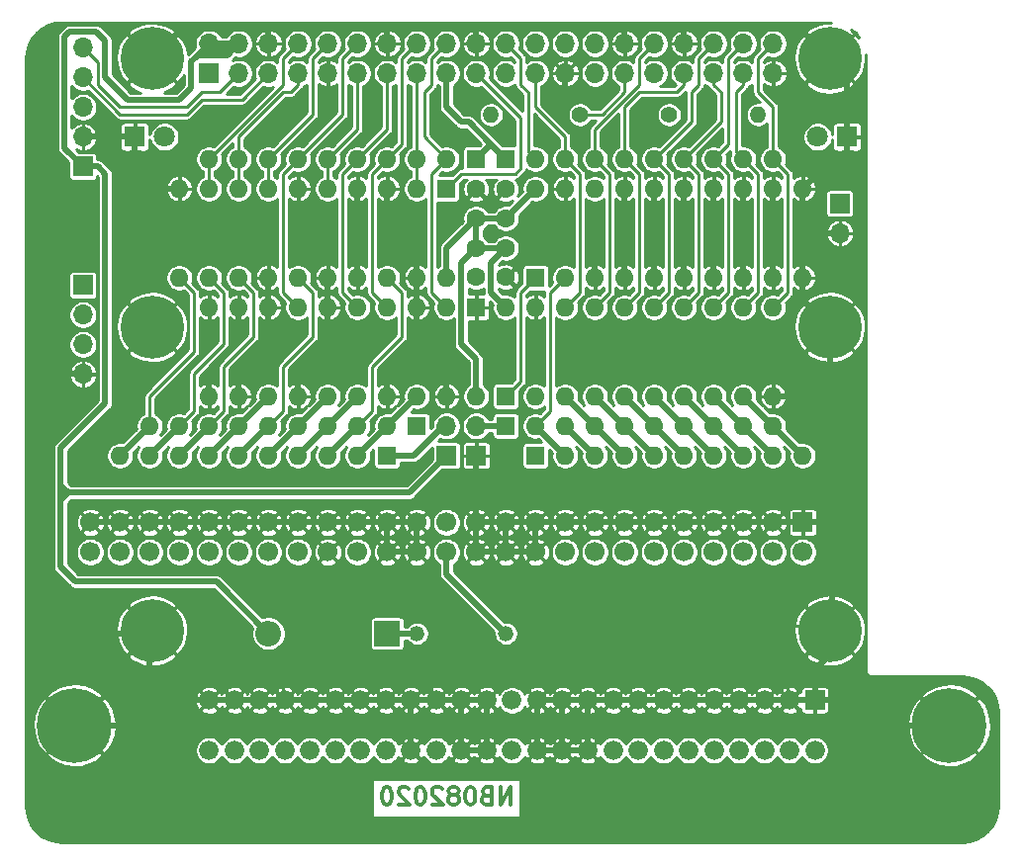
<source format=gbr>
G04 #@! TF.GenerationSoftware,KiCad,Pcbnew,(5.1.6)-1*
G04 #@! TF.CreationDate,2020-08-01T01:33:13+02:00*
G04 #@! TF.ProjectId,rascsi_din,72617363-7369-45f6-9469-6e2e6b696361,rev?*
G04 #@! TF.SameCoordinates,Original*
G04 #@! TF.FileFunction,Copper,L2,Bot*
G04 #@! TF.FilePolarity,Positive*
%FSLAX46Y46*%
G04 Gerber Fmt 4.6, Leading zero omitted, Abs format (unit mm)*
G04 Created by KiCad (PCBNEW (5.1.6)-1) date 2020-08-01 01:33:13*
%MOMM*%
%LPD*%
G01*
G04 APERTURE LIST*
G04 #@! TA.AperFunction,NonConductor*
%ADD10C,0.300000*%
G04 #@! TD*
G04 #@! TA.AperFunction,ComponentPad*
%ADD11C,1.676400*%
G04 #@! TD*
G04 #@! TA.AperFunction,ComponentPad*
%ADD12R,1.676400X1.676400*%
G04 #@! TD*
G04 #@! TA.AperFunction,ComponentPad*
%ADD13C,6.400000*%
G04 #@! TD*
G04 #@! TA.AperFunction,ComponentPad*
%ADD14C,1.600000*%
G04 #@! TD*
G04 #@! TA.AperFunction,ComponentPad*
%ADD15R,2.200000X2.200000*%
G04 #@! TD*
G04 #@! TA.AperFunction,ComponentPad*
%ADD16O,2.200000X2.200000*%
G04 #@! TD*
G04 #@! TA.AperFunction,ComponentPad*
%ADD17C,1.400000*%
G04 #@! TD*
G04 #@! TA.AperFunction,ComponentPad*
%ADD18O,1.400000X1.400000*%
G04 #@! TD*
G04 #@! TA.AperFunction,ComponentPad*
%ADD19R,1.600000X1.600000*%
G04 #@! TD*
G04 #@! TA.AperFunction,ComponentPad*
%ADD20O,1.600000X1.600000*%
G04 #@! TD*
G04 #@! TA.AperFunction,ComponentPad*
%ADD21R,1.700000X1.700000*%
G04 #@! TD*
G04 #@! TA.AperFunction,ComponentPad*
%ADD22C,1.700000*%
G04 #@! TD*
G04 #@! TA.AperFunction,ComponentPad*
%ADD23C,1.320800*%
G04 #@! TD*
G04 #@! TA.AperFunction,ComponentPad*
%ADD24O,1.700000X1.700000*%
G04 #@! TD*
G04 #@! TA.AperFunction,ComponentPad*
%ADD25C,5.400000*%
G04 #@! TD*
G04 #@! TA.AperFunction,ComponentPad*
%ADD26C,0.800000*%
G04 #@! TD*
G04 #@! TA.AperFunction,ComponentPad*
%ADD27R,1.800000X1.800000*%
G04 #@! TD*
G04 #@! TA.AperFunction,ComponentPad*
%ADD28C,1.800000*%
G04 #@! TD*
G04 #@! TA.AperFunction,ViaPad*
%ADD29C,1.200000*%
G04 #@! TD*
G04 #@! TA.AperFunction,Conductor*
%ADD30C,0.500000*%
G04 #@! TD*
G04 #@! TA.AperFunction,Conductor*
%ADD31C,0.250000*%
G04 #@! TD*
G04 APERTURE END LIST*
D10*
X208664285Y-109898571D02*
X208664285Y-108398571D01*
X207807142Y-109898571D01*
X207807142Y-108398571D01*
X206592857Y-109112857D02*
X206378571Y-109184285D01*
X206307142Y-109255714D01*
X206235714Y-109398571D01*
X206235714Y-109612857D01*
X206307142Y-109755714D01*
X206378571Y-109827142D01*
X206521428Y-109898571D01*
X207092857Y-109898571D01*
X207092857Y-108398571D01*
X206592857Y-108398571D01*
X206450000Y-108470000D01*
X206378571Y-108541428D01*
X206307142Y-108684285D01*
X206307142Y-108827142D01*
X206378571Y-108970000D01*
X206450000Y-109041428D01*
X206592857Y-109112857D01*
X207092857Y-109112857D01*
X205307142Y-108398571D02*
X205164285Y-108398571D01*
X205021428Y-108470000D01*
X204950000Y-108541428D01*
X204878571Y-108684285D01*
X204807142Y-108970000D01*
X204807142Y-109327142D01*
X204878571Y-109612857D01*
X204950000Y-109755714D01*
X205021428Y-109827142D01*
X205164285Y-109898571D01*
X205307142Y-109898571D01*
X205450000Y-109827142D01*
X205521428Y-109755714D01*
X205592857Y-109612857D01*
X205664285Y-109327142D01*
X205664285Y-108970000D01*
X205592857Y-108684285D01*
X205521428Y-108541428D01*
X205450000Y-108470000D01*
X205307142Y-108398571D01*
X203950000Y-109041428D02*
X204092857Y-108970000D01*
X204164285Y-108898571D01*
X204235714Y-108755714D01*
X204235714Y-108684285D01*
X204164285Y-108541428D01*
X204092857Y-108470000D01*
X203950000Y-108398571D01*
X203664285Y-108398571D01*
X203521428Y-108470000D01*
X203450000Y-108541428D01*
X203378571Y-108684285D01*
X203378571Y-108755714D01*
X203450000Y-108898571D01*
X203521428Y-108970000D01*
X203664285Y-109041428D01*
X203950000Y-109041428D01*
X204092857Y-109112857D01*
X204164285Y-109184285D01*
X204235714Y-109327142D01*
X204235714Y-109612857D01*
X204164285Y-109755714D01*
X204092857Y-109827142D01*
X203950000Y-109898571D01*
X203664285Y-109898571D01*
X203521428Y-109827142D01*
X203450000Y-109755714D01*
X203378571Y-109612857D01*
X203378571Y-109327142D01*
X203450000Y-109184285D01*
X203521428Y-109112857D01*
X203664285Y-109041428D01*
X202807142Y-108541428D02*
X202735714Y-108470000D01*
X202592857Y-108398571D01*
X202235714Y-108398571D01*
X202092857Y-108470000D01*
X202021428Y-108541428D01*
X201950000Y-108684285D01*
X201950000Y-108827142D01*
X202021428Y-109041428D01*
X202878571Y-109898571D01*
X201950000Y-109898571D01*
X201021428Y-108398571D02*
X200878571Y-108398571D01*
X200735714Y-108470000D01*
X200664285Y-108541428D01*
X200592857Y-108684285D01*
X200521428Y-108970000D01*
X200521428Y-109327142D01*
X200592857Y-109612857D01*
X200664285Y-109755714D01*
X200735714Y-109827142D01*
X200878571Y-109898571D01*
X201021428Y-109898571D01*
X201164285Y-109827142D01*
X201235714Y-109755714D01*
X201307142Y-109612857D01*
X201378571Y-109327142D01*
X201378571Y-108970000D01*
X201307142Y-108684285D01*
X201235714Y-108541428D01*
X201164285Y-108470000D01*
X201021428Y-108398571D01*
X199950000Y-108541428D02*
X199878571Y-108470000D01*
X199735714Y-108398571D01*
X199378571Y-108398571D01*
X199235714Y-108470000D01*
X199164285Y-108541428D01*
X199092857Y-108684285D01*
X199092857Y-108827142D01*
X199164285Y-109041428D01*
X200021428Y-109898571D01*
X199092857Y-109898571D01*
X198164285Y-108398571D02*
X198021428Y-108398571D01*
X197878571Y-108470000D01*
X197807142Y-108541428D01*
X197735714Y-108684285D01*
X197664285Y-108970000D01*
X197664285Y-109327142D01*
X197735714Y-109612857D01*
X197807142Y-109755714D01*
X197878571Y-109827142D01*
X198021428Y-109898571D01*
X198164285Y-109898571D01*
X198307142Y-109827142D01*
X198378571Y-109755714D01*
X198450000Y-109612857D01*
X198521428Y-109327142D01*
X198521428Y-108970000D01*
X198450000Y-108684285D01*
X198378571Y-108541428D01*
X198307142Y-108470000D01*
X198164285Y-108398571D01*
D11*
X234720000Y-105255000D03*
X232560000Y-105255000D03*
X230400000Y-105255000D03*
X228240000Y-105255000D03*
X226080000Y-105255000D03*
X223920000Y-105255000D03*
X221760000Y-105255000D03*
X219600000Y-105255000D03*
X217440000Y-105255000D03*
X215280000Y-105255000D03*
X213120000Y-105255000D03*
X210960000Y-105255000D03*
X208800000Y-105255000D03*
X206640000Y-105255000D03*
X204480000Y-105255000D03*
X202320000Y-105255000D03*
X200160000Y-105255000D03*
X198000000Y-105255000D03*
X195840000Y-105255000D03*
X193680000Y-105255000D03*
X191520000Y-105255000D03*
X189360000Y-105255000D03*
X187200000Y-105255000D03*
X185040000Y-105255000D03*
X182880000Y-105255000D03*
D12*
X234720000Y-100965000D03*
D11*
X232560000Y-100965000D03*
X230400000Y-100965000D03*
X228240000Y-100965000D03*
X226080000Y-100965000D03*
X223920000Y-100965000D03*
X221760000Y-100965000D03*
X219600000Y-100965000D03*
X217440000Y-100965000D03*
X215280000Y-100965000D03*
X213120000Y-100965000D03*
X210960000Y-100965000D03*
X208800000Y-100965000D03*
X206640000Y-100965000D03*
X204480000Y-100965000D03*
X202320000Y-100965000D03*
X200160000Y-100965000D03*
X198000000Y-100965000D03*
X195840000Y-100965000D03*
X193680000Y-100965000D03*
X191520000Y-100965000D03*
X189360000Y-100965000D03*
X187200000Y-100965000D03*
X185040000Y-100965000D03*
X182880000Y-100965000D03*
D13*
X171375000Y-103110000D03*
X246225000Y-103110000D03*
D14*
X208280000Y-62230000D03*
X208280000Y-64730000D03*
X205740000Y-57190000D03*
X205740000Y-59690000D03*
X205740000Y-64730000D03*
X205740000Y-62230000D03*
X208280000Y-57190000D03*
X208280000Y-59690000D03*
D15*
X198120000Y-95250000D03*
D16*
X187960000Y-95250000D03*
D17*
X222250000Y-50800000D03*
D18*
X229870000Y-50800000D03*
D19*
X208280000Y-77470000D03*
D20*
X210820000Y-77470000D03*
X213360000Y-77470000D03*
X215900000Y-77470000D03*
X218440000Y-77470000D03*
X220980000Y-77470000D03*
X223520000Y-77470000D03*
X226060000Y-77470000D03*
X228600000Y-77470000D03*
X231140000Y-77470000D03*
D19*
X200660000Y-77470000D03*
D20*
X198120000Y-77470000D03*
X195580000Y-77470000D03*
X193040000Y-77470000D03*
X190500000Y-77470000D03*
X187960000Y-77470000D03*
X185420000Y-77470000D03*
X182880000Y-77470000D03*
X180340000Y-77470000D03*
X177800000Y-77470000D03*
D19*
X205740000Y-54610000D03*
D20*
X203200000Y-54610000D03*
X200660000Y-54610000D03*
X198120000Y-54610000D03*
X195580000Y-54610000D03*
X193040000Y-54610000D03*
X190500000Y-54610000D03*
X187960000Y-54610000D03*
X185420000Y-54610000D03*
X182880000Y-54610000D03*
D19*
X210820000Y-64770000D03*
D20*
X233680000Y-57150000D03*
X213360000Y-64770000D03*
X231140000Y-57150000D03*
X215900000Y-64770000D03*
X228600000Y-57150000D03*
X218440000Y-64770000D03*
X226060000Y-57150000D03*
X220980000Y-64770000D03*
X223520000Y-57150000D03*
X223520000Y-64770000D03*
X220980000Y-57150000D03*
X226060000Y-64770000D03*
X218440000Y-57150000D03*
X228600000Y-64770000D03*
X215900000Y-57150000D03*
X231140000Y-64770000D03*
X213360000Y-57150000D03*
X233680000Y-64770000D03*
X210820000Y-57150000D03*
D21*
X233680000Y-85725000D03*
D22*
X233680000Y-88265000D03*
X231140000Y-85725000D03*
X231140000Y-88265000D03*
X228600000Y-85725000D03*
X228600000Y-88265000D03*
X226060000Y-85725000D03*
X226060000Y-88265000D03*
X223520000Y-85725000D03*
X223520000Y-88265000D03*
X220980000Y-85725000D03*
X220980000Y-88265000D03*
X218440000Y-85725000D03*
X218440000Y-88265000D03*
X215900000Y-85725000D03*
X215900000Y-88265000D03*
X213360000Y-85725000D03*
X213360000Y-88265000D03*
X210820000Y-85725000D03*
X210820000Y-88265000D03*
X208280000Y-85725000D03*
X208280000Y-88265000D03*
X205740000Y-85725000D03*
X205740000Y-88265000D03*
X203200000Y-85725000D03*
X203200000Y-88265000D03*
X200660000Y-85725000D03*
X200660000Y-88265000D03*
X198120000Y-85725000D03*
X198120000Y-88265000D03*
X195580000Y-85725000D03*
X195580000Y-88265000D03*
X193040000Y-85725000D03*
X193040000Y-88265000D03*
X190500000Y-85725000D03*
X190500000Y-88265000D03*
X187960000Y-85725000D03*
X187960000Y-88265000D03*
X185420000Y-85725000D03*
X185420000Y-88265000D03*
X182880000Y-85725000D03*
X182880000Y-88265000D03*
X180340000Y-85725000D03*
X180340000Y-88265000D03*
X177800000Y-85725000D03*
X177800000Y-88265000D03*
X175260000Y-85725000D03*
X175260000Y-88265000D03*
X172720000Y-85725000D03*
X172720000Y-88265000D03*
D23*
X200660000Y-95250000D03*
X208280000Y-95250000D03*
D17*
X214630000Y-50800000D03*
D18*
X207010000Y-50800000D03*
D21*
X172085000Y-65405000D03*
D24*
X172085000Y-67945000D03*
X172085000Y-70485000D03*
X172085000Y-73025000D03*
D19*
X198120000Y-80010000D03*
D20*
X195580000Y-80010000D03*
X193040000Y-80010000D03*
X190500000Y-80010000D03*
X187960000Y-80010000D03*
X185420000Y-80010000D03*
X182880000Y-80010000D03*
X180340000Y-80010000D03*
X177800000Y-80010000D03*
X175260000Y-80010000D03*
D21*
X182880000Y-47270000D03*
D24*
X182880000Y-44730000D03*
X185420000Y-47270000D03*
X185420000Y-44730000D03*
X187960000Y-47270000D03*
X187960000Y-44730000D03*
X190500000Y-47270000D03*
X190500000Y-44730000D03*
X193040000Y-47270000D03*
X193040000Y-44730000D03*
X195580000Y-47270000D03*
X195580000Y-44730000D03*
X198120000Y-47270000D03*
X198120000Y-44730000D03*
X200660000Y-47270000D03*
X200660000Y-44730000D03*
X203200000Y-47270000D03*
X203200000Y-44730000D03*
X205740000Y-47270000D03*
X205740000Y-44730000D03*
X208280000Y-47270000D03*
X208280000Y-44730000D03*
X210820000Y-47270000D03*
X210820000Y-44730000D03*
X213360000Y-47270000D03*
X213360000Y-44730000D03*
X215900000Y-47270000D03*
X215900000Y-44730000D03*
X218440000Y-47270000D03*
X218440000Y-44730000D03*
X220980000Y-47270000D03*
X220980000Y-44730000D03*
X223520000Y-47270000D03*
X223520000Y-44730000D03*
X226060000Y-47270000D03*
X226060000Y-44730000D03*
X228600000Y-47270000D03*
X228600000Y-44730000D03*
X231140000Y-47270000D03*
X231140000Y-44730000D03*
D19*
X208280000Y-74930000D03*
D20*
X231140000Y-67310000D03*
X210820000Y-74930000D03*
X228600000Y-67310000D03*
X213360000Y-74930000D03*
X226060000Y-67310000D03*
X215900000Y-74930000D03*
X223520000Y-67310000D03*
X218440000Y-74930000D03*
X220980000Y-67310000D03*
X220980000Y-74930000D03*
X218440000Y-67310000D03*
X223520000Y-74930000D03*
X215900000Y-67310000D03*
X226060000Y-74930000D03*
X213360000Y-67310000D03*
X228600000Y-74930000D03*
X210820000Y-67310000D03*
X231140000Y-74930000D03*
X208280000Y-67310000D03*
D19*
X205740000Y-67310000D03*
D20*
X182880000Y-74930000D03*
X203200000Y-67310000D03*
X185420000Y-74930000D03*
X200660000Y-67310000D03*
X187960000Y-74930000D03*
X198120000Y-67310000D03*
X190500000Y-74930000D03*
X195580000Y-67310000D03*
X193040000Y-74930000D03*
X193040000Y-67310000D03*
X195580000Y-74930000D03*
X190500000Y-67310000D03*
X198120000Y-74930000D03*
X187960000Y-67310000D03*
X200660000Y-74930000D03*
X185420000Y-67310000D03*
X203200000Y-74930000D03*
X182880000Y-67310000D03*
X205740000Y-74930000D03*
D19*
X203200000Y-57150000D03*
D20*
X180340000Y-64770000D03*
X200660000Y-57150000D03*
X182880000Y-64770000D03*
X198120000Y-57150000D03*
X185420000Y-64770000D03*
X195580000Y-57150000D03*
X187960000Y-64770000D03*
X193040000Y-57150000D03*
X190500000Y-64770000D03*
X190500000Y-57150000D03*
X193040000Y-64770000D03*
X187960000Y-57150000D03*
X195580000Y-64770000D03*
X185420000Y-57150000D03*
X198120000Y-64770000D03*
X182880000Y-57150000D03*
X200660000Y-64770000D03*
X180340000Y-57150000D03*
X203200000Y-64770000D03*
D19*
X210820000Y-80010000D03*
D20*
X213360000Y-80010000D03*
X215900000Y-80010000D03*
X218440000Y-80010000D03*
X220980000Y-80010000D03*
X223520000Y-80010000D03*
X226060000Y-80010000D03*
X228600000Y-80010000D03*
X231140000Y-80010000D03*
X233680000Y-80010000D03*
D19*
X208280000Y-54610000D03*
D20*
X210820000Y-54610000D03*
X213360000Y-54610000D03*
X215900000Y-54610000D03*
X218440000Y-54610000D03*
X220980000Y-54610000D03*
X223520000Y-54610000D03*
X226060000Y-54610000D03*
X228600000Y-54610000D03*
X231140000Y-54610000D03*
D21*
X203200000Y-80010000D03*
D24*
X203200000Y-77470000D03*
D21*
X205740000Y-80010000D03*
D24*
X205740000Y-77470000D03*
D21*
X172085000Y-55245000D03*
D24*
X172085000Y-52705000D03*
X172085000Y-50165000D03*
X172085000Y-47625000D03*
X172085000Y-45085000D03*
D25*
X236000000Y-95000000D03*
D26*
X238025000Y-95000000D03*
X237431891Y-96431891D03*
X236000000Y-97025000D03*
X234568109Y-96431891D03*
X233975000Y-95000000D03*
X234568109Y-93568109D03*
X236000000Y-92975000D03*
X237431891Y-93568109D03*
D25*
X178000000Y-95000000D03*
D26*
X180025000Y-95000000D03*
X179431891Y-96431891D03*
X178000000Y-97025000D03*
X176568109Y-96431891D03*
X175975000Y-95000000D03*
X176568109Y-93568109D03*
X178000000Y-92975000D03*
X179431891Y-93568109D03*
D25*
X236000000Y-69000000D03*
D26*
X238025000Y-69000000D03*
X237431891Y-70431891D03*
X236000000Y-71025000D03*
X234568109Y-70431891D03*
X233975000Y-69000000D03*
X234568109Y-67568109D03*
X236000000Y-66975000D03*
X237431891Y-67568109D03*
D25*
X178000000Y-69000000D03*
D26*
X180025000Y-69000000D03*
X179431891Y-70431891D03*
X178000000Y-71025000D03*
X176568109Y-70431891D03*
X175975000Y-69000000D03*
X176568109Y-67568109D03*
X178000000Y-66975000D03*
X179431891Y-67568109D03*
D25*
X236000000Y-46000000D03*
D26*
X238025000Y-46000000D03*
X237431891Y-47431891D03*
X236000000Y-48025000D03*
X234568109Y-47431891D03*
X233975000Y-46000000D03*
X234568109Y-44568109D03*
X236000000Y-43975000D03*
X237431891Y-44568109D03*
D25*
X178000000Y-46000000D03*
D26*
X180025000Y-46000000D03*
X179431891Y-47431891D03*
X178000000Y-48025000D03*
X176568109Y-47431891D03*
X175975000Y-46000000D03*
X176568109Y-44568109D03*
X178000000Y-43975000D03*
X179431891Y-44568109D03*
D27*
X176530000Y-52705000D03*
D28*
X179070000Y-52705000D03*
D27*
X237490000Y-52705000D03*
D28*
X234950000Y-52705000D03*
D21*
X236855000Y-58420000D03*
D24*
X236855000Y-60960000D03*
D29*
X214630000Y-92710000D03*
X217170000Y-92710000D03*
X219710000Y-92710000D03*
X222250000Y-92710000D03*
X224790000Y-92710000D03*
X227330000Y-92710000D03*
X229870000Y-92710000D03*
X229870000Y-97155000D03*
X227330000Y-97155000D03*
X224790000Y-97155000D03*
X222250000Y-97155000D03*
X219710000Y-97155000D03*
X217170000Y-97155000D03*
X214630000Y-97155000D03*
X202565000Y-51435000D03*
X229235000Y-52705000D03*
X219710000Y-50800000D03*
X217170000Y-52705000D03*
X214630000Y-52705000D03*
X208280000Y-52705000D03*
X204470000Y-49530000D03*
X225425000Y-50165000D03*
X211455000Y-52705000D03*
X196850000Y-51435000D03*
X189230000Y-51816000D03*
X184150000Y-51816000D03*
X176276000Y-55880000D03*
X181610000Y-52070000D03*
X210820000Y-97155000D03*
X212090000Y-92710000D03*
X205740000Y-97155000D03*
X203200000Y-92710000D03*
X207645000Y-92710000D03*
X201930000Y-97155000D03*
X199390000Y-92710000D03*
X195580000Y-92710000D03*
X189230000Y-97155000D03*
X184785000Y-97155000D03*
X180975000Y-104140000D03*
X191516000Y-97155000D03*
X193675000Y-97155000D03*
X195834000Y-97790000D03*
X182245000Y-97155000D03*
X232410000Y-97790000D03*
X198120000Y-97790000D03*
X204470000Y-52705000D03*
X215900000Y-59055000D03*
X218440000Y-60960000D03*
X220980000Y-60960000D03*
X223520000Y-60960000D03*
X226060000Y-60960000D03*
X228600000Y-60960000D03*
X231140000Y-60960000D03*
X233680000Y-60960000D03*
X184150000Y-60325000D03*
X186690000Y-59055000D03*
X198120000Y-62865000D03*
X200660000Y-59055000D03*
X190500000Y-62865000D03*
X193040000Y-59055000D03*
X172085000Y-57150000D03*
X175260000Y-58420000D03*
X179705000Y-62865000D03*
X168910000Y-60325000D03*
X172720000Y-60960000D03*
X198120000Y-69215000D03*
X195580000Y-73025000D03*
X190500000Y-69215000D03*
X187960000Y-73025000D03*
X179705000Y-74930000D03*
X204470000Y-73025000D03*
X207645000Y-73025000D03*
X208280000Y-69215000D03*
X203200000Y-69215000D03*
X213360000Y-73025000D03*
X213360000Y-69215000D03*
X217170000Y-69215000D03*
X217170000Y-73025000D03*
X222250000Y-73025000D03*
X222250000Y-69215000D03*
X227330000Y-73025000D03*
X227330000Y-69215000D03*
X231140000Y-71120000D03*
X175895000Y-75565000D03*
X171450000Y-81915000D03*
X168910000Y-46355000D03*
X232410000Y-52705000D03*
X218440000Y-81915000D03*
X215900000Y-81915000D03*
X220980000Y-81915000D03*
X223520000Y-81915000D03*
X226060000Y-81915000D03*
X228600000Y-81915000D03*
X231140000Y-81915000D03*
X233680000Y-81915000D03*
X213360000Y-81915000D03*
X210185000Y-81915000D03*
X198120000Y-81915000D03*
X193040000Y-81915000D03*
X190500000Y-81915000D03*
X187960000Y-81915000D03*
X185420000Y-81915000D03*
X182880000Y-81915000D03*
X180340000Y-81915000D03*
X177800000Y-81915000D03*
X175260000Y-81915000D03*
X195580000Y-81915000D03*
X203200000Y-83820000D03*
X233680000Y-90170000D03*
X248920000Y-107950000D03*
X168910000Y-107950000D03*
X168910000Y-97790000D03*
X168910000Y-93980000D03*
X168910000Y-90170000D03*
X168910000Y-86360000D03*
X168910000Y-82550000D03*
X168910000Y-78740000D03*
X168910000Y-74930000D03*
X168910000Y-71120000D03*
X168910000Y-67310000D03*
X168910000Y-63500000D03*
X244475000Y-111760000D03*
X240665000Y-111760000D03*
X236855000Y-111760000D03*
X233045000Y-111760000D03*
X229235000Y-111760000D03*
X225425000Y-111760000D03*
X221615000Y-111760000D03*
X217805000Y-111760000D03*
X213995000Y-111760000D03*
X210185000Y-111760000D03*
X206375000Y-111760000D03*
X202565000Y-111760000D03*
X198755000Y-111760000D03*
X194945000Y-111760000D03*
X191135000Y-111760000D03*
X187325000Y-111760000D03*
X183515000Y-111760000D03*
X179705000Y-111760000D03*
X175895000Y-111760000D03*
X172085000Y-111760000D03*
X239395000Y-100965000D03*
X237490000Y-89535000D03*
X237490000Y-85725000D03*
X237490000Y-81915000D03*
X237490000Y-78105000D03*
X237490000Y-74295000D03*
X169545000Y-110490000D03*
X247650000Y-110490000D03*
X236855000Y-104140000D03*
X175260000Y-63500000D03*
X210820000Y-73025000D03*
X210820000Y-59690000D03*
X203200000Y-59690000D03*
D30*
X233180000Y-43180000D02*
X234568109Y-44568109D01*
X226060000Y-43180000D02*
X233180000Y-43180000D01*
X198120000Y-44730000D02*
X198120000Y-43180000D01*
X205740000Y-44730000D02*
X205740000Y-43180000D01*
X205740000Y-43180000D02*
X208915000Y-43180000D01*
X218440000Y-44730000D02*
X218440000Y-43180000D01*
X218440000Y-43180000D02*
X222250000Y-43180000D01*
X223520000Y-44730000D02*
X223520000Y-43180000D01*
X222250000Y-43180000D02*
X223520000Y-43180000D01*
X223520000Y-43180000D02*
X226060000Y-43180000D01*
X187960000Y-44730000D02*
X187960000Y-43180000D01*
X197485000Y-43180000D02*
X200025000Y-43180000D01*
X198120000Y-43180000D02*
X200025000Y-43180000D01*
X200025000Y-43180000D02*
X205740000Y-43180000D01*
X189230000Y-43180000D02*
X197485000Y-43180000D01*
X187960000Y-43180000D02*
X189230000Y-43180000D01*
D31*
X213360000Y-47270000D02*
X212090000Y-46000000D01*
D30*
X208915000Y-43180000D02*
X212090000Y-43180000D01*
D31*
X212090000Y-46000000D02*
X212090000Y-43180000D01*
X214630000Y-46000000D02*
X214630000Y-43180000D01*
X213360000Y-47270000D02*
X214630000Y-46000000D01*
D30*
X212090000Y-43180000D02*
X214630000Y-43180000D01*
X214630000Y-43180000D02*
X218440000Y-43180000D01*
X175895000Y-52070000D02*
X176530000Y-52705000D01*
X237490000Y-47490000D02*
X237431891Y-47431891D01*
X237490000Y-52705000D02*
X237490000Y-47490000D01*
X172085000Y-52705000D02*
X176530000Y-52705000D01*
X176530000Y-54610000D02*
X176530000Y-52705000D01*
X179070000Y-57150000D02*
X176530000Y-54610000D01*
X187960000Y-67310000D02*
X187960000Y-69850000D01*
X185420000Y-72390000D02*
X185420000Y-74930000D01*
X187960000Y-69850000D02*
X185420000Y-72390000D01*
X193040000Y-67310000D02*
X193040000Y-69850000D01*
X190500000Y-72390000D02*
X190500000Y-74930000D01*
X193040000Y-69850000D02*
X190500000Y-72390000D01*
X200660000Y-67310000D02*
X200660000Y-69850000D01*
X198120000Y-72390000D02*
X198120000Y-74930000D01*
X200660000Y-69850000D02*
X198120000Y-72390000D01*
X185420000Y-67310000D02*
X185420000Y-69850000D01*
X236000000Y-68360000D02*
X236000000Y-69000000D01*
X237490000Y-53975000D02*
X237490000Y-52705000D01*
X236220000Y-55245000D02*
X237490000Y-53975000D01*
X231140000Y-74930000D02*
X234950000Y-74930000D01*
X236000000Y-73880000D02*
X236000000Y-71025000D01*
X234950000Y-74930000D02*
X236000000Y-73880000D01*
X203200000Y-74930000D02*
X203200000Y-72390000D01*
X203200000Y-72390000D02*
X200660000Y-69850000D01*
X172720000Y-85725000D02*
X175260000Y-85725000D01*
X175260000Y-85725000D02*
X177800000Y-85725000D01*
X177800000Y-85725000D02*
X180340000Y-85725000D01*
X180340000Y-85725000D02*
X182880000Y-85725000D01*
X182880000Y-85725000D02*
X185420000Y-85725000D01*
X185420000Y-85725000D02*
X187960000Y-85725000D01*
X187960000Y-85725000D02*
X190500000Y-85725000D01*
X190500000Y-85725000D02*
X193040000Y-85725000D01*
X195580000Y-85725000D02*
X198120000Y-85725000D01*
X198120000Y-85725000D02*
X200660000Y-85725000D01*
X200660000Y-85725000D02*
X200660000Y-88265000D01*
X198120000Y-85725000D02*
X198120000Y-88265000D01*
X193040000Y-85725000D02*
X195580000Y-85725000D01*
X198120000Y-88265000D02*
X200660000Y-88265000D01*
X205740000Y-88265000D02*
X205740000Y-85725000D01*
X205740000Y-85725000D02*
X208280000Y-85725000D01*
X208280000Y-85725000D02*
X210820000Y-85725000D01*
X210820000Y-85725000D02*
X213360000Y-85725000D01*
X213360000Y-85725000D02*
X215900000Y-85725000D01*
X215900000Y-85725000D02*
X218440000Y-85725000D01*
X208280000Y-88265000D02*
X208280000Y-85725000D01*
X210820000Y-88265000D02*
X210820000Y-85725000D01*
X210820000Y-88265000D02*
X208280000Y-88265000D01*
X208280000Y-88265000D02*
X205740000Y-88265000D01*
X218440000Y-85725000D02*
X220980000Y-85725000D01*
X220980000Y-85725000D02*
X223520000Y-85725000D01*
X223520000Y-85725000D02*
X226060000Y-85725000D01*
X226060000Y-85725000D02*
X228600000Y-85725000D01*
X228600000Y-85725000D02*
X231140000Y-85725000D01*
X231140000Y-85725000D02*
X233680000Y-85725000D01*
X233680000Y-85725000D02*
X236220000Y-85725000D01*
X236220000Y-92755000D02*
X236000000Y-92975000D01*
X236220000Y-85725000D02*
X236220000Y-92755000D01*
X234720000Y-98305000D02*
X236000000Y-97025000D01*
X234720000Y-100965000D02*
X234720000Y-98305000D01*
X234720000Y-100965000D02*
X232560000Y-100965000D01*
X232560000Y-100965000D02*
X230400000Y-100965000D01*
X230400000Y-100965000D02*
X228240000Y-100965000D01*
X228240000Y-100965000D02*
X226080000Y-100965000D01*
X226080000Y-100965000D02*
X223920000Y-100965000D01*
X223920000Y-100965000D02*
X221760000Y-100965000D01*
X221760000Y-100965000D02*
X219600000Y-100965000D01*
X219600000Y-100965000D02*
X217440000Y-100965000D01*
X217440000Y-100965000D02*
X215280000Y-100965000D01*
X215280000Y-100965000D02*
X213120000Y-100965000D01*
X213120000Y-100965000D02*
X210960000Y-100965000D01*
X215280000Y-105255000D02*
X215280000Y-100965000D01*
X215280000Y-105255000D02*
X213120000Y-105255000D01*
X213120000Y-105255000D02*
X210960000Y-105255000D01*
X213120000Y-100965000D02*
X213120000Y-105255000D01*
X210960000Y-103010000D02*
X206765000Y-103010000D01*
X210960000Y-105255000D02*
X210960000Y-103010000D01*
X210960000Y-103010000D02*
X210960000Y-100965000D01*
X206765000Y-103010000D02*
X206640000Y-103135000D01*
X206640000Y-103135000D02*
X206640000Y-105255000D01*
X206640000Y-100965000D02*
X206640000Y-103135000D01*
X206640000Y-105255000D02*
X204480000Y-105255000D01*
X204480000Y-105255000D02*
X204480000Y-100965000D01*
X206640000Y-100965000D02*
X204480000Y-100965000D01*
X204480000Y-100965000D02*
X202320000Y-100965000D01*
X202320000Y-100965000D02*
X200160000Y-100965000D01*
X200160000Y-105255000D02*
X200160000Y-100965000D01*
X200160000Y-100965000D02*
X198000000Y-100965000D01*
X198000000Y-100965000D02*
X195840000Y-100965000D01*
X195840000Y-100965000D02*
X193680000Y-100965000D01*
X193680000Y-100965000D02*
X191520000Y-100965000D01*
X191520000Y-100965000D02*
X189360000Y-100965000D01*
X189360000Y-100965000D02*
X187200000Y-100965000D01*
X187200000Y-100965000D02*
X185040000Y-100965000D01*
X185040000Y-100965000D02*
X182880000Y-100965000D01*
X177800000Y-97225000D02*
X178000000Y-97025000D01*
X177800000Y-100965000D02*
X177800000Y-97225000D01*
X182880000Y-43180000D02*
X180820000Y-43180000D01*
X189230000Y-43180000D02*
X182880000Y-43180000D01*
X168910000Y-73025000D02*
X172085000Y-73025000D01*
X168910000Y-95250000D02*
X168910000Y-93980000D01*
X175975000Y-95000000D02*
X175725000Y-95250000D01*
X175725000Y-95250000D02*
X168910000Y-95250000D01*
X241540000Y-103110000D02*
X246225000Y-103110000D01*
X234720000Y-100965000D02*
X239395000Y-100965000D01*
X239395000Y-100965000D02*
X241540000Y-103110000D01*
X175655000Y-103110000D02*
X177800000Y-100965000D01*
X171375000Y-103110000D02*
X175655000Y-103110000D01*
D31*
X185420000Y-69850000D02*
X182880000Y-72390000D01*
X182880000Y-72390000D02*
X182880000Y-73025000D01*
D30*
X182880000Y-73025000D02*
X182880000Y-74930000D01*
D31*
X214630000Y-97155000D02*
X217170000Y-97155000D01*
X217170000Y-97155000D02*
X219710000Y-97155000D01*
X219710000Y-97155000D02*
X222250000Y-97155000D01*
X222250000Y-97155000D02*
X224790000Y-97155000D01*
X224790000Y-97155000D02*
X227330000Y-97155000D01*
X227330000Y-97155000D02*
X229870000Y-97155000D01*
X229870000Y-92710000D02*
X227330000Y-92710000D01*
X227330000Y-92710000D02*
X224790000Y-92710000D01*
X224790000Y-92710000D02*
X222250000Y-92710000D01*
X222250000Y-92710000D02*
X219710000Y-92710000D01*
X219710000Y-92710000D02*
X217170000Y-92710000D01*
X217170000Y-92710000D02*
X214630000Y-92710000D01*
X233590000Y-94615000D02*
X233975000Y-95000000D01*
X229870000Y-94615000D02*
X233590000Y-94615000D01*
X229870000Y-94615000D02*
X229870000Y-97155000D01*
X229870000Y-92710000D02*
X229870000Y-94615000D01*
X201930000Y-100575000D02*
X202320000Y-100965000D01*
X201930000Y-97155000D02*
X201930000Y-100575000D01*
X195580000Y-92710000D02*
X199390000Y-92710000D01*
X199390000Y-92710000D02*
X203200000Y-92710000D01*
X203200000Y-92710000D02*
X203200000Y-97155000D01*
X205740000Y-97155000D02*
X203200000Y-97155000D01*
X203200000Y-97155000D02*
X201930000Y-97155000D01*
X205740000Y-97155000D02*
X210820000Y-97155000D01*
X214630000Y-92710000D02*
X212090000Y-92710000D01*
X207645000Y-92710000D02*
X212090000Y-92710000D01*
X210820000Y-97155000D02*
X214630000Y-97155000D01*
X189230000Y-100835000D02*
X189360000Y-100965000D01*
X189230000Y-97155000D02*
X189230000Y-100835000D01*
X232410000Y-100815000D02*
X232560000Y-100965000D01*
X232410000Y-97790000D02*
X232410000Y-100815000D01*
X180975000Y-104140000D02*
X180975000Y-100965000D01*
D30*
X182880000Y-100965000D02*
X180975000Y-100965000D01*
X180975000Y-100965000D02*
X177800000Y-100965000D01*
D31*
X184785000Y-97155000D02*
X182245000Y-97155000D01*
X180155000Y-97155000D02*
X179431891Y-96431891D01*
X182245000Y-97155000D02*
X180155000Y-97155000D01*
X194310000Y-97790000D02*
X193675000Y-97155000D01*
X195834000Y-97790000D02*
X194310000Y-97790000D01*
X193675000Y-97155000D02*
X191516000Y-97155000D01*
X191516000Y-97155000D02*
X189230000Y-97155000D01*
X198120000Y-97790000D02*
X195834000Y-97790000D01*
D30*
X205740000Y-80010000D02*
X205740000Y-83820000D01*
X205740000Y-85725000D02*
X205740000Y-83820000D01*
X205740000Y-83820000D02*
X203200000Y-83820000D01*
X235585000Y-55245000D02*
X236220000Y-55245000D01*
X233680000Y-57150000D02*
X235585000Y-55245000D01*
X236855000Y-60960000D02*
X233680000Y-60960000D01*
X233680000Y-60960000D02*
X233680000Y-57150000D01*
X233680000Y-66680000D02*
X234568109Y-67568109D01*
X233680000Y-64770000D02*
X233680000Y-66680000D01*
X233680000Y-64770000D02*
X233680000Y-60960000D01*
X231140000Y-64770000D02*
X231140000Y-60960000D01*
X228600000Y-64770000D02*
X228600000Y-60960000D01*
X226060000Y-64770000D02*
X226060000Y-60960000D01*
X223520000Y-64770000D02*
X223520000Y-60960000D01*
X220980000Y-64770000D02*
X220980000Y-60960000D01*
X218440000Y-64770000D02*
X218440000Y-60960000D01*
X215900000Y-64770000D02*
X215900000Y-59690000D01*
X215900000Y-59690000D02*
X215900000Y-59690000D01*
X215900000Y-59690000D02*
X215900000Y-62230000D01*
X218440000Y-60960000D02*
X218440000Y-57150000D01*
X220980000Y-60960000D02*
X220980000Y-57150000D01*
X223520000Y-60960000D02*
X223520000Y-57150000D01*
X226060000Y-60960000D02*
X226060000Y-57150000D01*
X228600000Y-60960000D02*
X228600000Y-57150000D01*
X231140000Y-60960000D02*
X231140000Y-57150000D01*
X233680000Y-60960000D02*
X233680000Y-60960000D01*
X193040000Y-67310000D02*
X193040000Y-64770000D01*
X187960000Y-67310000D02*
X187960000Y-64770000D01*
X200660000Y-67310000D02*
X200660000Y-64770000D01*
X179070000Y-57150000D02*
X180340000Y-57150000D01*
X195580000Y-57150000D02*
X195580000Y-64770000D01*
X200660000Y-64770000D02*
X200660000Y-62230000D01*
X198120000Y-59690000D02*
X198120000Y-57150000D01*
X200660000Y-62230000D02*
X198120000Y-59690000D01*
X180820000Y-43180000D02*
X180580000Y-43420000D01*
X178000000Y-46000000D02*
X180580000Y-43420000D01*
X180580000Y-43420000D02*
X179431891Y-44568109D01*
X169545000Y-60960000D02*
X168910000Y-60325000D01*
X172720000Y-60960000D02*
X169545000Y-60960000D01*
X168910000Y-93980000D02*
X168910000Y-90170000D01*
X168910000Y-90170000D02*
X168910000Y-86360000D01*
X168910000Y-86360000D02*
X168910000Y-82550000D01*
X168910000Y-82550000D02*
X168910000Y-78740000D01*
X168910000Y-78740000D02*
X168910000Y-74930000D01*
X168910000Y-74930000D02*
X168910000Y-73025000D01*
X239395000Y-100965000D02*
X239395000Y-100965000D01*
X215900000Y-59690000D02*
X215900000Y-59055000D01*
X214630000Y-52705000D02*
X212725000Y-50800000D01*
X212725000Y-50800000D02*
X212725000Y-49530000D01*
X212725000Y-49530000D02*
X213360000Y-48895000D01*
X213360000Y-48895000D02*
X213360000Y-47270000D01*
X207010000Y-53340000D02*
X205740000Y-54610000D01*
X208280000Y-54610000D02*
X207010000Y-53340000D01*
X205105000Y-51435000D02*
X207010000Y-53340000D01*
X204470000Y-51435000D02*
X205105000Y-51435000D01*
X203200000Y-50165000D02*
X204470000Y-51435000D01*
X203200000Y-47270000D02*
X203200000Y-50165000D01*
X184505000Y-44730000D02*
X185420000Y-44730000D01*
D31*
X184505000Y-44730000D02*
X184505000Y-45365000D01*
D30*
X182880000Y-44730000D02*
X184505000Y-44730000D01*
X185065000Y-45085000D02*
X185420000Y-44730000D01*
X183160000Y-44730000D02*
X183515000Y-45085000D01*
X182880000Y-44730000D02*
X183160000Y-44730000D01*
X182880000Y-44730000D02*
X183870000Y-45720000D01*
X184150000Y-45720000D02*
X184505000Y-45365000D01*
X183870000Y-45720000D02*
X184150000Y-45720000D01*
X183870000Y-45365000D02*
X184150000Y-45085000D01*
X183515000Y-45085000D02*
X184150000Y-45085000D01*
X183870000Y-45720000D02*
X183870000Y-45365000D01*
X184150000Y-45085000D02*
X185065000Y-45085000D01*
X182067500Y-45542500D02*
X182880000Y-44730000D01*
D31*
X182067500Y-45542500D02*
X181750000Y-45860000D01*
D30*
X181750000Y-45860000D02*
X182880000Y-44730000D01*
X181750000Y-45860000D02*
X181356000Y-46254000D01*
X173355000Y-55245000D02*
X172085000Y-55245000D01*
X173990000Y-55880000D02*
X173355000Y-55245000D01*
X173990000Y-75565000D02*
X173990000Y-55880000D01*
X183515000Y-90805000D02*
X171450000Y-90805000D01*
X187960000Y-95250000D02*
X183515000Y-90805000D01*
X171450000Y-90805000D02*
X170180000Y-89535000D01*
X170180000Y-79375000D02*
X173990000Y-75565000D01*
X181229000Y-48641000D02*
X180340000Y-49530000D01*
X173990000Y-46990000D02*
X173990000Y-44450000D01*
X181356000Y-46736000D02*
X181356000Y-48514000D01*
X181356000Y-46254000D02*
X181356000Y-46736000D01*
X181890000Y-45720000D02*
X181750000Y-45860000D01*
X183870000Y-45720000D02*
X181890000Y-45720000D01*
X181356000Y-46736000D02*
X181356000Y-47879000D01*
X184430000Y-45720000D02*
X185420000Y-44730000D01*
X184150000Y-45720000D02*
X184430000Y-45720000D01*
X170180000Y-81280000D02*
X170180000Y-79375000D01*
X170180000Y-81915000D02*
X170180000Y-81280000D01*
X170180000Y-89535000D02*
X170180000Y-81915000D01*
X204470000Y-63500000D02*
X205740000Y-62230000D01*
X205740000Y-74930000D02*
X205740000Y-71755000D01*
X204470000Y-70485000D02*
X204470000Y-63500000D01*
X205740000Y-71755000D02*
X204470000Y-70485000D01*
X205740000Y-59690000D02*
X203200000Y-62230000D01*
X203200000Y-62230000D02*
X203200000Y-64770000D01*
X205740000Y-59690000D02*
X205740000Y-62230000D01*
X205740000Y-59690000D02*
X208280000Y-59690000D01*
X208280000Y-59690000D02*
X210820000Y-57150000D01*
X205740000Y-62230000D02*
X208280000Y-62230000D01*
X207010000Y-66040000D02*
X208280000Y-67310000D01*
X208280000Y-62230000D02*
X207010000Y-63500000D01*
X207010000Y-63500000D02*
X207010000Y-66040000D01*
X170815000Y-83185000D02*
X170180000Y-82550000D01*
X203200000Y-80010000D02*
X200025000Y-83185000D01*
X200025000Y-83185000D02*
X170815000Y-83185000D01*
X170815000Y-83185000D02*
X170180000Y-83820000D01*
X170815000Y-83185000D02*
X170180000Y-83185000D01*
X180975000Y-48895000D02*
X180340000Y-49530000D01*
X181356000Y-48514000D02*
X180975000Y-48895000D01*
X173990000Y-47625000D02*
X173990000Y-44450000D01*
X180340000Y-49530000D02*
X175895000Y-49530000D01*
X175895000Y-49530000D02*
X173990000Y-47625000D01*
X173228000Y-43688000D02*
X170942000Y-43688000D01*
X173990000Y-44450000D02*
X173228000Y-43688000D01*
X170497500Y-53657500D02*
X172085000Y-55245000D01*
X170497500Y-44132500D02*
X170497500Y-53657500D01*
X170942000Y-43688000D02*
X170497500Y-44132500D01*
D31*
X180340000Y-77470000D02*
X180340000Y-77216000D01*
D30*
X177800000Y-80010000D02*
X180340000Y-77470000D01*
D31*
X181610000Y-76200000D02*
X180340000Y-77470000D01*
X184150000Y-70410052D02*
X181610000Y-72950052D01*
X182880000Y-64770000D02*
X184150000Y-66040000D01*
X184150000Y-66040000D02*
X184150000Y-70485000D01*
X184150000Y-70485000D02*
X181610000Y-73025000D01*
X181610000Y-72950052D02*
X181610000Y-73025000D01*
X181610000Y-73025000D02*
X181610000Y-76200000D01*
D30*
X185420000Y-80010000D02*
X187960000Y-77470000D01*
D31*
X189230000Y-76200000D02*
X187960000Y-77470000D01*
X189230000Y-72390000D02*
X189230000Y-76200000D01*
X191770000Y-69850000D02*
X189230000Y-72390000D01*
X190500000Y-64770000D02*
X191770000Y-66040000D01*
X191770000Y-66040000D02*
X191770000Y-69850000D01*
D30*
X193040000Y-80010000D02*
X195580000Y-77470000D01*
D31*
X199390000Y-69850000D02*
X196850000Y-72390000D01*
X196850000Y-76200000D02*
X195580000Y-77470000D01*
X196850000Y-72390000D02*
X196850000Y-76200000D01*
X198120000Y-64770000D02*
X199390000Y-66040000D01*
X199390000Y-66040000D02*
X199390000Y-69850000D01*
D30*
X182880000Y-80010000D02*
X185420000Y-77470000D01*
X185420000Y-77470000D02*
X187960000Y-74930000D01*
X187960000Y-80010000D02*
X190500000Y-77470000D01*
X190500000Y-77470000D02*
X193040000Y-74930000D01*
X190500000Y-80010000D02*
X193040000Y-77470000D01*
X193040000Y-77470000D02*
X195580000Y-74930000D01*
X195580000Y-80010000D02*
X198120000Y-77470000D01*
X198120000Y-77470000D02*
X200660000Y-74930000D01*
X213360000Y-80010000D02*
X210820000Y-77470000D01*
D31*
X212090000Y-76200000D02*
X210820000Y-77470000D01*
X212090000Y-66040000D02*
X213360000Y-64770000D01*
X212090000Y-76200000D02*
X212090000Y-66040000D01*
D30*
X228600000Y-74930000D02*
X231140000Y-77470000D01*
X231140000Y-77470000D02*
X233680000Y-80010000D01*
X226060000Y-74930000D02*
X228600000Y-77470000D01*
X228600000Y-77470000D02*
X231140000Y-80010000D01*
X223520000Y-74930000D02*
X226060000Y-77470000D01*
X226060000Y-77470000D02*
X228600000Y-80010000D01*
X223520000Y-77470000D02*
X226060000Y-80010000D01*
X220980000Y-74930000D02*
X223520000Y-77470000D01*
X218440000Y-74930000D02*
X220980000Y-77470000D01*
X220980000Y-77470000D02*
X223520000Y-80010000D01*
X215900000Y-74930000D02*
X218440000Y-77470000D01*
X218440000Y-77470000D02*
X220980000Y-80010000D01*
X218440000Y-80010000D02*
X215900000Y-77470000D01*
X213360000Y-74930000D02*
X215900000Y-77470000D01*
X215900000Y-80010000D02*
X213360000Y-77470000D01*
X175260000Y-80010000D02*
X177800000Y-77470000D01*
D31*
X181610000Y-71120000D02*
X177800000Y-74930000D01*
X180340000Y-64770000D02*
X181610000Y-66040000D01*
X177800000Y-74930000D02*
X177800000Y-77470000D01*
X181610000Y-66040000D02*
X181610000Y-71120000D01*
D30*
X180340000Y-80010000D02*
X182880000Y-77470000D01*
D31*
X184150000Y-76200000D02*
X182880000Y-77470000D01*
X184150000Y-72390000D02*
X184150000Y-76200000D01*
X186690000Y-69850000D02*
X184150000Y-72390000D01*
X185420000Y-64770000D02*
X186690000Y-66040000D01*
X186690000Y-66040000D02*
X186690000Y-69850000D01*
D30*
X203200000Y-90170000D02*
X208280000Y-95250000D01*
X203200000Y-88265000D02*
X203200000Y-90170000D01*
D31*
X206375000Y-55880000D02*
X204470000Y-55880000D01*
X206375000Y-55880000D02*
X205740000Y-55880000D01*
X204470000Y-55880000D02*
X203200000Y-57150000D01*
X209063602Y-55880000D02*
X206375000Y-55880000D01*
X209550000Y-55393602D02*
X209063602Y-55880000D01*
X209550000Y-51080000D02*
X209550000Y-55393602D01*
X205740000Y-47270000D02*
X209550000Y-51080000D01*
X210820000Y-50165000D02*
X213360000Y-52705000D01*
X210820000Y-47270000D02*
X210820000Y-50165000D01*
X213360000Y-52705000D02*
X213360000Y-54610000D01*
X213360000Y-54610000D02*
X214630000Y-55880000D01*
X214630000Y-55880000D02*
X214630000Y-66040000D01*
X214630000Y-66040000D02*
X213360000Y-67310000D01*
X215900000Y-54610000D02*
X217170000Y-55880000D01*
X217170000Y-55880000D02*
X217170000Y-66040000D01*
X217170000Y-66040000D02*
X215900000Y-67310000D01*
X219710000Y-46000000D02*
X220980000Y-44730000D01*
X219710000Y-48260000D02*
X219710000Y-46000000D01*
X215900000Y-52070000D02*
X219710000Y-48260000D01*
X215900000Y-54610000D02*
X215900000Y-52070000D01*
X218440000Y-54610000D02*
X219710000Y-55880000D01*
X219710000Y-55880000D02*
X219710000Y-66040000D01*
X219710000Y-66040000D02*
X218440000Y-67310000D01*
X223520000Y-48260000D02*
X223520000Y-47270000D01*
X222885000Y-48895000D02*
X223520000Y-48260000D01*
X219710000Y-48895000D02*
X222885000Y-48895000D01*
X218440000Y-50165000D02*
X219710000Y-48895000D01*
X218440000Y-54610000D02*
X218440000Y-50165000D01*
X220980000Y-54610000D02*
X222250000Y-55880000D01*
X222250000Y-55880000D02*
X222250000Y-66040000D01*
X222250000Y-66040000D02*
X220980000Y-67310000D01*
X224790000Y-46000000D02*
X226060000Y-44730000D01*
X224790000Y-48260000D02*
X224790000Y-46000000D01*
X224155000Y-48895000D02*
X224790000Y-48260000D01*
X224155000Y-51435000D02*
X224155000Y-48895000D01*
X220980000Y-54610000D02*
X224155000Y-51435000D01*
X223520000Y-54610000D02*
X224790000Y-55880000D01*
X224790000Y-55880000D02*
X224790000Y-66040000D01*
X224790000Y-66040000D02*
X223520000Y-67310000D01*
X226060000Y-48260000D02*
X226060000Y-47270000D01*
X226695000Y-48895000D02*
X226060000Y-48260000D01*
X226695000Y-51435000D02*
X226695000Y-48895000D01*
X223520000Y-54610000D02*
X226695000Y-51435000D01*
X228600000Y-44730000D02*
X227330000Y-46000000D01*
X227330000Y-53340000D02*
X226060000Y-54610000D01*
X227330000Y-46000000D02*
X227330000Y-53340000D01*
X226060000Y-54610000D02*
X227330000Y-55880000D01*
X227330000Y-55880000D02*
X227330000Y-66040000D01*
X227330000Y-66040000D02*
X226060000Y-67310000D01*
X229870000Y-66040000D02*
X228600000Y-67310000D01*
X228600000Y-54610000D02*
X229870000Y-55880000D01*
X229870000Y-55880000D02*
X229870000Y-66040000D01*
X228600000Y-48260000D02*
X228600000Y-47270000D01*
X227965000Y-48895000D02*
X228600000Y-48260000D01*
X227965000Y-53975000D02*
X227965000Y-48895000D01*
X228600000Y-54610000D02*
X227965000Y-53975000D01*
X231140000Y-44730000D02*
X229870000Y-46000000D01*
X231140000Y-50165000D02*
X231140000Y-54610000D01*
X231140000Y-50165000D02*
X229870000Y-48895000D01*
X229870000Y-48895000D02*
X229870000Y-46000000D01*
X231140000Y-54610000D02*
X232410000Y-55880000D01*
X232410000Y-55880000D02*
X232410000Y-66040000D01*
X232410000Y-66040000D02*
X231140000Y-67310000D01*
X209550000Y-46000000D02*
X208280000Y-44730000D01*
X209550000Y-48260000D02*
X209550000Y-46000000D01*
X210185000Y-48895000D02*
X209550000Y-48260000D01*
X210185000Y-53975000D02*
X210185000Y-48895000D01*
X210820000Y-54610000D02*
X210185000Y-53975000D01*
X200660000Y-47270000D02*
X200660000Y-54610000D01*
X200660000Y-57150000D02*
X200660000Y-54610000D01*
X195580000Y-52070000D02*
X193040000Y-54610000D01*
X195580000Y-47270000D02*
X195580000Y-52070000D01*
X193040000Y-54610000D02*
X193040000Y-57150000D01*
X193040000Y-44730000D02*
X191770000Y-46000000D01*
X191770000Y-50800000D02*
X187960000Y-54610000D01*
X191770000Y-46000000D02*
X191770000Y-50800000D01*
X187960000Y-54610000D02*
X187960000Y-57150000D01*
X185420000Y-54610000D02*
X185420000Y-57150000D01*
X190500000Y-48260000D02*
X190500000Y-47270000D01*
X189230000Y-48895000D02*
X189865000Y-48895000D01*
X185420000Y-52705000D02*
X189230000Y-48895000D01*
X189865000Y-48895000D02*
X190500000Y-48260000D01*
X185420000Y-54610000D02*
X185420000Y-52705000D01*
X209550000Y-66040000D02*
X210820000Y-64770000D01*
X208280000Y-74930000D02*
X209550000Y-73660000D01*
X209550000Y-73660000D02*
X209550000Y-66040000D01*
X182880000Y-54610000D02*
X182880000Y-57150000D01*
X189230000Y-46000000D02*
X190500000Y-44730000D01*
X189230000Y-48260000D02*
X189230000Y-46000000D01*
X182880000Y-54610000D02*
X189230000Y-48260000D01*
X203200000Y-67310000D02*
X201930000Y-66040000D01*
X201930000Y-55880000D02*
X203200000Y-54610000D01*
X201930000Y-66040000D02*
X201930000Y-55880000D01*
X201930000Y-48260000D02*
X201930000Y-46000000D01*
X201295000Y-48895000D02*
X201930000Y-48260000D01*
X201930000Y-46000000D02*
X203200000Y-44730000D01*
X201295000Y-52705000D02*
X201295000Y-48895000D01*
X203200000Y-54610000D02*
X201295000Y-52705000D01*
X200660000Y-44730000D02*
X199390000Y-46000000D01*
X199390000Y-53340000D02*
X198120000Y-54610000D01*
X199390000Y-46000000D02*
X199390000Y-53340000D01*
X198120000Y-67310000D02*
X196850000Y-66040000D01*
X196850000Y-55880000D02*
X198120000Y-54610000D01*
X196850000Y-66040000D02*
X196850000Y-55880000D01*
X198120000Y-47270000D02*
X198120000Y-52070000D01*
X198120000Y-52070000D02*
X195580000Y-54610000D01*
X195580000Y-67310000D02*
X194310000Y-66040000D01*
X194310000Y-55880000D02*
X195580000Y-54610000D01*
X194310000Y-66040000D02*
X194310000Y-55880000D01*
X195580000Y-44730000D02*
X194310000Y-46000000D01*
X194310000Y-50800000D02*
X190500000Y-54610000D01*
X194310000Y-46000000D02*
X194310000Y-50800000D01*
X190500000Y-67310000D02*
X189230000Y-66040000D01*
X189230000Y-55880000D02*
X190500000Y-54610000D01*
X189230000Y-66040000D02*
X189230000Y-55880000D01*
X216535000Y-50800000D02*
X218440000Y-48895000D01*
X218440000Y-47270000D02*
X218440000Y-48895000D01*
X216535000Y-50800000D02*
X214630000Y-50800000D01*
X185700000Y-49530000D02*
X187960000Y-47270000D01*
X182245000Y-49530000D02*
X185700000Y-49530000D01*
X180975000Y-50800000D02*
X182245000Y-49530000D01*
X172085000Y-47625000D02*
X175260000Y-50800000D01*
X175260000Y-50800000D02*
X180975000Y-50800000D01*
X171450000Y-67945000D02*
X172085000Y-67945000D01*
X173355000Y-46355000D02*
X173355000Y-48260000D01*
X172085000Y-45085000D02*
X173355000Y-46355000D01*
X173355000Y-48260000D02*
X175260000Y-50165000D01*
X175260000Y-50165000D02*
X180975000Y-50165000D01*
X185420000Y-47270000D02*
X183795000Y-48895000D01*
X182245000Y-48895000D02*
X180975000Y-50165000D01*
X183795000Y-48895000D02*
X182245000Y-48895000D01*
D30*
X208280000Y-77470000D02*
X205740000Y-77470000D01*
X198120000Y-80010000D02*
X200398602Y-80010000D01*
X202938602Y-77470000D02*
X203200000Y-77470000D01*
X200398602Y-80010000D02*
X202938602Y-77470000D01*
X200660000Y-95250000D02*
X198120000Y-95250000D01*
D31*
G36*
X236073643Y-42909139D02*
G01*
X235491331Y-42948204D01*
X234905729Y-43106080D01*
X234362179Y-43375167D01*
X234201738Y-43482371D01*
X233897033Y-43861678D01*
X236000000Y-45964645D01*
X238102967Y-43861678D01*
X237811132Y-43498392D01*
X238183016Y-43801693D01*
X238506696Y-44192956D01*
X238138322Y-43897033D01*
X236035355Y-46000000D01*
X238138322Y-48102967D01*
X238517629Y-47798262D01*
X238820077Y-47272544D01*
X239014151Y-46697922D01*
X239092393Y-46096480D01*
X239060584Y-45622324D01*
X239099987Y-45997222D01*
X239100000Y-46000816D01*
X239100001Y-98480343D01*
X239098065Y-98500000D01*
X239105788Y-98578414D01*
X239128660Y-98653814D01*
X239165803Y-98723303D01*
X239215789Y-98784211D01*
X239276697Y-98834197D01*
X239346186Y-98871340D01*
X239421586Y-98894212D01*
X239480353Y-98900000D01*
X239480354Y-98900000D01*
X239500000Y-98901935D01*
X239519647Y-98900000D01*
X247280436Y-98900000D01*
X247901752Y-98960921D01*
X248480587Y-99135681D01*
X249014454Y-99419543D01*
X249483016Y-99801693D01*
X249868427Y-100267576D01*
X250156008Y-100799445D01*
X250334804Y-101377045D01*
X250399987Y-101997222D01*
X250400000Y-102000817D01*
X250400001Y-109980426D01*
X250339079Y-110601752D01*
X250164318Y-111180590D01*
X249880457Y-111714454D01*
X249498308Y-112183016D01*
X249032426Y-112568426D01*
X248500555Y-112856008D01*
X247922960Y-113034803D01*
X247302778Y-113099987D01*
X247299184Y-113100000D01*
X170319564Y-113100000D01*
X169698248Y-113039079D01*
X169119410Y-112864318D01*
X168585546Y-112580457D01*
X168116984Y-112198308D01*
X167731574Y-111732426D01*
X167443992Y-111200555D01*
X167265197Y-110622960D01*
X167200013Y-110002778D01*
X167200000Y-109999184D01*
X167200000Y-107690000D01*
X196853572Y-107690000D01*
X196853572Y-110990000D01*
X209546429Y-110990000D01*
X209546429Y-107690000D01*
X196853572Y-107690000D01*
X167200000Y-107690000D01*
X167200000Y-105603597D01*
X168916759Y-105603597D01*
X169281415Y-106034106D01*
X169892107Y-106386359D01*
X170559786Y-106612703D01*
X171258794Y-106704440D01*
X171962267Y-106658045D01*
X172643172Y-106475299D01*
X173275342Y-106163228D01*
X173468585Y-106034106D01*
X173833241Y-105603597D01*
X171375000Y-103145355D01*
X168916759Y-105603597D01*
X167200000Y-105603597D01*
X167200000Y-102993794D01*
X167780560Y-102993794D01*
X167826955Y-103697267D01*
X168009701Y-104378172D01*
X168321772Y-105010342D01*
X168450894Y-105203585D01*
X168881403Y-105568241D01*
X171339645Y-103110000D01*
X171410355Y-103110000D01*
X173868597Y-105568241D01*
X174299106Y-105203585D01*
X174338372Y-105135510D01*
X181666800Y-105135510D01*
X181666800Y-105374490D01*
X181713423Y-105608877D01*
X181804876Y-105829666D01*
X181937646Y-106028370D01*
X182106630Y-106197354D01*
X182305334Y-106330124D01*
X182526123Y-106421577D01*
X182760510Y-106468200D01*
X182999490Y-106468200D01*
X183233877Y-106421577D01*
X183454666Y-106330124D01*
X183653370Y-106197354D01*
X183822354Y-106028370D01*
X183955124Y-105829666D01*
X183960000Y-105817894D01*
X183964876Y-105829666D01*
X184097646Y-106028370D01*
X184266630Y-106197354D01*
X184465334Y-106330124D01*
X184686123Y-106421577D01*
X184920510Y-106468200D01*
X185159490Y-106468200D01*
X185393877Y-106421577D01*
X185614666Y-106330124D01*
X185813370Y-106197354D01*
X185982354Y-106028370D01*
X186115124Y-105829666D01*
X186120000Y-105817894D01*
X186124876Y-105829666D01*
X186257646Y-106028370D01*
X186426630Y-106197354D01*
X186625334Y-106330124D01*
X186846123Y-106421577D01*
X187080510Y-106468200D01*
X187319490Y-106468200D01*
X187553877Y-106421577D01*
X187774666Y-106330124D01*
X187973370Y-106197354D01*
X188142354Y-106028370D01*
X188275124Y-105829666D01*
X188280000Y-105817894D01*
X188284876Y-105829666D01*
X188417646Y-106028370D01*
X188586630Y-106197354D01*
X188785334Y-106330124D01*
X189006123Y-106421577D01*
X189240510Y-106468200D01*
X189479490Y-106468200D01*
X189713877Y-106421577D01*
X189934666Y-106330124D01*
X190133370Y-106197354D01*
X190302354Y-106028370D01*
X190435124Y-105829666D01*
X190440000Y-105817894D01*
X190444876Y-105829666D01*
X190577646Y-106028370D01*
X190746630Y-106197354D01*
X190945334Y-106330124D01*
X191166123Y-106421577D01*
X191400510Y-106468200D01*
X191639490Y-106468200D01*
X191873877Y-106421577D01*
X192094666Y-106330124D01*
X192293370Y-106197354D01*
X192462354Y-106028370D01*
X192595124Y-105829666D01*
X192600000Y-105817894D01*
X192604876Y-105829666D01*
X192737646Y-106028370D01*
X192906630Y-106197354D01*
X193105334Y-106330124D01*
X193326123Y-106421577D01*
X193560510Y-106468200D01*
X193799490Y-106468200D01*
X194033877Y-106421577D01*
X194254666Y-106330124D01*
X194453370Y-106197354D01*
X194622354Y-106028370D01*
X194755124Y-105829666D01*
X194760000Y-105817894D01*
X194764876Y-105829666D01*
X194897646Y-106028370D01*
X195066630Y-106197354D01*
X195265334Y-106330124D01*
X195486123Y-106421577D01*
X195720510Y-106468200D01*
X195959490Y-106468200D01*
X196193877Y-106421577D01*
X196414666Y-106330124D01*
X196613370Y-106197354D01*
X196782354Y-106028370D01*
X196915124Y-105829666D01*
X196920000Y-105817894D01*
X196924876Y-105829666D01*
X197057646Y-106028370D01*
X197226630Y-106197354D01*
X197425334Y-106330124D01*
X197646123Y-106421577D01*
X197880510Y-106468200D01*
X198119490Y-106468200D01*
X198353877Y-106421577D01*
X198574666Y-106330124D01*
X198773370Y-106197354D01*
X198900385Y-106070339D01*
X199380017Y-106070339D01*
X199461462Y-106258988D01*
X199670753Y-106375975D01*
X199898845Y-106449882D01*
X200136973Y-106477873D01*
X200375986Y-106458868D01*
X200606699Y-106393599D01*
X200820245Y-106284574D01*
X200858538Y-106258988D01*
X200939983Y-106070339D01*
X200160000Y-105290355D01*
X199380017Y-106070339D01*
X198900385Y-106070339D01*
X198942354Y-106028370D01*
X199075124Y-105829666D01*
X199080324Y-105817111D01*
X199130426Y-105915245D01*
X199156012Y-105953538D01*
X199344661Y-106034983D01*
X200124645Y-105255000D01*
X200195355Y-105255000D01*
X200975339Y-106034983D01*
X201163988Y-105953538D01*
X201239919Y-105817697D01*
X201244876Y-105829666D01*
X201377646Y-106028370D01*
X201546630Y-106197354D01*
X201745334Y-106330124D01*
X201966123Y-106421577D01*
X202200510Y-106468200D01*
X202439490Y-106468200D01*
X202673877Y-106421577D01*
X202894666Y-106330124D01*
X203093370Y-106197354D01*
X203220385Y-106070339D01*
X203700017Y-106070339D01*
X203781462Y-106258988D01*
X203990753Y-106375975D01*
X204218845Y-106449882D01*
X204456973Y-106477873D01*
X204695986Y-106458868D01*
X204926699Y-106393599D01*
X205140245Y-106284574D01*
X205178538Y-106258988D01*
X205259983Y-106070339D01*
X205860017Y-106070339D01*
X205941462Y-106258988D01*
X206150753Y-106375975D01*
X206378845Y-106449882D01*
X206616973Y-106477873D01*
X206855986Y-106458868D01*
X207086699Y-106393599D01*
X207300245Y-106284574D01*
X207338538Y-106258988D01*
X207419983Y-106070339D01*
X206640000Y-105290355D01*
X205860017Y-106070339D01*
X205259983Y-106070339D01*
X204480000Y-105290355D01*
X203700017Y-106070339D01*
X203220385Y-106070339D01*
X203262354Y-106028370D01*
X203395124Y-105829666D01*
X203400324Y-105817111D01*
X203450426Y-105915245D01*
X203476012Y-105953538D01*
X203664661Y-106034983D01*
X204444645Y-105255000D01*
X204515355Y-105255000D01*
X205295339Y-106034983D01*
X205483988Y-105953538D01*
X205560287Y-105817038D01*
X205610426Y-105915245D01*
X205636012Y-105953538D01*
X205824661Y-106034983D01*
X206604645Y-105255000D01*
X206675355Y-105255000D01*
X207455339Y-106034983D01*
X207643988Y-105953538D01*
X207719919Y-105817697D01*
X207724876Y-105829666D01*
X207857646Y-106028370D01*
X208026630Y-106197354D01*
X208225334Y-106330124D01*
X208446123Y-106421577D01*
X208680510Y-106468200D01*
X208919490Y-106468200D01*
X209153877Y-106421577D01*
X209374666Y-106330124D01*
X209573370Y-106197354D01*
X209700385Y-106070339D01*
X210180017Y-106070339D01*
X210261462Y-106258988D01*
X210470753Y-106375975D01*
X210698845Y-106449882D01*
X210936973Y-106477873D01*
X211175986Y-106458868D01*
X211406699Y-106393599D01*
X211620245Y-106284574D01*
X211658538Y-106258988D01*
X211739983Y-106070339D01*
X212340017Y-106070339D01*
X212421462Y-106258988D01*
X212630753Y-106375975D01*
X212858845Y-106449882D01*
X213096973Y-106477873D01*
X213335986Y-106458868D01*
X213566699Y-106393599D01*
X213780245Y-106284574D01*
X213818538Y-106258988D01*
X213899983Y-106070339D01*
X214500017Y-106070339D01*
X214581462Y-106258988D01*
X214790753Y-106375975D01*
X215018845Y-106449882D01*
X215256973Y-106477873D01*
X215495986Y-106458868D01*
X215726699Y-106393599D01*
X215940245Y-106284574D01*
X215978538Y-106258988D01*
X216059983Y-106070339D01*
X215280000Y-105290355D01*
X214500017Y-106070339D01*
X213899983Y-106070339D01*
X213120000Y-105290355D01*
X212340017Y-106070339D01*
X211739983Y-106070339D01*
X210960000Y-105290355D01*
X210180017Y-106070339D01*
X209700385Y-106070339D01*
X209742354Y-106028370D01*
X209875124Y-105829666D01*
X209880324Y-105817111D01*
X209930426Y-105915245D01*
X209956012Y-105953538D01*
X210144661Y-106034983D01*
X210924645Y-105255000D01*
X210995355Y-105255000D01*
X211775339Y-106034983D01*
X211963988Y-105953538D01*
X212040287Y-105817038D01*
X212090426Y-105915245D01*
X212116012Y-105953538D01*
X212304661Y-106034983D01*
X213084645Y-105255000D01*
X213155355Y-105255000D01*
X213935339Y-106034983D01*
X214123988Y-105953538D01*
X214200287Y-105817038D01*
X214250426Y-105915245D01*
X214276012Y-105953538D01*
X214464661Y-106034983D01*
X215244645Y-105255000D01*
X215315355Y-105255000D01*
X216095339Y-106034983D01*
X216283988Y-105953538D01*
X216359919Y-105817697D01*
X216364876Y-105829666D01*
X216497646Y-106028370D01*
X216666630Y-106197354D01*
X216865334Y-106330124D01*
X217086123Y-106421577D01*
X217320510Y-106468200D01*
X217559490Y-106468200D01*
X217793877Y-106421577D01*
X218014666Y-106330124D01*
X218213370Y-106197354D01*
X218382354Y-106028370D01*
X218515124Y-105829666D01*
X218520000Y-105817894D01*
X218524876Y-105829666D01*
X218657646Y-106028370D01*
X218826630Y-106197354D01*
X219025334Y-106330124D01*
X219246123Y-106421577D01*
X219480510Y-106468200D01*
X219719490Y-106468200D01*
X219953877Y-106421577D01*
X220174666Y-106330124D01*
X220373370Y-106197354D01*
X220542354Y-106028370D01*
X220675124Y-105829666D01*
X220680000Y-105817894D01*
X220684876Y-105829666D01*
X220817646Y-106028370D01*
X220986630Y-106197354D01*
X221185334Y-106330124D01*
X221406123Y-106421577D01*
X221640510Y-106468200D01*
X221879490Y-106468200D01*
X222113877Y-106421577D01*
X222334666Y-106330124D01*
X222533370Y-106197354D01*
X222702354Y-106028370D01*
X222835124Y-105829666D01*
X222840000Y-105817894D01*
X222844876Y-105829666D01*
X222977646Y-106028370D01*
X223146630Y-106197354D01*
X223345334Y-106330124D01*
X223566123Y-106421577D01*
X223800510Y-106468200D01*
X224039490Y-106468200D01*
X224273877Y-106421577D01*
X224494666Y-106330124D01*
X224693370Y-106197354D01*
X224862354Y-106028370D01*
X224995124Y-105829666D01*
X225000000Y-105817894D01*
X225004876Y-105829666D01*
X225137646Y-106028370D01*
X225306630Y-106197354D01*
X225505334Y-106330124D01*
X225726123Y-106421577D01*
X225960510Y-106468200D01*
X226199490Y-106468200D01*
X226433877Y-106421577D01*
X226654666Y-106330124D01*
X226853370Y-106197354D01*
X227022354Y-106028370D01*
X227155124Y-105829666D01*
X227160000Y-105817894D01*
X227164876Y-105829666D01*
X227297646Y-106028370D01*
X227466630Y-106197354D01*
X227665334Y-106330124D01*
X227886123Y-106421577D01*
X228120510Y-106468200D01*
X228359490Y-106468200D01*
X228593877Y-106421577D01*
X228814666Y-106330124D01*
X229013370Y-106197354D01*
X229182354Y-106028370D01*
X229315124Y-105829666D01*
X229320000Y-105817894D01*
X229324876Y-105829666D01*
X229457646Y-106028370D01*
X229626630Y-106197354D01*
X229825334Y-106330124D01*
X230046123Y-106421577D01*
X230280510Y-106468200D01*
X230519490Y-106468200D01*
X230753877Y-106421577D01*
X230974666Y-106330124D01*
X231173370Y-106197354D01*
X231342354Y-106028370D01*
X231475124Y-105829666D01*
X231480000Y-105817894D01*
X231484876Y-105829666D01*
X231617646Y-106028370D01*
X231786630Y-106197354D01*
X231985334Y-106330124D01*
X232206123Y-106421577D01*
X232440510Y-106468200D01*
X232679490Y-106468200D01*
X232913877Y-106421577D01*
X233134666Y-106330124D01*
X233333370Y-106197354D01*
X233502354Y-106028370D01*
X233635124Y-105829666D01*
X233640000Y-105817894D01*
X233644876Y-105829666D01*
X233777646Y-106028370D01*
X233946630Y-106197354D01*
X234145334Y-106330124D01*
X234366123Y-106421577D01*
X234600510Y-106468200D01*
X234839490Y-106468200D01*
X235073877Y-106421577D01*
X235294666Y-106330124D01*
X235493370Y-106197354D01*
X235662354Y-106028370D01*
X235795124Y-105829666D01*
X235886577Y-105608877D01*
X235887627Y-105603597D01*
X243766759Y-105603597D01*
X244131415Y-106034106D01*
X244742107Y-106386359D01*
X245409786Y-106612703D01*
X246108794Y-106704440D01*
X246812267Y-106658045D01*
X247493172Y-106475299D01*
X248125342Y-106163228D01*
X248318585Y-106034106D01*
X248683241Y-105603597D01*
X246225000Y-103145355D01*
X243766759Y-105603597D01*
X235887627Y-105603597D01*
X235933200Y-105374490D01*
X235933200Y-105135510D01*
X235886577Y-104901123D01*
X235795124Y-104680334D01*
X235662354Y-104481630D01*
X235493370Y-104312646D01*
X235294666Y-104179876D01*
X235073877Y-104088423D01*
X234839490Y-104041800D01*
X234600510Y-104041800D01*
X234366123Y-104088423D01*
X234145334Y-104179876D01*
X233946630Y-104312646D01*
X233777646Y-104481630D01*
X233644876Y-104680334D01*
X233640000Y-104692106D01*
X233635124Y-104680334D01*
X233502354Y-104481630D01*
X233333370Y-104312646D01*
X233134666Y-104179876D01*
X232913877Y-104088423D01*
X232679490Y-104041800D01*
X232440510Y-104041800D01*
X232206123Y-104088423D01*
X231985334Y-104179876D01*
X231786630Y-104312646D01*
X231617646Y-104481630D01*
X231484876Y-104680334D01*
X231480000Y-104692106D01*
X231475124Y-104680334D01*
X231342354Y-104481630D01*
X231173370Y-104312646D01*
X230974666Y-104179876D01*
X230753877Y-104088423D01*
X230519490Y-104041800D01*
X230280510Y-104041800D01*
X230046123Y-104088423D01*
X229825334Y-104179876D01*
X229626630Y-104312646D01*
X229457646Y-104481630D01*
X229324876Y-104680334D01*
X229320000Y-104692106D01*
X229315124Y-104680334D01*
X229182354Y-104481630D01*
X229013370Y-104312646D01*
X228814666Y-104179876D01*
X228593877Y-104088423D01*
X228359490Y-104041800D01*
X228120510Y-104041800D01*
X227886123Y-104088423D01*
X227665334Y-104179876D01*
X227466630Y-104312646D01*
X227297646Y-104481630D01*
X227164876Y-104680334D01*
X227160000Y-104692106D01*
X227155124Y-104680334D01*
X227022354Y-104481630D01*
X226853370Y-104312646D01*
X226654666Y-104179876D01*
X226433877Y-104088423D01*
X226199490Y-104041800D01*
X225960510Y-104041800D01*
X225726123Y-104088423D01*
X225505334Y-104179876D01*
X225306630Y-104312646D01*
X225137646Y-104481630D01*
X225004876Y-104680334D01*
X225000000Y-104692106D01*
X224995124Y-104680334D01*
X224862354Y-104481630D01*
X224693370Y-104312646D01*
X224494666Y-104179876D01*
X224273877Y-104088423D01*
X224039490Y-104041800D01*
X223800510Y-104041800D01*
X223566123Y-104088423D01*
X223345334Y-104179876D01*
X223146630Y-104312646D01*
X222977646Y-104481630D01*
X222844876Y-104680334D01*
X222840000Y-104692106D01*
X222835124Y-104680334D01*
X222702354Y-104481630D01*
X222533370Y-104312646D01*
X222334666Y-104179876D01*
X222113877Y-104088423D01*
X221879490Y-104041800D01*
X221640510Y-104041800D01*
X221406123Y-104088423D01*
X221185334Y-104179876D01*
X220986630Y-104312646D01*
X220817646Y-104481630D01*
X220684876Y-104680334D01*
X220680000Y-104692106D01*
X220675124Y-104680334D01*
X220542354Y-104481630D01*
X220373370Y-104312646D01*
X220174666Y-104179876D01*
X219953877Y-104088423D01*
X219719490Y-104041800D01*
X219480510Y-104041800D01*
X219246123Y-104088423D01*
X219025334Y-104179876D01*
X218826630Y-104312646D01*
X218657646Y-104481630D01*
X218524876Y-104680334D01*
X218520000Y-104692106D01*
X218515124Y-104680334D01*
X218382354Y-104481630D01*
X218213370Y-104312646D01*
X218014666Y-104179876D01*
X217793877Y-104088423D01*
X217559490Y-104041800D01*
X217320510Y-104041800D01*
X217086123Y-104088423D01*
X216865334Y-104179876D01*
X216666630Y-104312646D01*
X216497646Y-104481630D01*
X216364876Y-104680334D01*
X216359676Y-104692889D01*
X216309574Y-104594755D01*
X216283988Y-104556462D01*
X216095339Y-104475017D01*
X215315355Y-105255000D01*
X215244645Y-105255000D01*
X214464661Y-104475017D01*
X214276012Y-104556462D01*
X214199713Y-104692962D01*
X214149574Y-104594755D01*
X214123988Y-104556462D01*
X213935339Y-104475017D01*
X213155355Y-105255000D01*
X213084645Y-105255000D01*
X212304661Y-104475017D01*
X212116012Y-104556462D01*
X212039713Y-104692962D01*
X211989574Y-104594755D01*
X211963988Y-104556462D01*
X211775339Y-104475017D01*
X210995355Y-105255000D01*
X210924645Y-105255000D01*
X210144661Y-104475017D01*
X209956012Y-104556462D01*
X209880081Y-104692303D01*
X209875124Y-104680334D01*
X209742354Y-104481630D01*
X209700385Y-104439661D01*
X210180017Y-104439661D01*
X210960000Y-105219645D01*
X211739983Y-104439661D01*
X212340017Y-104439661D01*
X213120000Y-105219645D01*
X213899983Y-104439661D01*
X214500017Y-104439661D01*
X215280000Y-105219645D01*
X216059983Y-104439661D01*
X215978538Y-104251012D01*
X215769247Y-104134025D01*
X215541155Y-104060118D01*
X215303027Y-104032127D01*
X215064014Y-104051132D01*
X214833301Y-104116401D01*
X214619755Y-104225426D01*
X214581462Y-104251012D01*
X214500017Y-104439661D01*
X213899983Y-104439661D01*
X213818538Y-104251012D01*
X213609247Y-104134025D01*
X213381155Y-104060118D01*
X213143027Y-104032127D01*
X212904014Y-104051132D01*
X212673301Y-104116401D01*
X212459755Y-104225426D01*
X212421462Y-104251012D01*
X212340017Y-104439661D01*
X211739983Y-104439661D01*
X211658538Y-104251012D01*
X211449247Y-104134025D01*
X211221155Y-104060118D01*
X210983027Y-104032127D01*
X210744014Y-104051132D01*
X210513301Y-104116401D01*
X210299755Y-104225426D01*
X210261462Y-104251012D01*
X210180017Y-104439661D01*
X209700385Y-104439661D01*
X209573370Y-104312646D01*
X209374666Y-104179876D01*
X209153877Y-104088423D01*
X208919490Y-104041800D01*
X208680510Y-104041800D01*
X208446123Y-104088423D01*
X208225334Y-104179876D01*
X208026630Y-104312646D01*
X207857646Y-104481630D01*
X207724876Y-104680334D01*
X207719676Y-104692889D01*
X207669574Y-104594755D01*
X207643988Y-104556462D01*
X207455339Y-104475017D01*
X206675355Y-105255000D01*
X206604645Y-105255000D01*
X205824661Y-104475017D01*
X205636012Y-104556462D01*
X205559713Y-104692962D01*
X205509574Y-104594755D01*
X205483988Y-104556462D01*
X205295339Y-104475017D01*
X204515355Y-105255000D01*
X204444645Y-105255000D01*
X203664661Y-104475017D01*
X203476012Y-104556462D01*
X203400081Y-104692303D01*
X203395124Y-104680334D01*
X203262354Y-104481630D01*
X203220385Y-104439661D01*
X203700017Y-104439661D01*
X204480000Y-105219645D01*
X205259983Y-104439661D01*
X205860017Y-104439661D01*
X206640000Y-105219645D01*
X207419983Y-104439661D01*
X207338538Y-104251012D01*
X207129247Y-104134025D01*
X206901155Y-104060118D01*
X206663027Y-104032127D01*
X206424014Y-104051132D01*
X206193301Y-104116401D01*
X205979755Y-104225426D01*
X205941462Y-104251012D01*
X205860017Y-104439661D01*
X205259983Y-104439661D01*
X205178538Y-104251012D01*
X204969247Y-104134025D01*
X204741155Y-104060118D01*
X204503027Y-104032127D01*
X204264014Y-104051132D01*
X204033301Y-104116401D01*
X203819755Y-104225426D01*
X203781462Y-104251012D01*
X203700017Y-104439661D01*
X203220385Y-104439661D01*
X203093370Y-104312646D01*
X202894666Y-104179876D01*
X202673877Y-104088423D01*
X202439490Y-104041800D01*
X202200510Y-104041800D01*
X201966123Y-104088423D01*
X201745334Y-104179876D01*
X201546630Y-104312646D01*
X201377646Y-104481630D01*
X201244876Y-104680334D01*
X201239676Y-104692889D01*
X201189574Y-104594755D01*
X201163988Y-104556462D01*
X200975339Y-104475017D01*
X200195355Y-105255000D01*
X200124645Y-105255000D01*
X199344661Y-104475017D01*
X199156012Y-104556462D01*
X199080081Y-104692303D01*
X199075124Y-104680334D01*
X198942354Y-104481630D01*
X198900385Y-104439661D01*
X199380017Y-104439661D01*
X200160000Y-105219645D01*
X200939983Y-104439661D01*
X200858538Y-104251012D01*
X200649247Y-104134025D01*
X200421155Y-104060118D01*
X200183027Y-104032127D01*
X199944014Y-104051132D01*
X199713301Y-104116401D01*
X199499755Y-104225426D01*
X199461462Y-104251012D01*
X199380017Y-104439661D01*
X198900385Y-104439661D01*
X198773370Y-104312646D01*
X198574666Y-104179876D01*
X198353877Y-104088423D01*
X198119490Y-104041800D01*
X197880510Y-104041800D01*
X197646123Y-104088423D01*
X197425334Y-104179876D01*
X197226630Y-104312646D01*
X197057646Y-104481630D01*
X196924876Y-104680334D01*
X196920000Y-104692106D01*
X196915124Y-104680334D01*
X196782354Y-104481630D01*
X196613370Y-104312646D01*
X196414666Y-104179876D01*
X196193877Y-104088423D01*
X195959490Y-104041800D01*
X195720510Y-104041800D01*
X195486123Y-104088423D01*
X195265334Y-104179876D01*
X195066630Y-104312646D01*
X194897646Y-104481630D01*
X194764876Y-104680334D01*
X194760000Y-104692106D01*
X194755124Y-104680334D01*
X194622354Y-104481630D01*
X194453370Y-104312646D01*
X194254666Y-104179876D01*
X194033877Y-104088423D01*
X193799490Y-104041800D01*
X193560510Y-104041800D01*
X193326123Y-104088423D01*
X193105334Y-104179876D01*
X192906630Y-104312646D01*
X192737646Y-104481630D01*
X192604876Y-104680334D01*
X192600000Y-104692106D01*
X192595124Y-104680334D01*
X192462354Y-104481630D01*
X192293370Y-104312646D01*
X192094666Y-104179876D01*
X191873877Y-104088423D01*
X191639490Y-104041800D01*
X191400510Y-104041800D01*
X191166123Y-104088423D01*
X190945334Y-104179876D01*
X190746630Y-104312646D01*
X190577646Y-104481630D01*
X190444876Y-104680334D01*
X190440000Y-104692106D01*
X190435124Y-104680334D01*
X190302354Y-104481630D01*
X190133370Y-104312646D01*
X189934666Y-104179876D01*
X189713877Y-104088423D01*
X189479490Y-104041800D01*
X189240510Y-104041800D01*
X189006123Y-104088423D01*
X188785334Y-104179876D01*
X188586630Y-104312646D01*
X188417646Y-104481630D01*
X188284876Y-104680334D01*
X188280000Y-104692106D01*
X188275124Y-104680334D01*
X188142354Y-104481630D01*
X187973370Y-104312646D01*
X187774666Y-104179876D01*
X187553877Y-104088423D01*
X187319490Y-104041800D01*
X187080510Y-104041800D01*
X186846123Y-104088423D01*
X186625334Y-104179876D01*
X186426630Y-104312646D01*
X186257646Y-104481630D01*
X186124876Y-104680334D01*
X186120000Y-104692106D01*
X186115124Y-104680334D01*
X185982354Y-104481630D01*
X185813370Y-104312646D01*
X185614666Y-104179876D01*
X185393877Y-104088423D01*
X185159490Y-104041800D01*
X184920510Y-104041800D01*
X184686123Y-104088423D01*
X184465334Y-104179876D01*
X184266630Y-104312646D01*
X184097646Y-104481630D01*
X183964876Y-104680334D01*
X183960000Y-104692106D01*
X183955124Y-104680334D01*
X183822354Y-104481630D01*
X183653370Y-104312646D01*
X183454666Y-104179876D01*
X183233877Y-104088423D01*
X182999490Y-104041800D01*
X182760510Y-104041800D01*
X182526123Y-104088423D01*
X182305334Y-104179876D01*
X182106630Y-104312646D01*
X181937646Y-104481630D01*
X181804876Y-104680334D01*
X181713423Y-104901123D01*
X181666800Y-105135510D01*
X174338372Y-105135510D01*
X174651359Y-104592893D01*
X174877703Y-103925214D01*
X174969440Y-103226206D01*
X174954113Y-102993794D01*
X242630560Y-102993794D01*
X242676955Y-103697267D01*
X242859701Y-104378172D01*
X243171772Y-105010342D01*
X243300894Y-105203585D01*
X243731403Y-105568241D01*
X246189645Y-103110000D01*
X246260355Y-103110000D01*
X248718597Y-105568241D01*
X249149106Y-105203585D01*
X249501359Y-104592893D01*
X249727703Y-103925214D01*
X249819440Y-103226206D01*
X249773045Y-102522733D01*
X249590299Y-101841828D01*
X249278228Y-101209658D01*
X249149106Y-101016415D01*
X248718597Y-100651759D01*
X246260355Y-103110000D01*
X246189645Y-103110000D01*
X243731403Y-100651759D01*
X243300894Y-101016415D01*
X242948641Y-101627107D01*
X242722297Y-102294786D01*
X242630560Y-102993794D01*
X174954113Y-102993794D01*
X174923045Y-102522733D01*
X174740299Y-101841828D01*
X174709945Y-101780339D01*
X182100017Y-101780339D01*
X182181462Y-101968988D01*
X182390753Y-102085975D01*
X182618845Y-102159882D01*
X182856973Y-102187873D01*
X183095986Y-102168868D01*
X183326699Y-102103599D01*
X183540245Y-101994574D01*
X183578538Y-101968988D01*
X183659983Y-101780339D01*
X184260017Y-101780339D01*
X184341462Y-101968988D01*
X184550753Y-102085975D01*
X184778845Y-102159882D01*
X185016973Y-102187873D01*
X185255986Y-102168868D01*
X185486699Y-102103599D01*
X185700245Y-101994574D01*
X185738538Y-101968988D01*
X185819983Y-101780339D01*
X186420017Y-101780339D01*
X186501462Y-101968988D01*
X186710753Y-102085975D01*
X186938845Y-102159882D01*
X187176973Y-102187873D01*
X187415986Y-102168868D01*
X187646699Y-102103599D01*
X187860245Y-101994574D01*
X187898538Y-101968988D01*
X187979983Y-101780339D01*
X188580017Y-101780339D01*
X188661462Y-101968988D01*
X188870753Y-102085975D01*
X189098845Y-102159882D01*
X189336973Y-102187873D01*
X189575986Y-102168868D01*
X189806699Y-102103599D01*
X190020245Y-101994574D01*
X190058538Y-101968988D01*
X190139983Y-101780339D01*
X190740017Y-101780339D01*
X190821462Y-101968988D01*
X191030753Y-102085975D01*
X191258845Y-102159882D01*
X191496973Y-102187873D01*
X191735986Y-102168868D01*
X191966699Y-102103599D01*
X192180245Y-101994574D01*
X192218538Y-101968988D01*
X192299983Y-101780339D01*
X192900017Y-101780339D01*
X192981462Y-101968988D01*
X193190753Y-102085975D01*
X193418845Y-102159882D01*
X193656973Y-102187873D01*
X193895986Y-102168868D01*
X194126699Y-102103599D01*
X194340245Y-101994574D01*
X194378538Y-101968988D01*
X194459983Y-101780339D01*
X195060017Y-101780339D01*
X195141462Y-101968988D01*
X195350753Y-102085975D01*
X195578845Y-102159882D01*
X195816973Y-102187873D01*
X196055986Y-102168868D01*
X196286699Y-102103599D01*
X196500245Y-101994574D01*
X196538538Y-101968988D01*
X196619983Y-101780339D01*
X197220017Y-101780339D01*
X197301462Y-101968988D01*
X197510753Y-102085975D01*
X197738845Y-102159882D01*
X197976973Y-102187873D01*
X198215986Y-102168868D01*
X198446699Y-102103599D01*
X198660245Y-101994574D01*
X198698538Y-101968988D01*
X198779983Y-101780339D01*
X199380017Y-101780339D01*
X199461462Y-101968988D01*
X199670753Y-102085975D01*
X199898845Y-102159882D01*
X200136973Y-102187873D01*
X200375986Y-102168868D01*
X200606699Y-102103599D01*
X200820245Y-101994574D01*
X200858538Y-101968988D01*
X200939983Y-101780339D01*
X201540017Y-101780339D01*
X201621462Y-101968988D01*
X201830753Y-102085975D01*
X202058845Y-102159882D01*
X202296973Y-102187873D01*
X202535986Y-102168868D01*
X202766699Y-102103599D01*
X202980245Y-101994574D01*
X203018538Y-101968988D01*
X203099983Y-101780339D01*
X203700017Y-101780339D01*
X203781462Y-101968988D01*
X203990753Y-102085975D01*
X204218845Y-102159882D01*
X204456973Y-102187873D01*
X204695986Y-102168868D01*
X204926699Y-102103599D01*
X205140245Y-101994574D01*
X205178538Y-101968988D01*
X205259983Y-101780339D01*
X205860017Y-101780339D01*
X205941462Y-101968988D01*
X206150753Y-102085975D01*
X206378845Y-102159882D01*
X206616973Y-102187873D01*
X206855986Y-102168868D01*
X207086699Y-102103599D01*
X207300245Y-101994574D01*
X207338538Y-101968988D01*
X207419983Y-101780339D01*
X206640000Y-101000355D01*
X205860017Y-101780339D01*
X205259983Y-101780339D01*
X204480000Y-101000355D01*
X203700017Y-101780339D01*
X203099983Y-101780339D01*
X202320000Y-101000355D01*
X201540017Y-101780339D01*
X200939983Y-101780339D01*
X200160000Y-101000355D01*
X199380017Y-101780339D01*
X198779983Y-101780339D01*
X198000000Y-101000355D01*
X197220017Y-101780339D01*
X196619983Y-101780339D01*
X195840000Y-101000355D01*
X195060017Y-101780339D01*
X194459983Y-101780339D01*
X193680000Y-101000355D01*
X192900017Y-101780339D01*
X192299983Y-101780339D01*
X191520000Y-101000355D01*
X190740017Y-101780339D01*
X190139983Y-101780339D01*
X189360000Y-101000355D01*
X188580017Y-101780339D01*
X187979983Y-101780339D01*
X187200000Y-101000355D01*
X186420017Y-101780339D01*
X185819983Y-101780339D01*
X185040000Y-101000355D01*
X184260017Y-101780339D01*
X183659983Y-101780339D01*
X182880000Y-101000355D01*
X182100017Y-101780339D01*
X174709945Y-101780339D01*
X174428228Y-101209658D01*
X174299106Y-101016415D01*
X174211221Y-100941973D01*
X181657127Y-100941973D01*
X181676132Y-101180986D01*
X181741401Y-101411699D01*
X181850426Y-101625245D01*
X181876012Y-101663538D01*
X182064661Y-101744983D01*
X182844645Y-100965000D01*
X182915355Y-100965000D01*
X183695339Y-101744983D01*
X183883988Y-101663538D01*
X183960287Y-101527038D01*
X184010426Y-101625245D01*
X184036012Y-101663538D01*
X184224661Y-101744983D01*
X185004645Y-100965000D01*
X185075355Y-100965000D01*
X185855339Y-101744983D01*
X186043988Y-101663538D01*
X186120287Y-101527038D01*
X186170426Y-101625245D01*
X186196012Y-101663538D01*
X186384661Y-101744983D01*
X187164645Y-100965000D01*
X187235355Y-100965000D01*
X188015339Y-101744983D01*
X188203988Y-101663538D01*
X188280287Y-101527038D01*
X188330426Y-101625245D01*
X188356012Y-101663538D01*
X188544661Y-101744983D01*
X189324645Y-100965000D01*
X189395355Y-100965000D01*
X190175339Y-101744983D01*
X190363988Y-101663538D01*
X190440287Y-101527038D01*
X190490426Y-101625245D01*
X190516012Y-101663538D01*
X190704661Y-101744983D01*
X191484645Y-100965000D01*
X191555355Y-100965000D01*
X192335339Y-101744983D01*
X192523988Y-101663538D01*
X192600287Y-101527038D01*
X192650426Y-101625245D01*
X192676012Y-101663538D01*
X192864661Y-101744983D01*
X193644645Y-100965000D01*
X193715355Y-100965000D01*
X194495339Y-101744983D01*
X194683988Y-101663538D01*
X194760287Y-101527038D01*
X194810426Y-101625245D01*
X194836012Y-101663538D01*
X195024661Y-101744983D01*
X195804645Y-100965000D01*
X195875355Y-100965000D01*
X196655339Y-101744983D01*
X196843988Y-101663538D01*
X196920287Y-101527038D01*
X196970426Y-101625245D01*
X196996012Y-101663538D01*
X197184661Y-101744983D01*
X197964645Y-100965000D01*
X198035355Y-100965000D01*
X198815339Y-101744983D01*
X199003988Y-101663538D01*
X199080287Y-101527038D01*
X199130426Y-101625245D01*
X199156012Y-101663538D01*
X199344661Y-101744983D01*
X200124645Y-100965000D01*
X200195355Y-100965000D01*
X200975339Y-101744983D01*
X201163988Y-101663538D01*
X201240287Y-101527038D01*
X201290426Y-101625245D01*
X201316012Y-101663538D01*
X201504661Y-101744983D01*
X202284645Y-100965000D01*
X202355355Y-100965000D01*
X203135339Y-101744983D01*
X203323988Y-101663538D01*
X203400287Y-101527038D01*
X203450426Y-101625245D01*
X203476012Y-101663538D01*
X203664661Y-101744983D01*
X204444645Y-100965000D01*
X204515355Y-100965000D01*
X205295339Y-101744983D01*
X205483988Y-101663538D01*
X205560287Y-101527038D01*
X205610426Y-101625245D01*
X205636012Y-101663538D01*
X205824661Y-101744983D01*
X206604645Y-100965000D01*
X206675355Y-100965000D01*
X207455339Y-101744983D01*
X207643988Y-101663538D01*
X207719919Y-101527697D01*
X207724876Y-101539666D01*
X207857646Y-101738370D01*
X208026630Y-101907354D01*
X208225334Y-102040124D01*
X208446123Y-102131577D01*
X208680510Y-102178200D01*
X208919490Y-102178200D01*
X209153877Y-102131577D01*
X209374666Y-102040124D01*
X209573370Y-101907354D01*
X209700385Y-101780339D01*
X210180017Y-101780339D01*
X210261462Y-101968988D01*
X210470753Y-102085975D01*
X210698845Y-102159882D01*
X210936973Y-102187873D01*
X211175986Y-102168868D01*
X211406699Y-102103599D01*
X211620245Y-101994574D01*
X211658538Y-101968988D01*
X211739983Y-101780339D01*
X212340017Y-101780339D01*
X212421462Y-101968988D01*
X212630753Y-102085975D01*
X212858845Y-102159882D01*
X213096973Y-102187873D01*
X213335986Y-102168868D01*
X213566699Y-102103599D01*
X213780245Y-101994574D01*
X213818538Y-101968988D01*
X213899983Y-101780339D01*
X214500017Y-101780339D01*
X214581462Y-101968988D01*
X214790753Y-102085975D01*
X215018845Y-102159882D01*
X215256973Y-102187873D01*
X215495986Y-102168868D01*
X215726699Y-102103599D01*
X215940245Y-101994574D01*
X215978538Y-101968988D01*
X216059983Y-101780339D01*
X216660017Y-101780339D01*
X216741462Y-101968988D01*
X216950753Y-102085975D01*
X217178845Y-102159882D01*
X217416973Y-102187873D01*
X217655986Y-102168868D01*
X217886699Y-102103599D01*
X218100245Y-101994574D01*
X218138538Y-101968988D01*
X218219983Y-101780339D01*
X218820017Y-101780339D01*
X218901462Y-101968988D01*
X219110753Y-102085975D01*
X219338845Y-102159882D01*
X219576973Y-102187873D01*
X219815986Y-102168868D01*
X220046699Y-102103599D01*
X220260245Y-101994574D01*
X220298538Y-101968988D01*
X220379983Y-101780339D01*
X220980017Y-101780339D01*
X221061462Y-101968988D01*
X221270753Y-102085975D01*
X221498845Y-102159882D01*
X221736973Y-102187873D01*
X221975986Y-102168868D01*
X222206699Y-102103599D01*
X222420245Y-101994574D01*
X222458538Y-101968988D01*
X222539983Y-101780339D01*
X223140017Y-101780339D01*
X223221462Y-101968988D01*
X223430753Y-102085975D01*
X223658845Y-102159882D01*
X223896973Y-102187873D01*
X224135986Y-102168868D01*
X224366699Y-102103599D01*
X224580245Y-101994574D01*
X224618538Y-101968988D01*
X224699983Y-101780339D01*
X225300017Y-101780339D01*
X225381462Y-101968988D01*
X225590753Y-102085975D01*
X225818845Y-102159882D01*
X226056973Y-102187873D01*
X226295986Y-102168868D01*
X226526699Y-102103599D01*
X226740245Y-101994574D01*
X226778538Y-101968988D01*
X226859983Y-101780339D01*
X227460017Y-101780339D01*
X227541462Y-101968988D01*
X227750753Y-102085975D01*
X227978845Y-102159882D01*
X228216973Y-102187873D01*
X228455986Y-102168868D01*
X228686699Y-102103599D01*
X228900245Y-101994574D01*
X228938538Y-101968988D01*
X229019983Y-101780339D01*
X229620017Y-101780339D01*
X229701462Y-101968988D01*
X229910753Y-102085975D01*
X230138845Y-102159882D01*
X230376973Y-102187873D01*
X230615986Y-102168868D01*
X230846699Y-102103599D01*
X231060245Y-101994574D01*
X231098538Y-101968988D01*
X231179983Y-101780339D01*
X231780017Y-101780339D01*
X231861462Y-101968988D01*
X232070753Y-102085975D01*
X232298845Y-102159882D01*
X232536973Y-102187873D01*
X232775986Y-102168868D01*
X233006699Y-102103599D01*
X233220245Y-101994574D01*
X233258538Y-101968988D01*
X233339983Y-101780339D01*
X232560000Y-101000355D01*
X231780017Y-101780339D01*
X231179983Y-101780339D01*
X230400000Y-101000355D01*
X229620017Y-101780339D01*
X229019983Y-101780339D01*
X228240000Y-101000355D01*
X227460017Y-101780339D01*
X226859983Y-101780339D01*
X226080000Y-101000355D01*
X225300017Y-101780339D01*
X224699983Y-101780339D01*
X223920000Y-101000355D01*
X223140017Y-101780339D01*
X222539983Y-101780339D01*
X221760000Y-101000355D01*
X220980017Y-101780339D01*
X220379983Y-101780339D01*
X219600000Y-101000355D01*
X218820017Y-101780339D01*
X218219983Y-101780339D01*
X217440000Y-101000355D01*
X216660017Y-101780339D01*
X216059983Y-101780339D01*
X215280000Y-101000355D01*
X214500017Y-101780339D01*
X213899983Y-101780339D01*
X213120000Y-101000355D01*
X212340017Y-101780339D01*
X211739983Y-101780339D01*
X210960000Y-101000355D01*
X210180017Y-101780339D01*
X209700385Y-101780339D01*
X209742354Y-101738370D01*
X209875124Y-101539666D01*
X209880324Y-101527111D01*
X209930426Y-101625245D01*
X209956012Y-101663538D01*
X210144661Y-101744983D01*
X210924645Y-100965000D01*
X210995355Y-100965000D01*
X211775339Y-101744983D01*
X211963988Y-101663538D01*
X212040287Y-101527038D01*
X212090426Y-101625245D01*
X212116012Y-101663538D01*
X212304661Y-101744983D01*
X213084645Y-100965000D01*
X213155355Y-100965000D01*
X213935339Y-101744983D01*
X214123988Y-101663538D01*
X214200287Y-101527038D01*
X214250426Y-101625245D01*
X214276012Y-101663538D01*
X214464661Y-101744983D01*
X215244645Y-100965000D01*
X215315355Y-100965000D01*
X216095339Y-101744983D01*
X216283988Y-101663538D01*
X216360287Y-101527038D01*
X216410426Y-101625245D01*
X216436012Y-101663538D01*
X216624661Y-101744983D01*
X217404645Y-100965000D01*
X217475355Y-100965000D01*
X218255339Y-101744983D01*
X218443988Y-101663538D01*
X218520287Y-101527038D01*
X218570426Y-101625245D01*
X218596012Y-101663538D01*
X218784661Y-101744983D01*
X219564645Y-100965000D01*
X219635355Y-100965000D01*
X220415339Y-101744983D01*
X220603988Y-101663538D01*
X220680287Y-101527038D01*
X220730426Y-101625245D01*
X220756012Y-101663538D01*
X220944661Y-101744983D01*
X221724645Y-100965000D01*
X221795355Y-100965000D01*
X222575339Y-101744983D01*
X222763988Y-101663538D01*
X222840287Y-101527038D01*
X222890426Y-101625245D01*
X222916012Y-101663538D01*
X223104661Y-101744983D01*
X223884645Y-100965000D01*
X223955355Y-100965000D01*
X224735339Y-101744983D01*
X224923988Y-101663538D01*
X225000287Y-101527038D01*
X225050426Y-101625245D01*
X225076012Y-101663538D01*
X225264661Y-101744983D01*
X226044645Y-100965000D01*
X226115355Y-100965000D01*
X226895339Y-101744983D01*
X227083988Y-101663538D01*
X227160287Y-101527038D01*
X227210426Y-101625245D01*
X227236012Y-101663538D01*
X227424661Y-101744983D01*
X228204645Y-100965000D01*
X228275355Y-100965000D01*
X229055339Y-101744983D01*
X229243988Y-101663538D01*
X229320287Y-101527038D01*
X229370426Y-101625245D01*
X229396012Y-101663538D01*
X229584661Y-101744983D01*
X230364645Y-100965000D01*
X230435355Y-100965000D01*
X231215339Y-101744983D01*
X231403988Y-101663538D01*
X231480287Y-101527038D01*
X231530426Y-101625245D01*
X231556012Y-101663538D01*
X231744661Y-101744983D01*
X232524645Y-100965000D01*
X232595355Y-100965000D01*
X233375339Y-101744983D01*
X233501253Y-101690622D01*
X233500966Y-101803200D01*
X233508284Y-101877497D01*
X233529955Y-101948939D01*
X233565148Y-102014780D01*
X233612510Y-102072490D01*
X233670220Y-102119852D01*
X233736061Y-102155045D01*
X233807503Y-102176716D01*
X233881800Y-102184034D01*
X234600250Y-102182200D01*
X234695000Y-102087450D01*
X234695000Y-100990000D01*
X234745000Y-100990000D01*
X234745000Y-102087450D01*
X234839750Y-102182200D01*
X235558200Y-102184034D01*
X235632497Y-102176716D01*
X235703939Y-102155045D01*
X235769780Y-102119852D01*
X235827490Y-102072490D01*
X235874852Y-102014780D01*
X235910045Y-101948939D01*
X235931716Y-101877497D01*
X235939034Y-101803200D01*
X235937200Y-101084750D01*
X235842450Y-100990000D01*
X234745000Y-100990000D01*
X234695000Y-100990000D01*
X234675000Y-100990000D01*
X234675000Y-100940000D01*
X234695000Y-100940000D01*
X234695000Y-99842550D01*
X234745000Y-99842550D01*
X234745000Y-100940000D01*
X235842450Y-100940000D01*
X235937200Y-100845250D01*
X235937784Y-100616403D01*
X243766759Y-100616403D01*
X246225000Y-103074645D01*
X248683241Y-100616403D01*
X248318585Y-100185894D01*
X247707893Y-99833641D01*
X247040214Y-99607297D01*
X246341206Y-99515560D01*
X245637733Y-99561955D01*
X244956828Y-99744701D01*
X244324658Y-100056772D01*
X244131415Y-100185894D01*
X243766759Y-100616403D01*
X235937784Y-100616403D01*
X235939034Y-100126800D01*
X235931716Y-100052503D01*
X235910045Y-99981061D01*
X235874852Y-99915220D01*
X235827490Y-99857510D01*
X235769780Y-99810148D01*
X235703939Y-99774955D01*
X235632497Y-99753284D01*
X235558200Y-99745966D01*
X234839750Y-99747800D01*
X234745000Y-99842550D01*
X234695000Y-99842550D01*
X234600250Y-99747800D01*
X233881800Y-99745966D01*
X233807503Y-99753284D01*
X233736061Y-99774955D01*
X233670220Y-99810148D01*
X233612510Y-99857510D01*
X233565148Y-99915220D01*
X233529955Y-99981061D01*
X233508284Y-100052503D01*
X233500966Y-100126800D01*
X233501253Y-100239378D01*
X233375339Y-100185017D01*
X232595355Y-100965000D01*
X232524645Y-100965000D01*
X231744661Y-100185017D01*
X231556012Y-100266462D01*
X231479713Y-100402962D01*
X231429574Y-100304755D01*
X231403988Y-100266462D01*
X231215339Y-100185017D01*
X230435355Y-100965000D01*
X230364645Y-100965000D01*
X229584661Y-100185017D01*
X229396012Y-100266462D01*
X229319713Y-100402962D01*
X229269574Y-100304755D01*
X229243988Y-100266462D01*
X229055339Y-100185017D01*
X228275355Y-100965000D01*
X228204645Y-100965000D01*
X227424661Y-100185017D01*
X227236012Y-100266462D01*
X227159713Y-100402962D01*
X227109574Y-100304755D01*
X227083988Y-100266462D01*
X226895339Y-100185017D01*
X226115355Y-100965000D01*
X226044645Y-100965000D01*
X225264661Y-100185017D01*
X225076012Y-100266462D01*
X224999713Y-100402962D01*
X224949574Y-100304755D01*
X224923988Y-100266462D01*
X224735339Y-100185017D01*
X223955355Y-100965000D01*
X223884645Y-100965000D01*
X223104661Y-100185017D01*
X222916012Y-100266462D01*
X222839713Y-100402962D01*
X222789574Y-100304755D01*
X222763988Y-100266462D01*
X222575339Y-100185017D01*
X221795355Y-100965000D01*
X221724645Y-100965000D01*
X220944661Y-100185017D01*
X220756012Y-100266462D01*
X220679713Y-100402962D01*
X220629574Y-100304755D01*
X220603988Y-100266462D01*
X220415339Y-100185017D01*
X219635355Y-100965000D01*
X219564645Y-100965000D01*
X218784661Y-100185017D01*
X218596012Y-100266462D01*
X218519713Y-100402962D01*
X218469574Y-100304755D01*
X218443988Y-100266462D01*
X218255339Y-100185017D01*
X217475355Y-100965000D01*
X217404645Y-100965000D01*
X216624661Y-100185017D01*
X216436012Y-100266462D01*
X216359713Y-100402962D01*
X216309574Y-100304755D01*
X216283988Y-100266462D01*
X216095339Y-100185017D01*
X215315355Y-100965000D01*
X215244645Y-100965000D01*
X214464661Y-100185017D01*
X214276012Y-100266462D01*
X214199713Y-100402962D01*
X214149574Y-100304755D01*
X214123988Y-100266462D01*
X213935339Y-100185017D01*
X213155355Y-100965000D01*
X213084645Y-100965000D01*
X212304661Y-100185017D01*
X212116012Y-100266462D01*
X212039713Y-100402962D01*
X211989574Y-100304755D01*
X211963988Y-100266462D01*
X211775339Y-100185017D01*
X210995355Y-100965000D01*
X210924645Y-100965000D01*
X210144661Y-100185017D01*
X209956012Y-100266462D01*
X209880081Y-100402303D01*
X209875124Y-100390334D01*
X209742354Y-100191630D01*
X209700385Y-100149661D01*
X210180017Y-100149661D01*
X210960000Y-100929645D01*
X211739983Y-100149661D01*
X212340017Y-100149661D01*
X213120000Y-100929645D01*
X213899983Y-100149661D01*
X214500017Y-100149661D01*
X215280000Y-100929645D01*
X216059983Y-100149661D01*
X216660017Y-100149661D01*
X217440000Y-100929645D01*
X218219983Y-100149661D01*
X218820017Y-100149661D01*
X219600000Y-100929645D01*
X220379983Y-100149661D01*
X220980017Y-100149661D01*
X221760000Y-100929645D01*
X222539983Y-100149661D01*
X223140017Y-100149661D01*
X223920000Y-100929645D01*
X224699983Y-100149661D01*
X225300017Y-100149661D01*
X226080000Y-100929645D01*
X226859983Y-100149661D01*
X227460017Y-100149661D01*
X228240000Y-100929645D01*
X229019983Y-100149661D01*
X229620017Y-100149661D01*
X230400000Y-100929645D01*
X231179983Y-100149661D01*
X231780017Y-100149661D01*
X232560000Y-100929645D01*
X233339983Y-100149661D01*
X233258538Y-99961012D01*
X233049247Y-99844025D01*
X232821155Y-99770118D01*
X232583027Y-99742127D01*
X232344014Y-99761132D01*
X232113301Y-99826401D01*
X231899755Y-99935426D01*
X231861462Y-99961012D01*
X231780017Y-100149661D01*
X231179983Y-100149661D01*
X231098538Y-99961012D01*
X230889247Y-99844025D01*
X230661155Y-99770118D01*
X230423027Y-99742127D01*
X230184014Y-99761132D01*
X229953301Y-99826401D01*
X229739755Y-99935426D01*
X229701462Y-99961012D01*
X229620017Y-100149661D01*
X229019983Y-100149661D01*
X228938538Y-99961012D01*
X228729247Y-99844025D01*
X228501155Y-99770118D01*
X228263027Y-99742127D01*
X228024014Y-99761132D01*
X227793301Y-99826401D01*
X227579755Y-99935426D01*
X227541462Y-99961012D01*
X227460017Y-100149661D01*
X226859983Y-100149661D01*
X226778538Y-99961012D01*
X226569247Y-99844025D01*
X226341155Y-99770118D01*
X226103027Y-99742127D01*
X225864014Y-99761132D01*
X225633301Y-99826401D01*
X225419755Y-99935426D01*
X225381462Y-99961012D01*
X225300017Y-100149661D01*
X224699983Y-100149661D01*
X224618538Y-99961012D01*
X224409247Y-99844025D01*
X224181155Y-99770118D01*
X223943027Y-99742127D01*
X223704014Y-99761132D01*
X223473301Y-99826401D01*
X223259755Y-99935426D01*
X223221462Y-99961012D01*
X223140017Y-100149661D01*
X222539983Y-100149661D01*
X222458538Y-99961012D01*
X222249247Y-99844025D01*
X222021155Y-99770118D01*
X221783027Y-99742127D01*
X221544014Y-99761132D01*
X221313301Y-99826401D01*
X221099755Y-99935426D01*
X221061462Y-99961012D01*
X220980017Y-100149661D01*
X220379983Y-100149661D01*
X220298538Y-99961012D01*
X220089247Y-99844025D01*
X219861155Y-99770118D01*
X219623027Y-99742127D01*
X219384014Y-99761132D01*
X219153301Y-99826401D01*
X218939755Y-99935426D01*
X218901462Y-99961012D01*
X218820017Y-100149661D01*
X218219983Y-100149661D01*
X218138538Y-99961012D01*
X217929247Y-99844025D01*
X217701155Y-99770118D01*
X217463027Y-99742127D01*
X217224014Y-99761132D01*
X216993301Y-99826401D01*
X216779755Y-99935426D01*
X216741462Y-99961012D01*
X216660017Y-100149661D01*
X216059983Y-100149661D01*
X215978538Y-99961012D01*
X215769247Y-99844025D01*
X215541155Y-99770118D01*
X215303027Y-99742127D01*
X215064014Y-99761132D01*
X214833301Y-99826401D01*
X214619755Y-99935426D01*
X214581462Y-99961012D01*
X214500017Y-100149661D01*
X213899983Y-100149661D01*
X213818538Y-99961012D01*
X213609247Y-99844025D01*
X213381155Y-99770118D01*
X213143027Y-99742127D01*
X212904014Y-99761132D01*
X212673301Y-99826401D01*
X212459755Y-99935426D01*
X212421462Y-99961012D01*
X212340017Y-100149661D01*
X211739983Y-100149661D01*
X211658538Y-99961012D01*
X211449247Y-99844025D01*
X211221155Y-99770118D01*
X210983027Y-99742127D01*
X210744014Y-99761132D01*
X210513301Y-99826401D01*
X210299755Y-99935426D01*
X210261462Y-99961012D01*
X210180017Y-100149661D01*
X209700385Y-100149661D01*
X209573370Y-100022646D01*
X209374666Y-99889876D01*
X209153877Y-99798423D01*
X208919490Y-99751800D01*
X208680510Y-99751800D01*
X208446123Y-99798423D01*
X208225334Y-99889876D01*
X208026630Y-100022646D01*
X207857646Y-100191630D01*
X207724876Y-100390334D01*
X207719676Y-100402889D01*
X207669574Y-100304755D01*
X207643988Y-100266462D01*
X207455339Y-100185017D01*
X206675355Y-100965000D01*
X206604645Y-100965000D01*
X205824661Y-100185017D01*
X205636012Y-100266462D01*
X205559713Y-100402962D01*
X205509574Y-100304755D01*
X205483988Y-100266462D01*
X205295339Y-100185017D01*
X204515355Y-100965000D01*
X204444645Y-100965000D01*
X203664661Y-100185017D01*
X203476012Y-100266462D01*
X203399713Y-100402962D01*
X203349574Y-100304755D01*
X203323988Y-100266462D01*
X203135339Y-100185017D01*
X202355355Y-100965000D01*
X202284645Y-100965000D01*
X201504661Y-100185017D01*
X201316012Y-100266462D01*
X201239713Y-100402962D01*
X201189574Y-100304755D01*
X201163988Y-100266462D01*
X200975339Y-100185017D01*
X200195355Y-100965000D01*
X200124645Y-100965000D01*
X199344661Y-100185017D01*
X199156012Y-100266462D01*
X199079713Y-100402962D01*
X199029574Y-100304755D01*
X199003988Y-100266462D01*
X198815339Y-100185017D01*
X198035355Y-100965000D01*
X197964645Y-100965000D01*
X197184661Y-100185017D01*
X196996012Y-100266462D01*
X196919713Y-100402962D01*
X196869574Y-100304755D01*
X196843988Y-100266462D01*
X196655339Y-100185017D01*
X195875355Y-100965000D01*
X195804645Y-100965000D01*
X195024661Y-100185017D01*
X194836012Y-100266462D01*
X194759713Y-100402962D01*
X194709574Y-100304755D01*
X194683988Y-100266462D01*
X194495339Y-100185017D01*
X193715355Y-100965000D01*
X193644645Y-100965000D01*
X192864661Y-100185017D01*
X192676012Y-100266462D01*
X192599713Y-100402962D01*
X192549574Y-100304755D01*
X192523988Y-100266462D01*
X192335339Y-100185017D01*
X191555355Y-100965000D01*
X191484645Y-100965000D01*
X190704661Y-100185017D01*
X190516012Y-100266462D01*
X190439713Y-100402962D01*
X190389574Y-100304755D01*
X190363988Y-100266462D01*
X190175339Y-100185017D01*
X189395355Y-100965000D01*
X189324645Y-100965000D01*
X188544661Y-100185017D01*
X188356012Y-100266462D01*
X188279713Y-100402962D01*
X188229574Y-100304755D01*
X188203988Y-100266462D01*
X188015339Y-100185017D01*
X187235355Y-100965000D01*
X187164645Y-100965000D01*
X186384661Y-100185017D01*
X186196012Y-100266462D01*
X186119713Y-100402962D01*
X186069574Y-100304755D01*
X186043988Y-100266462D01*
X185855339Y-100185017D01*
X185075355Y-100965000D01*
X185004645Y-100965000D01*
X184224661Y-100185017D01*
X184036012Y-100266462D01*
X183959713Y-100402962D01*
X183909574Y-100304755D01*
X183883988Y-100266462D01*
X183695339Y-100185017D01*
X182915355Y-100965000D01*
X182844645Y-100965000D01*
X182064661Y-100185017D01*
X181876012Y-100266462D01*
X181759025Y-100475753D01*
X181685118Y-100703845D01*
X181657127Y-100941973D01*
X174211221Y-100941973D01*
X173868597Y-100651759D01*
X171410355Y-103110000D01*
X171339645Y-103110000D01*
X168881403Y-100651759D01*
X168450894Y-101016415D01*
X168098641Y-101627107D01*
X167872297Y-102294786D01*
X167780560Y-102993794D01*
X167200000Y-102993794D01*
X167200000Y-100616403D01*
X168916759Y-100616403D01*
X171375000Y-103074645D01*
X173833241Y-100616403D01*
X173468585Y-100185894D01*
X173405769Y-100149661D01*
X182100017Y-100149661D01*
X182880000Y-100929645D01*
X183659983Y-100149661D01*
X184260017Y-100149661D01*
X185040000Y-100929645D01*
X185819983Y-100149661D01*
X186420017Y-100149661D01*
X187200000Y-100929645D01*
X187979983Y-100149661D01*
X188580017Y-100149661D01*
X189360000Y-100929645D01*
X190139983Y-100149661D01*
X190740017Y-100149661D01*
X191520000Y-100929645D01*
X192299983Y-100149661D01*
X192900017Y-100149661D01*
X193680000Y-100929645D01*
X194459983Y-100149661D01*
X195060017Y-100149661D01*
X195840000Y-100929645D01*
X196619983Y-100149661D01*
X197220017Y-100149661D01*
X198000000Y-100929645D01*
X198779983Y-100149661D01*
X199380017Y-100149661D01*
X200160000Y-100929645D01*
X200939983Y-100149661D01*
X201540017Y-100149661D01*
X202320000Y-100929645D01*
X203099983Y-100149661D01*
X203700017Y-100149661D01*
X204480000Y-100929645D01*
X205259983Y-100149661D01*
X205860017Y-100149661D01*
X206640000Y-100929645D01*
X207419983Y-100149661D01*
X207338538Y-99961012D01*
X207129247Y-99844025D01*
X206901155Y-99770118D01*
X206663027Y-99742127D01*
X206424014Y-99761132D01*
X206193301Y-99826401D01*
X205979755Y-99935426D01*
X205941462Y-99961012D01*
X205860017Y-100149661D01*
X205259983Y-100149661D01*
X205178538Y-99961012D01*
X204969247Y-99844025D01*
X204741155Y-99770118D01*
X204503027Y-99742127D01*
X204264014Y-99761132D01*
X204033301Y-99826401D01*
X203819755Y-99935426D01*
X203781462Y-99961012D01*
X203700017Y-100149661D01*
X203099983Y-100149661D01*
X203018538Y-99961012D01*
X202809247Y-99844025D01*
X202581155Y-99770118D01*
X202343027Y-99742127D01*
X202104014Y-99761132D01*
X201873301Y-99826401D01*
X201659755Y-99935426D01*
X201621462Y-99961012D01*
X201540017Y-100149661D01*
X200939983Y-100149661D01*
X200858538Y-99961012D01*
X200649247Y-99844025D01*
X200421155Y-99770118D01*
X200183027Y-99742127D01*
X199944014Y-99761132D01*
X199713301Y-99826401D01*
X199499755Y-99935426D01*
X199461462Y-99961012D01*
X199380017Y-100149661D01*
X198779983Y-100149661D01*
X198698538Y-99961012D01*
X198489247Y-99844025D01*
X198261155Y-99770118D01*
X198023027Y-99742127D01*
X197784014Y-99761132D01*
X197553301Y-99826401D01*
X197339755Y-99935426D01*
X197301462Y-99961012D01*
X197220017Y-100149661D01*
X196619983Y-100149661D01*
X196538538Y-99961012D01*
X196329247Y-99844025D01*
X196101155Y-99770118D01*
X195863027Y-99742127D01*
X195624014Y-99761132D01*
X195393301Y-99826401D01*
X195179755Y-99935426D01*
X195141462Y-99961012D01*
X195060017Y-100149661D01*
X194459983Y-100149661D01*
X194378538Y-99961012D01*
X194169247Y-99844025D01*
X193941155Y-99770118D01*
X193703027Y-99742127D01*
X193464014Y-99761132D01*
X193233301Y-99826401D01*
X193019755Y-99935426D01*
X192981462Y-99961012D01*
X192900017Y-100149661D01*
X192299983Y-100149661D01*
X192218538Y-99961012D01*
X192009247Y-99844025D01*
X191781155Y-99770118D01*
X191543027Y-99742127D01*
X191304014Y-99761132D01*
X191073301Y-99826401D01*
X190859755Y-99935426D01*
X190821462Y-99961012D01*
X190740017Y-100149661D01*
X190139983Y-100149661D01*
X190058538Y-99961012D01*
X189849247Y-99844025D01*
X189621155Y-99770118D01*
X189383027Y-99742127D01*
X189144014Y-99761132D01*
X188913301Y-99826401D01*
X188699755Y-99935426D01*
X188661462Y-99961012D01*
X188580017Y-100149661D01*
X187979983Y-100149661D01*
X187898538Y-99961012D01*
X187689247Y-99844025D01*
X187461155Y-99770118D01*
X187223027Y-99742127D01*
X186984014Y-99761132D01*
X186753301Y-99826401D01*
X186539755Y-99935426D01*
X186501462Y-99961012D01*
X186420017Y-100149661D01*
X185819983Y-100149661D01*
X185738538Y-99961012D01*
X185529247Y-99844025D01*
X185301155Y-99770118D01*
X185063027Y-99742127D01*
X184824014Y-99761132D01*
X184593301Y-99826401D01*
X184379755Y-99935426D01*
X184341462Y-99961012D01*
X184260017Y-100149661D01*
X183659983Y-100149661D01*
X183578538Y-99961012D01*
X183369247Y-99844025D01*
X183141155Y-99770118D01*
X182903027Y-99742127D01*
X182664014Y-99761132D01*
X182433301Y-99826401D01*
X182219755Y-99935426D01*
X182181462Y-99961012D01*
X182100017Y-100149661D01*
X173405769Y-100149661D01*
X172857893Y-99833641D01*
X172190214Y-99607297D01*
X171491206Y-99515560D01*
X170787733Y-99561955D01*
X170106828Y-99744701D01*
X169474658Y-100056772D01*
X169281415Y-100185894D01*
X168916759Y-100616403D01*
X167200000Y-100616403D01*
X167200000Y-97138322D01*
X175897033Y-97138322D01*
X176201738Y-97517629D01*
X176727456Y-97820077D01*
X177302078Y-98014151D01*
X177903520Y-98092393D01*
X178508669Y-98051796D01*
X179094271Y-97893920D01*
X179637821Y-97624833D01*
X179798262Y-97517629D01*
X180102967Y-97138322D01*
X233897033Y-97138322D01*
X234201738Y-97517629D01*
X234727456Y-97820077D01*
X235302078Y-98014151D01*
X235903520Y-98092393D01*
X236508669Y-98051796D01*
X237094271Y-97893920D01*
X237637821Y-97624833D01*
X237798262Y-97517629D01*
X238102967Y-97138322D01*
X236000000Y-95035355D01*
X233897033Y-97138322D01*
X180102967Y-97138322D01*
X178000000Y-95035355D01*
X175897033Y-97138322D01*
X167200000Y-97138322D01*
X167200000Y-94903520D01*
X174907607Y-94903520D01*
X174948204Y-95508669D01*
X175106080Y-96094271D01*
X175375167Y-96637821D01*
X175482371Y-96798262D01*
X175861678Y-97102967D01*
X177964645Y-95000000D01*
X178035355Y-95000000D01*
X180138322Y-97102967D01*
X180517629Y-96798262D01*
X180820077Y-96272544D01*
X181014151Y-95697922D01*
X181092393Y-95096480D01*
X181051796Y-94491331D01*
X180893920Y-93905729D01*
X180624833Y-93362179D01*
X180517629Y-93201738D01*
X180138322Y-92897033D01*
X178035355Y-95000000D01*
X177964645Y-95000000D01*
X175861678Y-92897033D01*
X175482371Y-93201738D01*
X175179923Y-93727456D01*
X174985849Y-94302078D01*
X174907607Y-94903520D01*
X167200000Y-94903520D01*
X167200000Y-92861678D01*
X175897033Y-92861678D01*
X178000000Y-94964645D01*
X180102967Y-92861678D01*
X179798262Y-92482371D01*
X179272544Y-92179923D01*
X178697922Y-91985849D01*
X178096480Y-91907607D01*
X177491331Y-91948204D01*
X176905729Y-92106080D01*
X176362179Y-92375167D01*
X176201738Y-92482371D01*
X175897033Y-92861678D01*
X167200000Y-92861678D01*
X167200000Y-83185000D01*
X169551976Y-83185000D01*
X169555001Y-83215712D01*
X169555001Y-83789299D01*
X169551977Y-83820000D01*
X169555001Y-83850701D01*
X169555000Y-89504306D01*
X169551977Y-89535000D01*
X169555000Y-89565694D01*
X169555000Y-89565703D01*
X169564043Y-89657520D01*
X169599781Y-89775333D01*
X169657817Y-89883910D01*
X169735920Y-89979080D01*
X169759776Y-89998658D01*
X170986346Y-91225229D01*
X171005920Y-91249080D01*
X171029769Y-91268652D01*
X171101087Y-91327182D01*
X171101089Y-91327183D01*
X171209666Y-91385219D01*
X171327479Y-91420957D01*
X171419296Y-91430000D01*
X171419305Y-91430000D01*
X171449999Y-91433023D01*
X171480693Y-91430000D01*
X183256118Y-91430000D01*
X186572200Y-94746083D01*
X186541683Y-94819758D01*
X186485000Y-95104725D01*
X186485000Y-95395275D01*
X186541683Y-95680242D01*
X186652872Y-95948675D01*
X186814293Y-96190258D01*
X187019742Y-96395707D01*
X187261325Y-96557128D01*
X187529758Y-96668317D01*
X187814725Y-96725000D01*
X188105275Y-96725000D01*
X188390242Y-96668317D01*
X188658675Y-96557128D01*
X188900258Y-96395707D01*
X189105707Y-96190258D01*
X189267128Y-95948675D01*
X189378317Y-95680242D01*
X189435000Y-95395275D01*
X189435000Y-95104725D01*
X189378317Y-94819758D01*
X189267128Y-94551325D01*
X189105707Y-94309742D01*
X188945965Y-94150000D01*
X196643186Y-94150000D01*
X196643186Y-96350000D01*
X196650426Y-96423513D01*
X196671869Y-96494200D01*
X196706691Y-96559347D01*
X196753552Y-96616448D01*
X196810653Y-96663309D01*
X196875800Y-96698131D01*
X196946487Y-96719574D01*
X197020000Y-96726814D01*
X199220000Y-96726814D01*
X199293513Y-96719574D01*
X199364200Y-96698131D01*
X199429347Y-96663309D01*
X199486448Y-96616448D01*
X199533309Y-96559347D01*
X199568131Y-96494200D01*
X199589574Y-96423513D01*
X199596814Y-96350000D01*
X199596814Y-95875000D01*
X199832346Y-95875000D01*
X199855752Y-95910029D01*
X199999971Y-96054248D01*
X200169554Y-96167560D01*
X200357985Y-96245610D01*
X200558022Y-96285400D01*
X200761978Y-96285400D01*
X200962015Y-96245610D01*
X201150446Y-96167560D01*
X201320029Y-96054248D01*
X201464248Y-95910029D01*
X201577560Y-95740446D01*
X201655610Y-95552015D01*
X201695400Y-95351978D01*
X201695400Y-95148022D01*
X201655610Y-94947985D01*
X201577560Y-94759554D01*
X201464248Y-94589971D01*
X201320029Y-94445752D01*
X201150446Y-94332440D01*
X200962015Y-94254390D01*
X200761978Y-94214600D01*
X200558022Y-94214600D01*
X200357985Y-94254390D01*
X200169554Y-94332440D01*
X199999971Y-94445752D01*
X199855752Y-94589971D01*
X199832346Y-94625000D01*
X199596814Y-94625000D01*
X199596814Y-94150000D01*
X199589574Y-94076487D01*
X199568131Y-94005800D01*
X199533309Y-93940653D01*
X199486448Y-93883552D01*
X199429347Y-93836691D01*
X199364200Y-93801869D01*
X199293513Y-93780426D01*
X199220000Y-93773186D01*
X197020000Y-93773186D01*
X196946487Y-93780426D01*
X196875800Y-93801869D01*
X196810653Y-93836691D01*
X196753552Y-93883552D01*
X196706691Y-93940653D01*
X196671869Y-94005800D01*
X196650426Y-94076487D01*
X196643186Y-94150000D01*
X188945965Y-94150000D01*
X188900258Y-94104293D01*
X188658675Y-93942872D01*
X188390242Y-93831683D01*
X188105275Y-93775000D01*
X187814725Y-93775000D01*
X187529758Y-93831683D01*
X187456083Y-93862200D01*
X183978658Y-90384776D01*
X183959080Y-90360920D01*
X183863911Y-90282817D01*
X183755334Y-90224781D01*
X183637521Y-90189043D01*
X183545704Y-90180000D01*
X183545694Y-90180000D01*
X183515000Y-90176977D01*
X183484306Y-90180000D01*
X171708883Y-90180000D01*
X170805000Y-89276118D01*
X170805000Y-88144348D01*
X171495000Y-88144348D01*
X171495000Y-88385652D01*
X171542076Y-88622319D01*
X171634419Y-88845255D01*
X171768481Y-89045892D01*
X171939108Y-89216519D01*
X172139745Y-89350581D01*
X172362681Y-89442924D01*
X172599348Y-89490000D01*
X172840652Y-89490000D01*
X173077319Y-89442924D01*
X173300255Y-89350581D01*
X173500892Y-89216519D01*
X173671519Y-89045892D01*
X173805581Y-88845255D01*
X173897924Y-88622319D01*
X173945000Y-88385652D01*
X173945000Y-88144348D01*
X174035000Y-88144348D01*
X174035000Y-88385652D01*
X174082076Y-88622319D01*
X174174419Y-88845255D01*
X174308481Y-89045892D01*
X174479108Y-89216519D01*
X174679745Y-89350581D01*
X174902681Y-89442924D01*
X175139348Y-89490000D01*
X175380652Y-89490000D01*
X175617319Y-89442924D01*
X175840255Y-89350581D01*
X176040892Y-89216519D01*
X176211519Y-89045892D01*
X176345581Y-88845255D01*
X176437924Y-88622319D01*
X176485000Y-88385652D01*
X176485000Y-88144348D01*
X176575000Y-88144348D01*
X176575000Y-88385652D01*
X176622076Y-88622319D01*
X176714419Y-88845255D01*
X176848481Y-89045892D01*
X177019108Y-89216519D01*
X177219745Y-89350581D01*
X177442681Y-89442924D01*
X177679348Y-89490000D01*
X177920652Y-89490000D01*
X178157319Y-89442924D01*
X178380255Y-89350581D01*
X178580892Y-89216519D01*
X178751519Y-89045892D01*
X178885581Y-88845255D01*
X178977924Y-88622319D01*
X179025000Y-88385652D01*
X179025000Y-88144348D01*
X179115000Y-88144348D01*
X179115000Y-88385652D01*
X179162076Y-88622319D01*
X179254419Y-88845255D01*
X179388481Y-89045892D01*
X179559108Y-89216519D01*
X179759745Y-89350581D01*
X179982681Y-89442924D01*
X180219348Y-89490000D01*
X180460652Y-89490000D01*
X180697319Y-89442924D01*
X180920255Y-89350581D01*
X181120892Y-89216519D01*
X181291519Y-89045892D01*
X181425581Y-88845255D01*
X181517924Y-88622319D01*
X181565000Y-88385652D01*
X181565000Y-88144348D01*
X181655000Y-88144348D01*
X181655000Y-88385652D01*
X181702076Y-88622319D01*
X181794419Y-88845255D01*
X181928481Y-89045892D01*
X182099108Y-89216519D01*
X182299745Y-89350581D01*
X182522681Y-89442924D01*
X182759348Y-89490000D01*
X183000652Y-89490000D01*
X183237319Y-89442924D01*
X183460255Y-89350581D01*
X183660892Y-89216519D01*
X183831519Y-89045892D01*
X183965581Y-88845255D01*
X184057924Y-88622319D01*
X184105000Y-88385652D01*
X184105000Y-88144348D01*
X184195000Y-88144348D01*
X184195000Y-88385652D01*
X184242076Y-88622319D01*
X184334419Y-88845255D01*
X184468481Y-89045892D01*
X184639108Y-89216519D01*
X184839745Y-89350581D01*
X185062681Y-89442924D01*
X185299348Y-89490000D01*
X185540652Y-89490000D01*
X185777319Y-89442924D01*
X186000255Y-89350581D01*
X186200892Y-89216519D01*
X186371519Y-89045892D01*
X186505581Y-88845255D01*
X186597924Y-88622319D01*
X186645000Y-88385652D01*
X186645000Y-88144348D01*
X186735000Y-88144348D01*
X186735000Y-88385652D01*
X186782076Y-88622319D01*
X186874419Y-88845255D01*
X187008481Y-89045892D01*
X187179108Y-89216519D01*
X187379745Y-89350581D01*
X187602681Y-89442924D01*
X187839348Y-89490000D01*
X188080652Y-89490000D01*
X188317319Y-89442924D01*
X188540255Y-89350581D01*
X188740892Y-89216519D01*
X188911519Y-89045892D01*
X189045581Y-88845255D01*
X189137924Y-88622319D01*
X189185000Y-88385652D01*
X189185000Y-88144348D01*
X189275000Y-88144348D01*
X189275000Y-88385652D01*
X189322076Y-88622319D01*
X189414419Y-88845255D01*
X189548481Y-89045892D01*
X189719108Y-89216519D01*
X189919745Y-89350581D01*
X190142681Y-89442924D01*
X190379348Y-89490000D01*
X190620652Y-89490000D01*
X190857319Y-89442924D01*
X191080255Y-89350581D01*
X191280892Y-89216519D01*
X191408686Y-89088725D01*
X192251630Y-89088725D01*
X192334491Y-89278583D01*
X192545788Y-89396746D01*
X192776076Y-89471415D01*
X193016507Y-89499723D01*
X193257841Y-89480582D01*
X193490803Y-89414726D01*
X193706442Y-89304687D01*
X193745509Y-89278583D01*
X193828370Y-89088725D01*
X193040000Y-88300355D01*
X192251630Y-89088725D01*
X191408686Y-89088725D01*
X191451519Y-89045892D01*
X191585581Y-88845255D01*
X191677924Y-88622319D01*
X191725000Y-88385652D01*
X191725000Y-88241507D01*
X191805277Y-88241507D01*
X191824418Y-88482841D01*
X191890274Y-88715803D01*
X192000313Y-88931442D01*
X192026417Y-88970509D01*
X192216275Y-89053370D01*
X193004645Y-88265000D01*
X193075355Y-88265000D01*
X193863725Y-89053370D01*
X194053583Y-88970509D01*
X194171746Y-88759212D01*
X194246415Y-88528924D01*
X194274723Y-88288493D01*
X194263291Y-88144348D01*
X194355000Y-88144348D01*
X194355000Y-88385652D01*
X194402076Y-88622319D01*
X194494419Y-88845255D01*
X194628481Y-89045892D01*
X194799108Y-89216519D01*
X194999745Y-89350581D01*
X195222681Y-89442924D01*
X195459348Y-89490000D01*
X195700652Y-89490000D01*
X195937319Y-89442924D01*
X196160255Y-89350581D01*
X196360892Y-89216519D01*
X196488686Y-89088725D01*
X197331630Y-89088725D01*
X197414491Y-89278583D01*
X197625788Y-89396746D01*
X197856076Y-89471415D01*
X198096507Y-89499723D01*
X198337841Y-89480582D01*
X198570803Y-89414726D01*
X198786442Y-89304687D01*
X198825509Y-89278583D01*
X198908370Y-89088725D01*
X199871630Y-89088725D01*
X199954491Y-89278583D01*
X200165788Y-89396746D01*
X200396076Y-89471415D01*
X200636507Y-89499723D01*
X200877841Y-89480582D01*
X201110803Y-89414726D01*
X201326442Y-89304687D01*
X201365509Y-89278583D01*
X201448370Y-89088725D01*
X200660000Y-88300355D01*
X199871630Y-89088725D01*
X198908370Y-89088725D01*
X198120000Y-88300355D01*
X197331630Y-89088725D01*
X196488686Y-89088725D01*
X196531519Y-89045892D01*
X196665581Y-88845255D01*
X196757924Y-88622319D01*
X196805000Y-88385652D01*
X196805000Y-88241507D01*
X196885277Y-88241507D01*
X196904418Y-88482841D01*
X196970274Y-88715803D01*
X197080313Y-88931442D01*
X197106417Y-88970509D01*
X197296275Y-89053370D01*
X198084645Y-88265000D01*
X198155355Y-88265000D01*
X198943725Y-89053370D01*
X199133583Y-88970509D01*
X199251746Y-88759212D01*
X199326415Y-88528924D01*
X199354723Y-88288493D01*
X199350997Y-88241507D01*
X199425277Y-88241507D01*
X199444418Y-88482841D01*
X199510274Y-88715803D01*
X199620313Y-88931442D01*
X199646417Y-88970509D01*
X199836275Y-89053370D01*
X200624645Y-88265000D01*
X200695355Y-88265000D01*
X201483725Y-89053370D01*
X201673583Y-88970509D01*
X201791746Y-88759212D01*
X201866415Y-88528924D01*
X201894723Y-88288493D01*
X201883291Y-88144348D01*
X201975000Y-88144348D01*
X201975000Y-88385652D01*
X202022076Y-88622319D01*
X202114419Y-88845255D01*
X202248481Y-89045892D01*
X202419108Y-89216519D01*
X202575001Y-89320684D01*
X202575001Y-90139296D01*
X202571977Y-90170000D01*
X202575001Y-90200704D01*
X202584044Y-90292521D01*
X202619782Y-90410334D01*
X202677818Y-90518911D01*
X202755921Y-90614080D01*
X202779772Y-90633654D01*
X207252819Y-95106702D01*
X207244600Y-95148022D01*
X207244600Y-95351978D01*
X207284390Y-95552015D01*
X207362440Y-95740446D01*
X207475752Y-95910029D01*
X207619971Y-96054248D01*
X207789554Y-96167560D01*
X207977985Y-96245610D01*
X208178022Y-96285400D01*
X208381978Y-96285400D01*
X208582015Y-96245610D01*
X208770446Y-96167560D01*
X208940029Y-96054248D01*
X209084248Y-95910029D01*
X209197560Y-95740446D01*
X209275610Y-95552015D01*
X209315400Y-95351978D01*
X209315400Y-95148022D01*
X209275610Y-94947985D01*
X209257193Y-94903520D01*
X232907607Y-94903520D01*
X232948204Y-95508669D01*
X233106080Y-96094271D01*
X233375167Y-96637821D01*
X233482371Y-96798262D01*
X233861678Y-97102967D01*
X235964645Y-95000000D01*
X236035355Y-95000000D01*
X238138322Y-97102967D01*
X238517629Y-96798262D01*
X238820077Y-96272544D01*
X239014151Y-95697922D01*
X239092393Y-95096480D01*
X239051796Y-94491331D01*
X238893920Y-93905729D01*
X238624833Y-93362179D01*
X238517629Y-93201738D01*
X238138322Y-92897033D01*
X236035355Y-95000000D01*
X235964645Y-95000000D01*
X233861678Y-92897033D01*
X233482371Y-93201738D01*
X233179923Y-93727456D01*
X232985849Y-94302078D01*
X232907607Y-94903520D01*
X209257193Y-94903520D01*
X209197560Y-94759554D01*
X209084248Y-94589971D01*
X208940029Y-94445752D01*
X208770446Y-94332440D01*
X208582015Y-94254390D01*
X208381978Y-94214600D01*
X208178022Y-94214600D01*
X208136702Y-94222819D01*
X206775561Y-92861678D01*
X233897033Y-92861678D01*
X236000000Y-94964645D01*
X238102967Y-92861678D01*
X237798262Y-92482371D01*
X237272544Y-92179923D01*
X236697922Y-91985849D01*
X236096480Y-91907607D01*
X235491331Y-91948204D01*
X234905729Y-92106080D01*
X234362179Y-92375167D01*
X234201738Y-92482371D01*
X233897033Y-92861678D01*
X206775561Y-92861678D01*
X203825000Y-89911118D01*
X203825000Y-89320683D01*
X203980892Y-89216519D01*
X204108686Y-89088725D01*
X204951630Y-89088725D01*
X205034491Y-89278583D01*
X205245788Y-89396746D01*
X205476076Y-89471415D01*
X205716507Y-89499723D01*
X205957841Y-89480582D01*
X206190803Y-89414726D01*
X206406442Y-89304687D01*
X206445509Y-89278583D01*
X206528370Y-89088725D01*
X207491630Y-89088725D01*
X207574491Y-89278583D01*
X207785788Y-89396746D01*
X208016076Y-89471415D01*
X208256507Y-89499723D01*
X208497841Y-89480582D01*
X208730803Y-89414726D01*
X208946442Y-89304687D01*
X208985509Y-89278583D01*
X209068370Y-89088725D01*
X210031630Y-89088725D01*
X210114491Y-89278583D01*
X210325788Y-89396746D01*
X210556076Y-89471415D01*
X210796507Y-89499723D01*
X211037841Y-89480582D01*
X211270803Y-89414726D01*
X211486442Y-89304687D01*
X211525509Y-89278583D01*
X211608370Y-89088725D01*
X210820000Y-88300355D01*
X210031630Y-89088725D01*
X209068370Y-89088725D01*
X208280000Y-88300355D01*
X207491630Y-89088725D01*
X206528370Y-89088725D01*
X205740000Y-88300355D01*
X204951630Y-89088725D01*
X204108686Y-89088725D01*
X204151519Y-89045892D01*
X204285581Y-88845255D01*
X204377924Y-88622319D01*
X204425000Y-88385652D01*
X204425000Y-88241507D01*
X204505277Y-88241507D01*
X204524418Y-88482841D01*
X204590274Y-88715803D01*
X204700313Y-88931442D01*
X204726417Y-88970509D01*
X204916275Y-89053370D01*
X205704645Y-88265000D01*
X205775355Y-88265000D01*
X206563725Y-89053370D01*
X206753583Y-88970509D01*
X206871746Y-88759212D01*
X206946415Y-88528924D01*
X206974723Y-88288493D01*
X206970997Y-88241507D01*
X207045277Y-88241507D01*
X207064418Y-88482841D01*
X207130274Y-88715803D01*
X207240313Y-88931442D01*
X207266417Y-88970509D01*
X207456275Y-89053370D01*
X208244645Y-88265000D01*
X208315355Y-88265000D01*
X209103725Y-89053370D01*
X209293583Y-88970509D01*
X209411746Y-88759212D01*
X209486415Y-88528924D01*
X209514723Y-88288493D01*
X209510997Y-88241507D01*
X209585277Y-88241507D01*
X209604418Y-88482841D01*
X209670274Y-88715803D01*
X209780313Y-88931442D01*
X209806417Y-88970509D01*
X209996275Y-89053370D01*
X210784645Y-88265000D01*
X210855355Y-88265000D01*
X211643725Y-89053370D01*
X211833583Y-88970509D01*
X211951746Y-88759212D01*
X212026415Y-88528924D01*
X212054723Y-88288493D01*
X212043291Y-88144348D01*
X212135000Y-88144348D01*
X212135000Y-88385652D01*
X212182076Y-88622319D01*
X212274419Y-88845255D01*
X212408481Y-89045892D01*
X212579108Y-89216519D01*
X212779745Y-89350581D01*
X213002681Y-89442924D01*
X213239348Y-89490000D01*
X213480652Y-89490000D01*
X213717319Y-89442924D01*
X213940255Y-89350581D01*
X214140892Y-89216519D01*
X214311519Y-89045892D01*
X214445581Y-88845255D01*
X214537924Y-88622319D01*
X214585000Y-88385652D01*
X214585000Y-88144348D01*
X214675000Y-88144348D01*
X214675000Y-88385652D01*
X214722076Y-88622319D01*
X214814419Y-88845255D01*
X214948481Y-89045892D01*
X215119108Y-89216519D01*
X215319745Y-89350581D01*
X215542681Y-89442924D01*
X215779348Y-89490000D01*
X216020652Y-89490000D01*
X216257319Y-89442924D01*
X216480255Y-89350581D01*
X216680892Y-89216519D01*
X216851519Y-89045892D01*
X216985581Y-88845255D01*
X217077924Y-88622319D01*
X217125000Y-88385652D01*
X217125000Y-88144348D01*
X217215000Y-88144348D01*
X217215000Y-88385652D01*
X217262076Y-88622319D01*
X217354419Y-88845255D01*
X217488481Y-89045892D01*
X217659108Y-89216519D01*
X217859745Y-89350581D01*
X218082681Y-89442924D01*
X218319348Y-89490000D01*
X218560652Y-89490000D01*
X218797319Y-89442924D01*
X219020255Y-89350581D01*
X219220892Y-89216519D01*
X219391519Y-89045892D01*
X219525581Y-88845255D01*
X219617924Y-88622319D01*
X219665000Y-88385652D01*
X219665000Y-88144348D01*
X219755000Y-88144348D01*
X219755000Y-88385652D01*
X219802076Y-88622319D01*
X219894419Y-88845255D01*
X220028481Y-89045892D01*
X220199108Y-89216519D01*
X220399745Y-89350581D01*
X220622681Y-89442924D01*
X220859348Y-89490000D01*
X221100652Y-89490000D01*
X221337319Y-89442924D01*
X221560255Y-89350581D01*
X221760892Y-89216519D01*
X221931519Y-89045892D01*
X222065581Y-88845255D01*
X222157924Y-88622319D01*
X222205000Y-88385652D01*
X222205000Y-88144348D01*
X222295000Y-88144348D01*
X222295000Y-88385652D01*
X222342076Y-88622319D01*
X222434419Y-88845255D01*
X222568481Y-89045892D01*
X222739108Y-89216519D01*
X222939745Y-89350581D01*
X223162681Y-89442924D01*
X223399348Y-89490000D01*
X223640652Y-89490000D01*
X223877319Y-89442924D01*
X224100255Y-89350581D01*
X224300892Y-89216519D01*
X224471519Y-89045892D01*
X224605581Y-88845255D01*
X224697924Y-88622319D01*
X224745000Y-88385652D01*
X224745000Y-88144348D01*
X224835000Y-88144348D01*
X224835000Y-88385652D01*
X224882076Y-88622319D01*
X224974419Y-88845255D01*
X225108481Y-89045892D01*
X225279108Y-89216519D01*
X225479745Y-89350581D01*
X225702681Y-89442924D01*
X225939348Y-89490000D01*
X226180652Y-89490000D01*
X226417319Y-89442924D01*
X226640255Y-89350581D01*
X226840892Y-89216519D01*
X227011519Y-89045892D01*
X227145581Y-88845255D01*
X227237924Y-88622319D01*
X227285000Y-88385652D01*
X227285000Y-88144348D01*
X227375000Y-88144348D01*
X227375000Y-88385652D01*
X227422076Y-88622319D01*
X227514419Y-88845255D01*
X227648481Y-89045892D01*
X227819108Y-89216519D01*
X228019745Y-89350581D01*
X228242681Y-89442924D01*
X228479348Y-89490000D01*
X228720652Y-89490000D01*
X228957319Y-89442924D01*
X229180255Y-89350581D01*
X229380892Y-89216519D01*
X229551519Y-89045892D01*
X229685581Y-88845255D01*
X229777924Y-88622319D01*
X229825000Y-88385652D01*
X229825000Y-88144348D01*
X229915000Y-88144348D01*
X229915000Y-88385652D01*
X229962076Y-88622319D01*
X230054419Y-88845255D01*
X230188481Y-89045892D01*
X230359108Y-89216519D01*
X230559745Y-89350581D01*
X230782681Y-89442924D01*
X231019348Y-89490000D01*
X231260652Y-89490000D01*
X231497319Y-89442924D01*
X231720255Y-89350581D01*
X231920892Y-89216519D01*
X232091519Y-89045892D01*
X232225581Y-88845255D01*
X232317924Y-88622319D01*
X232365000Y-88385652D01*
X232365000Y-88144348D01*
X232455000Y-88144348D01*
X232455000Y-88385652D01*
X232502076Y-88622319D01*
X232594419Y-88845255D01*
X232728481Y-89045892D01*
X232899108Y-89216519D01*
X233099745Y-89350581D01*
X233322681Y-89442924D01*
X233559348Y-89490000D01*
X233800652Y-89490000D01*
X234037319Y-89442924D01*
X234260255Y-89350581D01*
X234460892Y-89216519D01*
X234631519Y-89045892D01*
X234765581Y-88845255D01*
X234857924Y-88622319D01*
X234905000Y-88385652D01*
X234905000Y-88144348D01*
X234857924Y-87907681D01*
X234765581Y-87684745D01*
X234631519Y-87484108D01*
X234460892Y-87313481D01*
X234260255Y-87179419D01*
X234037319Y-87087076D01*
X233800652Y-87040000D01*
X233559348Y-87040000D01*
X233322681Y-87087076D01*
X233099745Y-87179419D01*
X232899108Y-87313481D01*
X232728481Y-87484108D01*
X232594419Y-87684745D01*
X232502076Y-87907681D01*
X232455000Y-88144348D01*
X232365000Y-88144348D01*
X232317924Y-87907681D01*
X232225581Y-87684745D01*
X232091519Y-87484108D01*
X231920892Y-87313481D01*
X231720255Y-87179419D01*
X231497319Y-87087076D01*
X231260652Y-87040000D01*
X231019348Y-87040000D01*
X230782681Y-87087076D01*
X230559745Y-87179419D01*
X230359108Y-87313481D01*
X230188481Y-87484108D01*
X230054419Y-87684745D01*
X229962076Y-87907681D01*
X229915000Y-88144348D01*
X229825000Y-88144348D01*
X229777924Y-87907681D01*
X229685581Y-87684745D01*
X229551519Y-87484108D01*
X229380892Y-87313481D01*
X229180255Y-87179419D01*
X228957319Y-87087076D01*
X228720652Y-87040000D01*
X228479348Y-87040000D01*
X228242681Y-87087076D01*
X228019745Y-87179419D01*
X227819108Y-87313481D01*
X227648481Y-87484108D01*
X227514419Y-87684745D01*
X227422076Y-87907681D01*
X227375000Y-88144348D01*
X227285000Y-88144348D01*
X227237924Y-87907681D01*
X227145581Y-87684745D01*
X227011519Y-87484108D01*
X226840892Y-87313481D01*
X226640255Y-87179419D01*
X226417319Y-87087076D01*
X226180652Y-87040000D01*
X225939348Y-87040000D01*
X225702681Y-87087076D01*
X225479745Y-87179419D01*
X225279108Y-87313481D01*
X225108481Y-87484108D01*
X224974419Y-87684745D01*
X224882076Y-87907681D01*
X224835000Y-88144348D01*
X224745000Y-88144348D01*
X224697924Y-87907681D01*
X224605581Y-87684745D01*
X224471519Y-87484108D01*
X224300892Y-87313481D01*
X224100255Y-87179419D01*
X223877319Y-87087076D01*
X223640652Y-87040000D01*
X223399348Y-87040000D01*
X223162681Y-87087076D01*
X222939745Y-87179419D01*
X222739108Y-87313481D01*
X222568481Y-87484108D01*
X222434419Y-87684745D01*
X222342076Y-87907681D01*
X222295000Y-88144348D01*
X222205000Y-88144348D01*
X222157924Y-87907681D01*
X222065581Y-87684745D01*
X221931519Y-87484108D01*
X221760892Y-87313481D01*
X221560255Y-87179419D01*
X221337319Y-87087076D01*
X221100652Y-87040000D01*
X220859348Y-87040000D01*
X220622681Y-87087076D01*
X220399745Y-87179419D01*
X220199108Y-87313481D01*
X220028481Y-87484108D01*
X219894419Y-87684745D01*
X219802076Y-87907681D01*
X219755000Y-88144348D01*
X219665000Y-88144348D01*
X219617924Y-87907681D01*
X219525581Y-87684745D01*
X219391519Y-87484108D01*
X219220892Y-87313481D01*
X219020255Y-87179419D01*
X218797319Y-87087076D01*
X218560652Y-87040000D01*
X218319348Y-87040000D01*
X218082681Y-87087076D01*
X217859745Y-87179419D01*
X217659108Y-87313481D01*
X217488481Y-87484108D01*
X217354419Y-87684745D01*
X217262076Y-87907681D01*
X217215000Y-88144348D01*
X217125000Y-88144348D01*
X217077924Y-87907681D01*
X216985581Y-87684745D01*
X216851519Y-87484108D01*
X216680892Y-87313481D01*
X216480255Y-87179419D01*
X216257319Y-87087076D01*
X216020652Y-87040000D01*
X215779348Y-87040000D01*
X215542681Y-87087076D01*
X215319745Y-87179419D01*
X215119108Y-87313481D01*
X214948481Y-87484108D01*
X214814419Y-87684745D01*
X214722076Y-87907681D01*
X214675000Y-88144348D01*
X214585000Y-88144348D01*
X214537924Y-87907681D01*
X214445581Y-87684745D01*
X214311519Y-87484108D01*
X214140892Y-87313481D01*
X213940255Y-87179419D01*
X213717319Y-87087076D01*
X213480652Y-87040000D01*
X213239348Y-87040000D01*
X213002681Y-87087076D01*
X212779745Y-87179419D01*
X212579108Y-87313481D01*
X212408481Y-87484108D01*
X212274419Y-87684745D01*
X212182076Y-87907681D01*
X212135000Y-88144348D01*
X212043291Y-88144348D01*
X212035582Y-88047159D01*
X211969726Y-87814197D01*
X211859687Y-87598558D01*
X211833583Y-87559491D01*
X211643725Y-87476630D01*
X210855355Y-88265000D01*
X210784645Y-88265000D01*
X209996275Y-87476630D01*
X209806417Y-87559491D01*
X209688254Y-87770788D01*
X209613585Y-88001076D01*
X209585277Y-88241507D01*
X209510997Y-88241507D01*
X209495582Y-88047159D01*
X209429726Y-87814197D01*
X209319687Y-87598558D01*
X209293583Y-87559491D01*
X209103725Y-87476630D01*
X208315355Y-88265000D01*
X208244645Y-88265000D01*
X207456275Y-87476630D01*
X207266417Y-87559491D01*
X207148254Y-87770788D01*
X207073585Y-88001076D01*
X207045277Y-88241507D01*
X206970997Y-88241507D01*
X206955582Y-88047159D01*
X206889726Y-87814197D01*
X206779687Y-87598558D01*
X206753583Y-87559491D01*
X206563725Y-87476630D01*
X205775355Y-88265000D01*
X205704645Y-88265000D01*
X204916275Y-87476630D01*
X204726417Y-87559491D01*
X204608254Y-87770788D01*
X204533585Y-88001076D01*
X204505277Y-88241507D01*
X204425000Y-88241507D01*
X204425000Y-88144348D01*
X204377924Y-87907681D01*
X204285581Y-87684745D01*
X204151519Y-87484108D01*
X204108686Y-87441275D01*
X204951630Y-87441275D01*
X205740000Y-88229645D01*
X206528370Y-87441275D01*
X207491630Y-87441275D01*
X208280000Y-88229645D01*
X209068370Y-87441275D01*
X210031630Y-87441275D01*
X210820000Y-88229645D01*
X211608370Y-87441275D01*
X211525509Y-87251417D01*
X211314212Y-87133254D01*
X211083924Y-87058585D01*
X210843493Y-87030277D01*
X210602159Y-87049418D01*
X210369197Y-87115274D01*
X210153558Y-87225313D01*
X210114491Y-87251417D01*
X210031630Y-87441275D01*
X209068370Y-87441275D01*
X208985509Y-87251417D01*
X208774212Y-87133254D01*
X208543924Y-87058585D01*
X208303493Y-87030277D01*
X208062159Y-87049418D01*
X207829197Y-87115274D01*
X207613558Y-87225313D01*
X207574491Y-87251417D01*
X207491630Y-87441275D01*
X206528370Y-87441275D01*
X206445509Y-87251417D01*
X206234212Y-87133254D01*
X206003924Y-87058585D01*
X205763493Y-87030277D01*
X205522159Y-87049418D01*
X205289197Y-87115274D01*
X205073558Y-87225313D01*
X205034491Y-87251417D01*
X204951630Y-87441275D01*
X204108686Y-87441275D01*
X203980892Y-87313481D01*
X203780255Y-87179419D01*
X203557319Y-87087076D01*
X203320652Y-87040000D01*
X203079348Y-87040000D01*
X202842681Y-87087076D01*
X202619745Y-87179419D01*
X202419108Y-87313481D01*
X202248481Y-87484108D01*
X202114419Y-87684745D01*
X202022076Y-87907681D01*
X201975000Y-88144348D01*
X201883291Y-88144348D01*
X201875582Y-88047159D01*
X201809726Y-87814197D01*
X201699687Y-87598558D01*
X201673583Y-87559491D01*
X201483725Y-87476630D01*
X200695355Y-88265000D01*
X200624645Y-88265000D01*
X199836275Y-87476630D01*
X199646417Y-87559491D01*
X199528254Y-87770788D01*
X199453585Y-88001076D01*
X199425277Y-88241507D01*
X199350997Y-88241507D01*
X199335582Y-88047159D01*
X199269726Y-87814197D01*
X199159687Y-87598558D01*
X199133583Y-87559491D01*
X198943725Y-87476630D01*
X198155355Y-88265000D01*
X198084645Y-88265000D01*
X197296275Y-87476630D01*
X197106417Y-87559491D01*
X196988254Y-87770788D01*
X196913585Y-88001076D01*
X196885277Y-88241507D01*
X196805000Y-88241507D01*
X196805000Y-88144348D01*
X196757924Y-87907681D01*
X196665581Y-87684745D01*
X196531519Y-87484108D01*
X196488686Y-87441275D01*
X197331630Y-87441275D01*
X198120000Y-88229645D01*
X198908370Y-87441275D01*
X199871630Y-87441275D01*
X200660000Y-88229645D01*
X201448370Y-87441275D01*
X201365509Y-87251417D01*
X201154212Y-87133254D01*
X200923924Y-87058585D01*
X200683493Y-87030277D01*
X200442159Y-87049418D01*
X200209197Y-87115274D01*
X199993558Y-87225313D01*
X199954491Y-87251417D01*
X199871630Y-87441275D01*
X198908370Y-87441275D01*
X198825509Y-87251417D01*
X198614212Y-87133254D01*
X198383924Y-87058585D01*
X198143493Y-87030277D01*
X197902159Y-87049418D01*
X197669197Y-87115274D01*
X197453558Y-87225313D01*
X197414491Y-87251417D01*
X197331630Y-87441275D01*
X196488686Y-87441275D01*
X196360892Y-87313481D01*
X196160255Y-87179419D01*
X195937319Y-87087076D01*
X195700652Y-87040000D01*
X195459348Y-87040000D01*
X195222681Y-87087076D01*
X194999745Y-87179419D01*
X194799108Y-87313481D01*
X194628481Y-87484108D01*
X194494419Y-87684745D01*
X194402076Y-87907681D01*
X194355000Y-88144348D01*
X194263291Y-88144348D01*
X194255582Y-88047159D01*
X194189726Y-87814197D01*
X194079687Y-87598558D01*
X194053583Y-87559491D01*
X193863725Y-87476630D01*
X193075355Y-88265000D01*
X193004645Y-88265000D01*
X192216275Y-87476630D01*
X192026417Y-87559491D01*
X191908254Y-87770788D01*
X191833585Y-88001076D01*
X191805277Y-88241507D01*
X191725000Y-88241507D01*
X191725000Y-88144348D01*
X191677924Y-87907681D01*
X191585581Y-87684745D01*
X191451519Y-87484108D01*
X191408686Y-87441275D01*
X192251630Y-87441275D01*
X193040000Y-88229645D01*
X193828370Y-87441275D01*
X193745509Y-87251417D01*
X193534212Y-87133254D01*
X193303924Y-87058585D01*
X193063493Y-87030277D01*
X192822159Y-87049418D01*
X192589197Y-87115274D01*
X192373558Y-87225313D01*
X192334491Y-87251417D01*
X192251630Y-87441275D01*
X191408686Y-87441275D01*
X191280892Y-87313481D01*
X191080255Y-87179419D01*
X190857319Y-87087076D01*
X190620652Y-87040000D01*
X190379348Y-87040000D01*
X190142681Y-87087076D01*
X189919745Y-87179419D01*
X189719108Y-87313481D01*
X189548481Y-87484108D01*
X189414419Y-87684745D01*
X189322076Y-87907681D01*
X189275000Y-88144348D01*
X189185000Y-88144348D01*
X189137924Y-87907681D01*
X189045581Y-87684745D01*
X188911519Y-87484108D01*
X188740892Y-87313481D01*
X188540255Y-87179419D01*
X188317319Y-87087076D01*
X188080652Y-87040000D01*
X187839348Y-87040000D01*
X187602681Y-87087076D01*
X187379745Y-87179419D01*
X187179108Y-87313481D01*
X187008481Y-87484108D01*
X186874419Y-87684745D01*
X186782076Y-87907681D01*
X186735000Y-88144348D01*
X186645000Y-88144348D01*
X186597924Y-87907681D01*
X186505581Y-87684745D01*
X186371519Y-87484108D01*
X186200892Y-87313481D01*
X186000255Y-87179419D01*
X185777319Y-87087076D01*
X185540652Y-87040000D01*
X185299348Y-87040000D01*
X185062681Y-87087076D01*
X184839745Y-87179419D01*
X184639108Y-87313481D01*
X184468481Y-87484108D01*
X184334419Y-87684745D01*
X184242076Y-87907681D01*
X184195000Y-88144348D01*
X184105000Y-88144348D01*
X184057924Y-87907681D01*
X183965581Y-87684745D01*
X183831519Y-87484108D01*
X183660892Y-87313481D01*
X183460255Y-87179419D01*
X183237319Y-87087076D01*
X183000652Y-87040000D01*
X182759348Y-87040000D01*
X182522681Y-87087076D01*
X182299745Y-87179419D01*
X182099108Y-87313481D01*
X181928481Y-87484108D01*
X181794419Y-87684745D01*
X181702076Y-87907681D01*
X181655000Y-88144348D01*
X181565000Y-88144348D01*
X181517924Y-87907681D01*
X181425581Y-87684745D01*
X181291519Y-87484108D01*
X181120892Y-87313481D01*
X180920255Y-87179419D01*
X180697319Y-87087076D01*
X180460652Y-87040000D01*
X180219348Y-87040000D01*
X179982681Y-87087076D01*
X179759745Y-87179419D01*
X179559108Y-87313481D01*
X179388481Y-87484108D01*
X179254419Y-87684745D01*
X179162076Y-87907681D01*
X179115000Y-88144348D01*
X179025000Y-88144348D01*
X178977924Y-87907681D01*
X178885581Y-87684745D01*
X178751519Y-87484108D01*
X178580892Y-87313481D01*
X178380255Y-87179419D01*
X178157319Y-87087076D01*
X177920652Y-87040000D01*
X177679348Y-87040000D01*
X177442681Y-87087076D01*
X177219745Y-87179419D01*
X177019108Y-87313481D01*
X176848481Y-87484108D01*
X176714419Y-87684745D01*
X176622076Y-87907681D01*
X176575000Y-88144348D01*
X176485000Y-88144348D01*
X176437924Y-87907681D01*
X176345581Y-87684745D01*
X176211519Y-87484108D01*
X176040892Y-87313481D01*
X175840255Y-87179419D01*
X175617319Y-87087076D01*
X175380652Y-87040000D01*
X175139348Y-87040000D01*
X174902681Y-87087076D01*
X174679745Y-87179419D01*
X174479108Y-87313481D01*
X174308481Y-87484108D01*
X174174419Y-87684745D01*
X174082076Y-87907681D01*
X174035000Y-88144348D01*
X173945000Y-88144348D01*
X173897924Y-87907681D01*
X173805581Y-87684745D01*
X173671519Y-87484108D01*
X173500892Y-87313481D01*
X173300255Y-87179419D01*
X173077319Y-87087076D01*
X172840652Y-87040000D01*
X172599348Y-87040000D01*
X172362681Y-87087076D01*
X172139745Y-87179419D01*
X171939108Y-87313481D01*
X171768481Y-87484108D01*
X171634419Y-87684745D01*
X171542076Y-87907681D01*
X171495000Y-88144348D01*
X170805000Y-88144348D01*
X170805000Y-86548725D01*
X171931630Y-86548725D01*
X172014491Y-86738583D01*
X172225788Y-86856746D01*
X172456076Y-86931415D01*
X172696507Y-86959723D01*
X172937841Y-86940582D01*
X173170803Y-86874726D01*
X173386442Y-86764687D01*
X173425509Y-86738583D01*
X173508370Y-86548725D01*
X174471630Y-86548725D01*
X174554491Y-86738583D01*
X174765788Y-86856746D01*
X174996076Y-86931415D01*
X175236507Y-86959723D01*
X175477841Y-86940582D01*
X175710803Y-86874726D01*
X175926442Y-86764687D01*
X175965509Y-86738583D01*
X176048370Y-86548725D01*
X177011630Y-86548725D01*
X177094491Y-86738583D01*
X177305788Y-86856746D01*
X177536076Y-86931415D01*
X177776507Y-86959723D01*
X178017841Y-86940582D01*
X178250803Y-86874726D01*
X178466442Y-86764687D01*
X178505509Y-86738583D01*
X178588370Y-86548725D01*
X179551630Y-86548725D01*
X179634491Y-86738583D01*
X179845788Y-86856746D01*
X180076076Y-86931415D01*
X180316507Y-86959723D01*
X180557841Y-86940582D01*
X180790803Y-86874726D01*
X181006442Y-86764687D01*
X181045509Y-86738583D01*
X181128370Y-86548725D01*
X182091630Y-86548725D01*
X182174491Y-86738583D01*
X182385788Y-86856746D01*
X182616076Y-86931415D01*
X182856507Y-86959723D01*
X183097841Y-86940582D01*
X183330803Y-86874726D01*
X183546442Y-86764687D01*
X183585509Y-86738583D01*
X183668370Y-86548725D01*
X184631630Y-86548725D01*
X184714491Y-86738583D01*
X184925788Y-86856746D01*
X185156076Y-86931415D01*
X185396507Y-86959723D01*
X185637841Y-86940582D01*
X185870803Y-86874726D01*
X186086442Y-86764687D01*
X186125509Y-86738583D01*
X186208370Y-86548725D01*
X187171630Y-86548725D01*
X187254491Y-86738583D01*
X187465788Y-86856746D01*
X187696076Y-86931415D01*
X187936507Y-86959723D01*
X188177841Y-86940582D01*
X188410803Y-86874726D01*
X188626442Y-86764687D01*
X188665509Y-86738583D01*
X188748370Y-86548725D01*
X189711630Y-86548725D01*
X189794491Y-86738583D01*
X190005788Y-86856746D01*
X190236076Y-86931415D01*
X190476507Y-86959723D01*
X190717841Y-86940582D01*
X190950803Y-86874726D01*
X191166442Y-86764687D01*
X191205509Y-86738583D01*
X191288370Y-86548725D01*
X192251630Y-86548725D01*
X192334491Y-86738583D01*
X192545788Y-86856746D01*
X192776076Y-86931415D01*
X193016507Y-86959723D01*
X193257841Y-86940582D01*
X193490803Y-86874726D01*
X193706442Y-86764687D01*
X193745509Y-86738583D01*
X193828370Y-86548725D01*
X194791630Y-86548725D01*
X194874491Y-86738583D01*
X195085788Y-86856746D01*
X195316076Y-86931415D01*
X195556507Y-86959723D01*
X195797841Y-86940582D01*
X196030803Y-86874726D01*
X196246442Y-86764687D01*
X196285509Y-86738583D01*
X196368370Y-86548725D01*
X197331630Y-86548725D01*
X197414491Y-86738583D01*
X197625788Y-86856746D01*
X197856076Y-86931415D01*
X198096507Y-86959723D01*
X198337841Y-86940582D01*
X198570803Y-86874726D01*
X198786442Y-86764687D01*
X198825509Y-86738583D01*
X198908370Y-86548725D01*
X199871630Y-86548725D01*
X199954491Y-86738583D01*
X200165788Y-86856746D01*
X200396076Y-86931415D01*
X200636507Y-86959723D01*
X200877841Y-86940582D01*
X201110803Y-86874726D01*
X201326442Y-86764687D01*
X201365509Y-86738583D01*
X201448370Y-86548725D01*
X200660000Y-85760355D01*
X199871630Y-86548725D01*
X198908370Y-86548725D01*
X198120000Y-85760355D01*
X197331630Y-86548725D01*
X196368370Y-86548725D01*
X195580000Y-85760355D01*
X194791630Y-86548725D01*
X193828370Y-86548725D01*
X193040000Y-85760355D01*
X192251630Y-86548725D01*
X191288370Y-86548725D01*
X190500000Y-85760355D01*
X189711630Y-86548725D01*
X188748370Y-86548725D01*
X187960000Y-85760355D01*
X187171630Y-86548725D01*
X186208370Y-86548725D01*
X185420000Y-85760355D01*
X184631630Y-86548725D01*
X183668370Y-86548725D01*
X182880000Y-85760355D01*
X182091630Y-86548725D01*
X181128370Y-86548725D01*
X180340000Y-85760355D01*
X179551630Y-86548725D01*
X178588370Y-86548725D01*
X177800000Y-85760355D01*
X177011630Y-86548725D01*
X176048370Y-86548725D01*
X175260000Y-85760355D01*
X174471630Y-86548725D01*
X173508370Y-86548725D01*
X172720000Y-85760355D01*
X171931630Y-86548725D01*
X170805000Y-86548725D01*
X170805000Y-85701507D01*
X171485277Y-85701507D01*
X171504418Y-85942841D01*
X171570274Y-86175803D01*
X171680313Y-86391442D01*
X171706417Y-86430509D01*
X171896275Y-86513370D01*
X172684645Y-85725000D01*
X172755355Y-85725000D01*
X173543725Y-86513370D01*
X173733583Y-86430509D01*
X173851746Y-86219212D01*
X173926415Y-85988924D01*
X173954723Y-85748493D01*
X173950997Y-85701507D01*
X174025277Y-85701507D01*
X174044418Y-85942841D01*
X174110274Y-86175803D01*
X174220313Y-86391442D01*
X174246417Y-86430509D01*
X174436275Y-86513370D01*
X175224645Y-85725000D01*
X175295355Y-85725000D01*
X176083725Y-86513370D01*
X176273583Y-86430509D01*
X176391746Y-86219212D01*
X176466415Y-85988924D01*
X176494723Y-85748493D01*
X176490997Y-85701507D01*
X176565277Y-85701507D01*
X176584418Y-85942841D01*
X176650274Y-86175803D01*
X176760313Y-86391442D01*
X176786417Y-86430509D01*
X176976275Y-86513370D01*
X177764645Y-85725000D01*
X177835355Y-85725000D01*
X178623725Y-86513370D01*
X178813583Y-86430509D01*
X178931746Y-86219212D01*
X179006415Y-85988924D01*
X179034723Y-85748493D01*
X179030997Y-85701507D01*
X179105277Y-85701507D01*
X179124418Y-85942841D01*
X179190274Y-86175803D01*
X179300313Y-86391442D01*
X179326417Y-86430509D01*
X179516275Y-86513370D01*
X180304645Y-85725000D01*
X180375355Y-85725000D01*
X181163725Y-86513370D01*
X181353583Y-86430509D01*
X181471746Y-86219212D01*
X181546415Y-85988924D01*
X181574723Y-85748493D01*
X181570997Y-85701507D01*
X181645277Y-85701507D01*
X181664418Y-85942841D01*
X181730274Y-86175803D01*
X181840313Y-86391442D01*
X181866417Y-86430509D01*
X182056275Y-86513370D01*
X182844645Y-85725000D01*
X182915355Y-85725000D01*
X183703725Y-86513370D01*
X183893583Y-86430509D01*
X184011746Y-86219212D01*
X184086415Y-85988924D01*
X184114723Y-85748493D01*
X184110997Y-85701507D01*
X184185277Y-85701507D01*
X184204418Y-85942841D01*
X184270274Y-86175803D01*
X184380313Y-86391442D01*
X184406417Y-86430509D01*
X184596275Y-86513370D01*
X185384645Y-85725000D01*
X185455355Y-85725000D01*
X186243725Y-86513370D01*
X186433583Y-86430509D01*
X186551746Y-86219212D01*
X186626415Y-85988924D01*
X186654723Y-85748493D01*
X186650997Y-85701507D01*
X186725277Y-85701507D01*
X186744418Y-85942841D01*
X186810274Y-86175803D01*
X186920313Y-86391442D01*
X186946417Y-86430509D01*
X187136275Y-86513370D01*
X187924645Y-85725000D01*
X187995355Y-85725000D01*
X188783725Y-86513370D01*
X188973583Y-86430509D01*
X189091746Y-86219212D01*
X189166415Y-85988924D01*
X189194723Y-85748493D01*
X189190997Y-85701507D01*
X189265277Y-85701507D01*
X189284418Y-85942841D01*
X189350274Y-86175803D01*
X189460313Y-86391442D01*
X189486417Y-86430509D01*
X189676275Y-86513370D01*
X190464645Y-85725000D01*
X190535355Y-85725000D01*
X191323725Y-86513370D01*
X191513583Y-86430509D01*
X191631746Y-86219212D01*
X191706415Y-85988924D01*
X191734723Y-85748493D01*
X191730997Y-85701507D01*
X191805277Y-85701507D01*
X191824418Y-85942841D01*
X191890274Y-86175803D01*
X192000313Y-86391442D01*
X192026417Y-86430509D01*
X192216275Y-86513370D01*
X193004645Y-85725000D01*
X193075355Y-85725000D01*
X193863725Y-86513370D01*
X194053583Y-86430509D01*
X194171746Y-86219212D01*
X194246415Y-85988924D01*
X194274723Y-85748493D01*
X194270997Y-85701507D01*
X194345277Y-85701507D01*
X194364418Y-85942841D01*
X194430274Y-86175803D01*
X194540313Y-86391442D01*
X194566417Y-86430509D01*
X194756275Y-86513370D01*
X195544645Y-85725000D01*
X195615355Y-85725000D01*
X196403725Y-86513370D01*
X196593583Y-86430509D01*
X196711746Y-86219212D01*
X196786415Y-85988924D01*
X196814723Y-85748493D01*
X196810997Y-85701507D01*
X196885277Y-85701507D01*
X196904418Y-85942841D01*
X196970274Y-86175803D01*
X197080313Y-86391442D01*
X197106417Y-86430509D01*
X197296275Y-86513370D01*
X198084645Y-85725000D01*
X198155355Y-85725000D01*
X198943725Y-86513370D01*
X199133583Y-86430509D01*
X199251746Y-86219212D01*
X199326415Y-85988924D01*
X199354723Y-85748493D01*
X199350997Y-85701507D01*
X199425277Y-85701507D01*
X199444418Y-85942841D01*
X199510274Y-86175803D01*
X199620313Y-86391442D01*
X199646417Y-86430509D01*
X199836275Y-86513370D01*
X200624645Y-85725000D01*
X200695355Y-85725000D01*
X201483725Y-86513370D01*
X201673583Y-86430509D01*
X201791746Y-86219212D01*
X201866415Y-85988924D01*
X201894723Y-85748493D01*
X201883291Y-85604348D01*
X201975000Y-85604348D01*
X201975000Y-85845652D01*
X202022076Y-86082319D01*
X202114419Y-86305255D01*
X202248481Y-86505892D01*
X202419108Y-86676519D01*
X202619745Y-86810581D01*
X202842681Y-86902924D01*
X203079348Y-86950000D01*
X203320652Y-86950000D01*
X203557319Y-86902924D01*
X203780255Y-86810581D01*
X203980892Y-86676519D01*
X204108686Y-86548725D01*
X204951630Y-86548725D01*
X205034491Y-86738583D01*
X205245788Y-86856746D01*
X205476076Y-86931415D01*
X205716507Y-86959723D01*
X205957841Y-86940582D01*
X206190803Y-86874726D01*
X206406442Y-86764687D01*
X206445509Y-86738583D01*
X206528370Y-86548725D01*
X207491630Y-86548725D01*
X207574491Y-86738583D01*
X207785788Y-86856746D01*
X208016076Y-86931415D01*
X208256507Y-86959723D01*
X208497841Y-86940582D01*
X208730803Y-86874726D01*
X208946442Y-86764687D01*
X208985509Y-86738583D01*
X209068370Y-86548725D01*
X210031630Y-86548725D01*
X210114491Y-86738583D01*
X210325788Y-86856746D01*
X210556076Y-86931415D01*
X210796507Y-86959723D01*
X211037841Y-86940582D01*
X211270803Y-86874726D01*
X211486442Y-86764687D01*
X211525509Y-86738583D01*
X211608370Y-86548725D01*
X212571630Y-86548725D01*
X212654491Y-86738583D01*
X212865788Y-86856746D01*
X213096076Y-86931415D01*
X213336507Y-86959723D01*
X213577841Y-86940582D01*
X213810803Y-86874726D01*
X214026442Y-86764687D01*
X214065509Y-86738583D01*
X214148370Y-86548725D01*
X215111630Y-86548725D01*
X215194491Y-86738583D01*
X215405788Y-86856746D01*
X215636076Y-86931415D01*
X215876507Y-86959723D01*
X216117841Y-86940582D01*
X216350803Y-86874726D01*
X216566442Y-86764687D01*
X216605509Y-86738583D01*
X216688370Y-86548725D01*
X217651630Y-86548725D01*
X217734491Y-86738583D01*
X217945788Y-86856746D01*
X218176076Y-86931415D01*
X218416507Y-86959723D01*
X218657841Y-86940582D01*
X218890803Y-86874726D01*
X219106442Y-86764687D01*
X219145509Y-86738583D01*
X219228370Y-86548725D01*
X220191630Y-86548725D01*
X220274491Y-86738583D01*
X220485788Y-86856746D01*
X220716076Y-86931415D01*
X220956507Y-86959723D01*
X221197841Y-86940582D01*
X221430803Y-86874726D01*
X221646442Y-86764687D01*
X221685509Y-86738583D01*
X221768370Y-86548725D01*
X222731630Y-86548725D01*
X222814491Y-86738583D01*
X223025788Y-86856746D01*
X223256076Y-86931415D01*
X223496507Y-86959723D01*
X223737841Y-86940582D01*
X223970803Y-86874726D01*
X224186442Y-86764687D01*
X224225509Y-86738583D01*
X224308370Y-86548725D01*
X225271630Y-86548725D01*
X225354491Y-86738583D01*
X225565788Y-86856746D01*
X225796076Y-86931415D01*
X226036507Y-86959723D01*
X226277841Y-86940582D01*
X226510803Y-86874726D01*
X226726442Y-86764687D01*
X226765509Y-86738583D01*
X226848370Y-86548725D01*
X227811630Y-86548725D01*
X227894491Y-86738583D01*
X228105788Y-86856746D01*
X228336076Y-86931415D01*
X228576507Y-86959723D01*
X228817841Y-86940582D01*
X229050803Y-86874726D01*
X229266442Y-86764687D01*
X229305509Y-86738583D01*
X229388370Y-86548725D01*
X230351630Y-86548725D01*
X230434491Y-86738583D01*
X230645788Y-86856746D01*
X230876076Y-86931415D01*
X231116507Y-86959723D01*
X231357841Y-86940582D01*
X231590803Y-86874726D01*
X231806442Y-86764687D01*
X231845509Y-86738583D01*
X231916902Y-86575000D01*
X232449166Y-86575000D01*
X232456484Y-86649297D01*
X232478155Y-86720739D01*
X232513348Y-86786580D01*
X232560710Y-86844290D01*
X232618420Y-86891652D01*
X232684261Y-86926845D01*
X232755703Y-86948516D01*
X232830000Y-86955834D01*
X233560250Y-86954000D01*
X233655000Y-86859250D01*
X233655000Y-85750000D01*
X233705000Y-85750000D01*
X233705000Y-86859250D01*
X233799750Y-86954000D01*
X234530000Y-86955834D01*
X234604297Y-86948516D01*
X234675739Y-86926845D01*
X234741580Y-86891652D01*
X234799290Y-86844290D01*
X234846652Y-86786580D01*
X234881845Y-86720739D01*
X234903516Y-86649297D01*
X234910834Y-86575000D01*
X234909000Y-85844750D01*
X234814250Y-85750000D01*
X233705000Y-85750000D01*
X233655000Y-85750000D01*
X232545750Y-85750000D01*
X232451000Y-85844750D01*
X232449166Y-86575000D01*
X231916902Y-86575000D01*
X231928370Y-86548725D01*
X231140000Y-85760355D01*
X230351630Y-86548725D01*
X229388370Y-86548725D01*
X228600000Y-85760355D01*
X227811630Y-86548725D01*
X226848370Y-86548725D01*
X226060000Y-85760355D01*
X225271630Y-86548725D01*
X224308370Y-86548725D01*
X223520000Y-85760355D01*
X222731630Y-86548725D01*
X221768370Y-86548725D01*
X220980000Y-85760355D01*
X220191630Y-86548725D01*
X219228370Y-86548725D01*
X218440000Y-85760355D01*
X217651630Y-86548725D01*
X216688370Y-86548725D01*
X215900000Y-85760355D01*
X215111630Y-86548725D01*
X214148370Y-86548725D01*
X213360000Y-85760355D01*
X212571630Y-86548725D01*
X211608370Y-86548725D01*
X210820000Y-85760355D01*
X210031630Y-86548725D01*
X209068370Y-86548725D01*
X208280000Y-85760355D01*
X207491630Y-86548725D01*
X206528370Y-86548725D01*
X205740000Y-85760355D01*
X204951630Y-86548725D01*
X204108686Y-86548725D01*
X204151519Y-86505892D01*
X204285581Y-86305255D01*
X204377924Y-86082319D01*
X204425000Y-85845652D01*
X204425000Y-85701507D01*
X204505277Y-85701507D01*
X204524418Y-85942841D01*
X204590274Y-86175803D01*
X204700313Y-86391442D01*
X204726417Y-86430509D01*
X204916275Y-86513370D01*
X205704645Y-85725000D01*
X205775355Y-85725000D01*
X206563725Y-86513370D01*
X206753583Y-86430509D01*
X206871746Y-86219212D01*
X206946415Y-85988924D01*
X206974723Y-85748493D01*
X206970997Y-85701507D01*
X207045277Y-85701507D01*
X207064418Y-85942841D01*
X207130274Y-86175803D01*
X207240313Y-86391442D01*
X207266417Y-86430509D01*
X207456275Y-86513370D01*
X208244645Y-85725000D01*
X208315355Y-85725000D01*
X209103725Y-86513370D01*
X209293583Y-86430509D01*
X209411746Y-86219212D01*
X209486415Y-85988924D01*
X209514723Y-85748493D01*
X209510997Y-85701507D01*
X209585277Y-85701507D01*
X209604418Y-85942841D01*
X209670274Y-86175803D01*
X209780313Y-86391442D01*
X209806417Y-86430509D01*
X209996275Y-86513370D01*
X210784645Y-85725000D01*
X210855355Y-85725000D01*
X211643725Y-86513370D01*
X211833583Y-86430509D01*
X211951746Y-86219212D01*
X212026415Y-85988924D01*
X212054723Y-85748493D01*
X212050997Y-85701507D01*
X212125277Y-85701507D01*
X212144418Y-85942841D01*
X212210274Y-86175803D01*
X212320313Y-86391442D01*
X212346417Y-86430509D01*
X212536275Y-86513370D01*
X213324645Y-85725000D01*
X213395355Y-85725000D01*
X214183725Y-86513370D01*
X214373583Y-86430509D01*
X214491746Y-86219212D01*
X214566415Y-85988924D01*
X214594723Y-85748493D01*
X214590997Y-85701507D01*
X214665277Y-85701507D01*
X214684418Y-85942841D01*
X214750274Y-86175803D01*
X214860313Y-86391442D01*
X214886417Y-86430509D01*
X215076275Y-86513370D01*
X215864645Y-85725000D01*
X215935355Y-85725000D01*
X216723725Y-86513370D01*
X216913583Y-86430509D01*
X217031746Y-86219212D01*
X217106415Y-85988924D01*
X217134723Y-85748493D01*
X217130997Y-85701507D01*
X217205277Y-85701507D01*
X217224418Y-85942841D01*
X217290274Y-86175803D01*
X217400313Y-86391442D01*
X217426417Y-86430509D01*
X217616275Y-86513370D01*
X218404645Y-85725000D01*
X218475355Y-85725000D01*
X219263725Y-86513370D01*
X219453583Y-86430509D01*
X219571746Y-86219212D01*
X219646415Y-85988924D01*
X219674723Y-85748493D01*
X219670997Y-85701507D01*
X219745277Y-85701507D01*
X219764418Y-85942841D01*
X219830274Y-86175803D01*
X219940313Y-86391442D01*
X219966417Y-86430509D01*
X220156275Y-86513370D01*
X220944645Y-85725000D01*
X221015355Y-85725000D01*
X221803725Y-86513370D01*
X221993583Y-86430509D01*
X222111746Y-86219212D01*
X222186415Y-85988924D01*
X222214723Y-85748493D01*
X222210997Y-85701507D01*
X222285277Y-85701507D01*
X222304418Y-85942841D01*
X222370274Y-86175803D01*
X222480313Y-86391442D01*
X222506417Y-86430509D01*
X222696275Y-86513370D01*
X223484645Y-85725000D01*
X223555355Y-85725000D01*
X224343725Y-86513370D01*
X224533583Y-86430509D01*
X224651746Y-86219212D01*
X224726415Y-85988924D01*
X224754723Y-85748493D01*
X224750997Y-85701507D01*
X224825277Y-85701507D01*
X224844418Y-85942841D01*
X224910274Y-86175803D01*
X225020313Y-86391442D01*
X225046417Y-86430509D01*
X225236275Y-86513370D01*
X226024645Y-85725000D01*
X226095355Y-85725000D01*
X226883725Y-86513370D01*
X227073583Y-86430509D01*
X227191746Y-86219212D01*
X227266415Y-85988924D01*
X227294723Y-85748493D01*
X227290997Y-85701507D01*
X227365277Y-85701507D01*
X227384418Y-85942841D01*
X227450274Y-86175803D01*
X227560313Y-86391442D01*
X227586417Y-86430509D01*
X227776275Y-86513370D01*
X228564645Y-85725000D01*
X228635355Y-85725000D01*
X229423725Y-86513370D01*
X229613583Y-86430509D01*
X229731746Y-86219212D01*
X229806415Y-85988924D01*
X229834723Y-85748493D01*
X229830997Y-85701507D01*
X229905277Y-85701507D01*
X229924418Y-85942841D01*
X229990274Y-86175803D01*
X230100313Y-86391442D01*
X230126417Y-86430509D01*
X230316275Y-86513370D01*
X231104645Y-85725000D01*
X231175355Y-85725000D01*
X231963725Y-86513370D01*
X232153583Y-86430509D01*
X232271746Y-86219212D01*
X232346415Y-85988924D01*
X232374723Y-85748493D01*
X232355582Y-85507159D01*
X232289726Y-85274197D01*
X232179687Y-85058558D01*
X232153583Y-85019491D01*
X231963725Y-84936630D01*
X231175355Y-85725000D01*
X231104645Y-85725000D01*
X230316275Y-84936630D01*
X230126417Y-85019491D01*
X230008254Y-85230788D01*
X229933585Y-85461076D01*
X229905277Y-85701507D01*
X229830997Y-85701507D01*
X229815582Y-85507159D01*
X229749726Y-85274197D01*
X229639687Y-85058558D01*
X229613583Y-85019491D01*
X229423725Y-84936630D01*
X228635355Y-85725000D01*
X228564645Y-85725000D01*
X227776275Y-84936630D01*
X227586417Y-85019491D01*
X227468254Y-85230788D01*
X227393585Y-85461076D01*
X227365277Y-85701507D01*
X227290997Y-85701507D01*
X227275582Y-85507159D01*
X227209726Y-85274197D01*
X227099687Y-85058558D01*
X227073583Y-85019491D01*
X226883725Y-84936630D01*
X226095355Y-85725000D01*
X226024645Y-85725000D01*
X225236275Y-84936630D01*
X225046417Y-85019491D01*
X224928254Y-85230788D01*
X224853585Y-85461076D01*
X224825277Y-85701507D01*
X224750997Y-85701507D01*
X224735582Y-85507159D01*
X224669726Y-85274197D01*
X224559687Y-85058558D01*
X224533583Y-85019491D01*
X224343725Y-84936630D01*
X223555355Y-85725000D01*
X223484645Y-85725000D01*
X222696275Y-84936630D01*
X222506417Y-85019491D01*
X222388254Y-85230788D01*
X222313585Y-85461076D01*
X222285277Y-85701507D01*
X222210997Y-85701507D01*
X222195582Y-85507159D01*
X222129726Y-85274197D01*
X222019687Y-85058558D01*
X221993583Y-85019491D01*
X221803725Y-84936630D01*
X221015355Y-85725000D01*
X220944645Y-85725000D01*
X220156275Y-84936630D01*
X219966417Y-85019491D01*
X219848254Y-85230788D01*
X219773585Y-85461076D01*
X219745277Y-85701507D01*
X219670997Y-85701507D01*
X219655582Y-85507159D01*
X219589726Y-85274197D01*
X219479687Y-85058558D01*
X219453583Y-85019491D01*
X219263725Y-84936630D01*
X218475355Y-85725000D01*
X218404645Y-85725000D01*
X217616275Y-84936630D01*
X217426417Y-85019491D01*
X217308254Y-85230788D01*
X217233585Y-85461076D01*
X217205277Y-85701507D01*
X217130997Y-85701507D01*
X217115582Y-85507159D01*
X217049726Y-85274197D01*
X216939687Y-85058558D01*
X216913583Y-85019491D01*
X216723725Y-84936630D01*
X215935355Y-85725000D01*
X215864645Y-85725000D01*
X215076275Y-84936630D01*
X214886417Y-85019491D01*
X214768254Y-85230788D01*
X214693585Y-85461076D01*
X214665277Y-85701507D01*
X214590997Y-85701507D01*
X214575582Y-85507159D01*
X214509726Y-85274197D01*
X214399687Y-85058558D01*
X214373583Y-85019491D01*
X214183725Y-84936630D01*
X213395355Y-85725000D01*
X213324645Y-85725000D01*
X212536275Y-84936630D01*
X212346417Y-85019491D01*
X212228254Y-85230788D01*
X212153585Y-85461076D01*
X212125277Y-85701507D01*
X212050997Y-85701507D01*
X212035582Y-85507159D01*
X211969726Y-85274197D01*
X211859687Y-85058558D01*
X211833583Y-85019491D01*
X211643725Y-84936630D01*
X210855355Y-85725000D01*
X210784645Y-85725000D01*
X209996275Y-84936630D01*
X209806417Y-85019491D01*
X209688254Y-85230788D01*
X209613585Y-85461076D01*
X209585277Y-85701507D01*
X209510997Y-85701507D01*
X209495582Y-85507159D01*
X209429726Y-85274197D01*
X209319687Y-85058558D01*
X209293583Y-85019491D01*
X209103725Y-84936630D01*
X208315355Y-85725000D01*
X208244645Y-85725000D01*
X207456275Y-84936630D01*
X207266417Y-85019491D01*
X207148254Y-85230788D01*
X207073585Y-85461076D01*
X207045277Y-85701507D01*
X206970997Y-85701507D01*
X206955582Y-85507159D01*
X206889726Y-85274197D01*
X206779687Y-85058558D01*
X206753583Y-85019491D01*
X206563725Y-84936630D01*
X205775355Y-85725000D01*
X205704645Y-85725000D01*
X204916275Y-84936630D01*
X204726417Y-85019491D01*
X204608254Y-85230788D01*
X204533585Y-85461076D01*
X204505277Y-85701507D01*
X204425000Y-85701507D01*
X204425000Y-85604348D01*
X204377924Y-85367681D01*
X204285581Y-85144745D01*
X204151519Y-84944108D01*
X204108686Y-84901275D01*
X204951630Y-84901275D01*
X205740000Y-85689645D01*
X206528370Y-84901275D01*
X207491630Y-84901275D01*
X208280000Y-85689645D01*
X209068370Y-84901275D01*
X210031630Y-84901275D01*
X210820000Y-85689645D01*
X211608370Y-84901275D01*
X212571630Y-84901275D01*
X213360000Y-85689645D01*
X214148370Y-84901275D01*
X215111630Y-84901275D01*
X215900000Y-85689645D01*
X216688370Y-84901275D01*
X217651630Y-84901275D01*
X218440000Y-85689645D01*
X219228370Y-84901275D01*
X220191630Y-84901275D01*
X220980000Y-85689645D01*
X221768370Y-84901275D01*
X222731630Y-84901275D01*
X223520000Y-85689645D01*
X224308370Y-84901275D01*
X225271630Y-84901275D01*
X226060000Y-85689645D01*
X226848370Y-84901275D01*
X227811630Y-84901275D01*
X228600000Y-85689645D01*
X229388370Y-84901275D01*
X230351630Y-84901275D01*
X231140000Y-85689645D01*
X231928370Y-84901275D01*
X231916903Y-84875000D01*
X232449166Y-84875000D01*
X232451000Y-85605250D01*
X232545750Y-85700000D01*
X233655000Y-85700000D01*
X233655000Y-84590750D01*
X233705000Y-84590750D01*
X233705000Y-85700000D01*
X234814250Y-85700000D01*
X234909000Y-85605250D01*
X234910834Y-84875000D01*
X234903516Y-84800703D01*
X234881845Y-84729261D01*
X234846652Y-84663420D01*
X234799290Y-84605710D01*
X234741580Y-84558348D01*
X234675739Y-84523155D01*
X234604297Y-84501484D01*
X234530000Y-84494166D01*
X233799750Y-84496000D01*
X233705000Y-84590750D01*
X233655000Y-84590750D01*
X233560250Y-84496000D01*
X232830000Y-84494166D01*
X232755703Y-84501484D01*
X232684261Y-84523155D01*
X232618420Y-84558348D01*
X232560710Y-84605710D01*
X232513348Y-84663420D01*
X232478155Y-84729261D01*
X232456484Y-84800703D01*
X232449166Y-84875000D01*
X231916903Y-84875000D01*
X231845509Y-84711417D01*
X231634212Y-84593254D01*
X231403924Y-84518585D01*
X231163493Y-84490277D01*
X230922159Y-84509418D01*
X230689197Y-84575274D01*
X230473558Y-84685313D01*
X230434491Y-84711417D01*
X230351630Y-84901275D01*
X229388370Y-84901275D01*
X229305509Y-84711417D01*
X229094212Y-84593254D01*
X228863924Y-84518585D01*
X228623493Y-84490277D01*
X228382159Y-84509418D01*
X228149197Y-84575274D01*
X227933558Y-84685313D01*
X227894491Y-84711417D01*
X227811630Y-84901275D01*
X226848370Y-84901275D01*
X226765509Y-84711417D01*
X226554212Y-84593254D01*
X226323924Y-84518585D01*
X226083493Y-84490277D01*
X225842159Y-84509418D01*
X225609197Y-84575274D01*
X225393558Y-84685313D01*
X225354491Y-84711417D01*
X225271630Y-84901275D01*
X224308370Y-84901275D01*
X224225509Y-84711417D01*
X224014212Y-84593254D01*
X223783924Y-84518585D01*
X223543493Y-84490277D01*
X223302159Y-84509418D01*
X223069197Y-84575274D01*
X222853558Y-84685313D01*
X222814491Y-84711417D01*
X222731630Y-84901275D01*
X221768370Y-84901275D01*
X221685509Y-84711417D01*
X221474212Y-84593254D01*
X221243924Y-84518585D01*
X221003493Y-84490277D01*
X220762159Y-84509418D01*
X220529197Y-84575274D01*
X220313558Y-84685313D01*
X220274491Y-84711417D01*
X220191630Y-84901275D01*
X219228370Y-84901275D01*
X219145509Y-84711417D01*
X218934212Y-84593254D01*
X218703924Y-84518585D01*
X218463493Y-84490277D01*
X218222159Y-84509418D01*
X217989197Y-84575274D01*
X217773558Y-84685313D01*
X217734491Y-84711417D01*
X217651630Y-84901275D01*
X216688370Y-84901275D01*
X216605509Y-84711417D01*
X216394212Y-84593254D01*
X216163924Y-84518585D01*
X215923493Y-84490277D01*
X215682159Y-84509418D01*
X215449197Y-84575274D01*
X215233558Y-84685313D01*
X215194491Y-84711417D01*
X215111630Y-84901275D01*
X214148370Y-84901275D01*
X214065509Y-84711417D01*
X213854212Y-84593254D01*
X213623924Y-84518585D01*
X213383493Y-84490277D01*
X213142159Y-84509418D01*
X212909197Y-84575274D01*
X212693558Y-84685313D01*
X212654491Y-84711417D01*
X212571630Y-84901275D01*
X211608370Y-84901275D01*
X211525509Y-84711417D01*
X211314212Y-84593254D01*
X211083924Y-84518585D01*
X210843493Y-84490277D01*
X210602159Y-84509418D01*
X210369197Y-84575274D01*
X210153558Y-84685313D01*
X210114491Y-84711417D01*
X210031630Y-84901275D01*
X209068370Y-84901275D01*
X208985509Y-84711417D01*
X208774212Y-84593254D01*
X208543924Y-84518585D01*
X208303493Y-84490277D01*
X208062159Y-84509418D01*
X207829197Y-84575274D01*
X207613558Y-84685313D01*
X207574491Y-84711417D01*
X207491630Y-84901275D01*
X206528370Y-84901275D01*
X206445509Y-84711417D01*
X206234212Y-84593254D01*
X206003924Y-84518585D01*
X205763493Y-84490277D01*
X205522159Y-84509418D01*
X205289197Y-84575274D01*
X205073558Y-84685313D01*
X205034491Y-84711417D01*
X204951630Y-84901275D01*
X204108686Y-84901275D01*
X203980892Y-84773481D01*
X203780255Y-84639419D01*
X203557319Y-84547076D01*
X203320652Y-84500000D01*
X203079348Y-84500000D01*
X202842681Y-84547076D01*
X202619745Y-84639419D01*
X202419108Y-84773481D01*
X202248481Y-84944108D01*
X202114419Y-85144745D01*
X202022076Y-85367681D01*
X201975000Y-85604348D01*
X201883291Y-85604348D01*
X201875582Y-85507159D01*
X201809726Y-85274197D01*
X201699687Y-85058558D01*
X201673583Y-85019491D01*
X201483725Y-84936630D01*
X200695355Y-85725000D01*
X200624645Y-85725000D01*
X199836275Y-84936630D01*
X199646417Y-85019491D01*
X199528254Y-85230788D01*
X199453585Y-85461076D01*
X199425277Y-85701507D01*
X199350997Y-85701507D01*
X199335582Y-85507159D01*
X199269726Y-85274197D01*
X199159687Y-85058558D01*
X199133583Y-85019491D01*
X198943725Y-84936630D01*
X198155355Y-85725000D01*
X198084645Y-85725000D01*
X197296275Y-84936630D01*
X197106417Y-85019491D01*
X196988254Y-85230788D01*
X196913585Y-85461076D01*
X196885277Y-85701507D01*
X196810997Y-85701507D01*
X196795582Y-85507159D01*
X196729726Y-85274197D01*
X196619687Y-85058558D01*
X196593583Y-85019491D01*
X196403725Y-84936630D01*
X195615355Y-85725000D01*
X195544645Y-85725000D01*
X194756275Y-84936630D01*
X194566417Y-85019491D01*
X194448254Y-85230788D01*
X194373585Y-85461076D01*
X194345277Y-85701507D01*
X194270997Y-85701507D01*
X194255582Y-85507159D01*
X194189726Y-85274197D01*
X194079687Y-85058558D01*
X194053583Y-85019491D01*
X193863725Y-84936630D01*
X193075355Y-85725000D01*
X193004645Y-85725000D01*
X192216275Y-84936630D01*
X192026417Y-85019491D01*
X191908254Y-85230788D01*
X191833585Y-85461076D01*
X191805277Y-85701507D01*
X191730997Y-85701507D01*
X191715582Y-85507159D01*
X191649726Y-85274197D01*
X191539687Y-85058558D01*
X191513583Y-85019491D01*
X191323725Y-84936630D01*
X190535355Y-85725000D01*
X190464645Y-85725000D01*
X189676275Y-84936630D01*
X189486417Y-85019491D01*
X189368254Y-85230788D01*
X189293585Y-85461076D01*
X189265277Y-85701507D01*
X189190997Y-85701507D01*
X189175582Y-85507159D01*
X189109726Y-85274197D01*
X188999687Y-85058558D01*
X188973583Y-85019491D01*
X188783725Y-84936630D01*
X187995355Y-85725000D01*
X187924645Y-85725000D01*
X187136275Y-84936630D01*
X186946417Y-85019491D01*
X186828254Y-85230788D01*
X186753585Y-85461076D01*
X186725277Y-85701507D01*
X186650997Y-85701507D01*
X186635582Y-85507159D01*
X186569726Y-85274197D01*
X186459687Y-85058558D01*
X186433583Y-85019491D01*
X186243725Y-84936630D01*
X185455355Y-85725000D01*
X185384645Y-85725000D01*
X184596275Y-84936630D01*
X184406417Y-85019491D01*
X184288254Y-85230788D01*
X184213585Y-85461076D01*
X184185277Y-85701507D01*
X184110997Y-85701507D01*
X184095582Y-85507159D01*
X184029726Y-85274197D01*
X183919687Y-85058558D01*
X183893583Y-85019491D01*
X183703725Y-84936630D01*
X182915355Y-85725000D01*
X182844645Y-85725000D01*
X182056275Y-84936630D01*
X181866417Y-85019491D01*
X181748254Y-85230788D01*
X181673585Y-85461076D01*
X181645277Y-85701507D01*
X181570997Y-85701507D01*
X181555582Y-85507159D01*
X181489726Y-85274197D01*
X181379687Y-85058558D01*
X181353583Y-85019491D01*
X181163725Y-84936630D01*
X180375355Y-85725000D01*
X180304645Y-85725000D01*
X179516275Y-84936630D01*
X179326417Y-85019491D01*
X179208254Y-85230788D01*
X179133585Y-85461076D01*
X179105277Y-85701507D01*
X179030997Y-85701507D01*
X179015582Y-85507159D01*
X178949726Y-85274197D01*
X178839687Y-85058558D01*
X178813583Y-85019491D01*
X178623725Y-84936630D01*
X177835355Y-85725000D01*
X177764645Y-85725000D01*
X176976275Y-84936630D01*
X176786417Y-85019491D01*
X176668254Y-85230788D01*
X176593585Y-85461076D01*
X176565277Y-85701507D01*
X176490997Y-85701507D01*
X176475582Y-85507159D01*
X176409726Y-85274197D01*
X176299687Y-85058558D01*
X176273583Y-85019491D01*
X176083725Y-84936630D01*
X175295355Y-85725000D01*
X175224645Y-85725000D01*
X174436275Y-84936630D01*
X174246417Y-85019491D01*
X174128254Y-85230788D01*
X174053585Y-85461076D01*
X174025277Y-85701507D01*
X173950997Y-85701507D01*
X173935582Y-85507159D01*
X173869726Y-85274197D01*
X173759687Y-85058558D01*
X173733583Y-85019491D01*
X173543725Y-84936630D01*
X172755355Y-85725000D01*
X172684645Y-85725000D01*
X171896275Y-84936630D01*
X171706417Y-85019491D01*
X171588254Y-85230788D01*
X171513585Y-85461076D01*
X171485277Y-85701507D01*
X170805000Y-85701507D01*
X170805000Y-84901275D01*
X171931630Y-84901275D01*
X172720000Y-85689645D01*
X173508370Y-84901275D01*
X174471630Y-84901275D01*
X175260000Y-85689645D01*
X176048370Y-84901275D01*
X177011630Y-84901275D01*
X177800000Y-85689645D01*
X178588370Y-84901275D01*
X179551630Y-84901275D01*
X180340000Y-85689645D01*
X181128370Y-84901275D01*
X182091630Y-84901275D01*
X182880000Y-85689645D01*
X183668370Y-84901275D01*
X184631630Y-84901275D01*
X185420000Y-85689645D01*
X186208370Y-84901275D01*
X187171630Y-84901275D01*
X187960000Y-85689645D01*
X188748370Y-84901275D01*
X189711630Y-84901275D01*
X190500000Y-85689645D01*
X191288370Y-84901275D01*
X192251630Y-84901275D01*
X193040000Y-85689645D01*
X193828370Y-84901275D01*
X194791630Y-84901275D01*
X195580000Y-85689645D01*
X196368370Y-84901275D01*
X197331630Y-84901275D01*
X198120000Y-85689645D01*
X198908370Y-84901275D01*
X199871630Y-84901275D01*
X200660000Y-85689645D01*
X201448370Y-84901275D01*
X201365509Y-84711417D01*
X201154212Y-84593254D01*
X200923924Y-84518585D01*
X200683493Y-84490277D01*
X200442159Y-84509418D01*
X200209197Y-84575274D01*
X199993558Y-84685313D01*
X199954491Y-84711417D01*
X199871630Y-84901275D01*
X198908370Y-84901275D01*
X198825509Y-84711417D01*
X198614212Y-84593254D01*
X198383924Y-84518585D01*
X198143493Y-84490277D01*
X197902159Y-84509418D01*
X197669197Y-84575274D01*
X197453558Y-84685313D01*
X197414491Y-84711417D01*
X197331630Y-84901275D01*
X196368370Y-84901275D01*
X196285509Y-84711417D01*
X196074212Y-84593254D01*
X195843924Y-84518585D01*
X195603493Y-84490277D01*
X195362159Y-84509418D01*
X195129197Y-84575274D01*
X194913558Y-84685313D01*
X194874491Y-84711417D01*
X194791630Y-84901275D01*
X193828370Y-84901275D01*
X193745509Y-84711417D01*
X193534212Y-84593254D01*
X193303924Y-84518585D01*
X193063493Y-84490277D01*
X192822159Y-84509418D01*
X192589197Y-84575274D01*
X192373558Y-84685313D01*
X192334491Y-84711417D01*
X192251630Y-84901275D01*
X191288370Y-84901275D01*
X191205509Y-84711417D01*
X190994212Y-84593254D01*
X190763924Y-84518585D01*
X190523493Y-84490277D01*
X190282159Y-84509418D01*
X190049197Y-84575274D01*
X189833558Y-84685313D01*
X189794491Y-84711417D01*
X189711630Y-84901275D01*
X188748370Y-84901275D01*
X188665509Y-84711417D01*
X188454212Y-84593254D01*
X188223924Y-84518585D01*
X187983493Y-84490277D01*
X187742159Y-84509418D01*
X187509197Y-84575274D01*
X187293558Y-84685313D01*
X187254491Y-84711417D01*
X187171630Y-84901275D01*
X186208370Y-84901275D01*
X186125509Y-84711417D01*
X185914212Y-84593254D01*
X185683924Y-84518585D01*
X185443493Y-84490277D01*
X185202159Y-84509418D01*
X184969197Y-84575274D01*
X184753558Y-84685313D01*
X184714491Y-84711417D01*
X184631630Y-84901275D01*
X183668370Y-84901275D01*
X183585509Y-84711417D01*
X183374212Y-84593254D01*
X183143924Y-84518585D01*
X182903493Y-84490277D01*
X182662159Y-84509418D01*
X182429197Y-84575274D01*
X182213558Y-84685313D01*
X182174491Y-84711417D01*
X182091630Y-84901275D01*
X181128370Y-84901275D01*
X181045509Y-84711417D01*
X180834212Y-84593254D01*
X180603924Y-84518585D01*
X180363493Y-84490277D01*
X180122159Y-84509418D01*
X179889197Y-84575274D01*
X179673558Y-84685313D01*
X179634491Y-84711417D01*
X179551630Y-84901275D01*
X178588370Y-84901275D01*
X178505509Y-84711417D01*
X178294212Y-84593254D01*
X178063924Y-84518585D01*
X177823493Y-84490277D01*
X177582159Y-84509418D01*
X177349197Y-84575274D01*
X177133558Y-84685313D01*
X177094491Y-84711417D01*
X177011630Y-84901275D01*
X176048370Y-84901275D01*
X175965509Y-84711417D01*
X175754212Y-84593254D01*
X175523924Y-84518585D01*
X175283493Y-84490277D01*
X175042159Y-84509418D01*
X174809197Y-84575274D01*
X174593558Y-84685313D01*
X174554491Y-84711417D01*
X174471630Y-84901275D01*
X173508370Y-84901275D01*
X173425509Y-84711417D01*
X173214212Y-84593254D01*
X172983924Y-84518585D01*
X172743493Y-84490277D01*
X172502159Y-84509418D01*
X172269197Y-84575274D01*
X172053558Y-84685313D01*
X172014491Y-84711417D01*
X171931630Y-84901275D01*
X170805000Y-84901275D01*
X170805000Y-84078883D01*
X171073883Y-83810000D01*
X199994306Y-83810000D01*
X200025000Y-83813023D01*
X200055694Y-83810000D01*
X200055704Y-83810000D01*
X200147521Y-83800957D01*
X200265334Y-83765219D01*
X200373911Y-83707183D01*
X200469080Y-83629080D01*
X200488658Y-83605224D01*
X202857069Y-81236814D01*
X204050000Y-81236814D01*
X204123513Y-81229574D01*
X204194200Y-81208131D01*
X204259347Y-81173309D01*
X204316448Y-81126448D01*
X204363309Y-81069347D01*
X204398131Y-81004200D01*
X204419574Y-80933513D01*
X204426814Y-80860000D01*
X204509166Y-80860000D01*
X204516484Y-80934297D01*
X204538155Y-81005739D01*
X204573348Y-81071580D01*
X204620710Y-81129290D01*
X204678420Y-81176652D01*
X204744261Y-81211845D01*
X204815703Y-81233516D01*
X204890000Y-81240834D01*
X205620250Y-81239000D01*
X205715000Y-81144250D01*
X205715000Y-80035000D01*
X205765000Y-80035000D01*
X205765000Y-81144250D01*
X205859750Y-81239000D01*
X206590000Y-81240834D01*
X206664297Y-81233516D01*
X206735739Y-81211845D01*
X206801580Y-81176652D01*
X206859290Y-81129290D01*
X206906652Y-81071580D01*
X206941845Y-81005739D01*
X206963516Y-80934297D01*
X206970834Y-80860000D01*
X206969000Y-80129750D01*
X206874250Y-80035000D01*
X205765000Y-80035000D01*
X205715000Y-80035000D01*
X204605750Y-80035000D01*
X204511000Y-80129750D01*
X204509166Y-80860000D01*
X204426814Y-80860000D01*
X204426814Y-79160000D01*
X204509166Y-79160000D01*
X204511000Y-79890250D01*
X204605750Y-79985000D01*
X205715000Y-79985000D01*
X205715000Y-78875750D01*
X205765000Y-78875750D01*
X205765000Y-79985000D01*
X206874250Y-79985000D01*
X206969000Y-79890250D01*
X206970834Y-79160000D01*
X206963516Y-79085703D01*
X206941845Y-79014261D01*
X206906652Y-78948420D01*
X206859290Y-78890710D01*
X206801580Y-78843348D01*
X206735739Y-78808155D01*
X206664297Y-78786484D01*
X206590000Y-78779166D01*
X205859750Y-78781000D01*
X205765000Y-78875750D01*
X205715000Y-78875750D01*
X205620250Y-78781000D01*
X204890000Y-78779166D01*
X204815703Y-78786484D01*
X204744261Y-78808155D01*
X204678420Y-78843348D01*
X204620710Y-78890710D01*
X204573348Y-78948420D01*
X204538155Y-79014261D01*
X204516484Y-79085703D01*
X204509166Y-79160000D01*
X204426814Y-79160000D01*
X204419574Y-79086487D01*
X204398131Y-79015800D01*
X204363309Y-78950653D01*
X204316448Y-78893552D01*
X204259347Y-78846691D01*
X204194200Y-78811869D01*
X204123513Y-78790426D01*
X204050000Y-78783186D01*
X202509299Y-78783186D01*
X202702589Y-78589896D01*
X202842681Y-78647924D01*
X203079348Y-78695000D01*
X203320652Y-78695000D01*
X203557319Y-78647924D01*
X203780255Y-78555581D01*
X203980892Y-78421519D01*
X204151519Y-78250892D01*
X204285581Y-78050255D01*
X204377924Y-77827319D01*
X204425000Y-77590652D01*
X204425000Y-77349348D01*
X204515000Y-77349348D01*
X204515000Y-77590652D01*
X204562076Y-77827319D01*
X204654419Y-78050255D01*
X204788481Y-78250892D01*
X204959108Y-78421519D01*
X205159745Y-78555581D01*
X205382681Y-78647924D01*
X205619348Y-78695000D01*
X205860652Y-78695000D01*
X206097319Y-78647924D01*
X206320255Y-78555581D01*
X206520892Y-78421519D01*
X206691519Y-78250892D01*
X206795683Y-78095000D01*
X207103186Y-78095000D01*
X207103186Y-78270000D01*
X207110426Y-78343513D01*
X207131869Y-78414200D01*
X207166691Y-78479347D01*
X207213552Y-78536448D01*
X207270653Y-78583309D01*
X207335800Y-78618131D01*
X207406487Y-78639574D01*
X207480000Y-78646814D01*
X209080000Y-78646814D01*
X209153513Y-78639574D01*
X209224200Y-78618131D01*
X209289347Y-78583309D01*
X209346448Y-78536448D01*
X209393309Y-78479347D01*
X209428131Y-78414200D01*
X209449574Y-78343513D01*
X209456814Y-78270000D01*
X209456814Y-76670000D01*
X209449574Y-76596487D01*
X209428131Y-76525800D01*
X209393309Y-76460653D01*
X209346448Y-76403552D01*
X209289347Y-76356691D01*
X209224200Y-76321869D01*
X209153513Y-76300426D01*
X209080000Y-76293186D01*
X207480000Y-76293186D01*
X207406487Y-76300426D01*
X207335800Y-76321869D01*
X207270653Y-76356691D01*
X207213552Y-76403552D01*
X207166691Y-76460653D01*
X207131869Y-76525800D01*
X207110426Y-76596487D01*
X207103186Y-76670000D01*
X207103186Y-76845000D01*
X206795683Y-76845000D01*
X206691519Y-76689108D01*
X206520892Y-76518481D01*
X206320255Y-76384419D01*
X206097319Y-76292076D01*
X205860652Y-76245000D01*
X205619348Y-76245000D01*
X205382681Y-76292076D01*
X205159745Y-76384419D01*
X204959108Y-76518481D01*
X204788481Y-76689108D01*
X204654419Y-76889745D01*
X204562076Y-77112681D01*
X204515000Y-77349348D01*
X204425000Y-77349348D01*
X204377924Y-77112681D01*
X204285581Y-76889745D01*
X204151519Y-76689108D01*
X203980892Y-76518481D01*
X203780255Y-76384419D01*
X203557319Y-76292076D01*
X203320652Y-76245000D01*
X203079348Y-76245000D01*
X202842681Y-76292076D01*
X202619745Y-76384419D01*
X202419108Y-76518481D01*
X202248481Y-76689108D01*
X202114419Y-76889745D01*
X202022076Y-77112681D01*
X201975000Y-77349348D01*
X201975000Y-77549718D01*
X201836814Y-77687905D01*
X201836814Y-76670000D01*
X201829574Y-76596487D01*
X201808131Y-76525800D01*
X201773309Y-76460653D01*
X201726448Y-76403552D01*
X201669347Y-76356691D01*
X201604200Y-76321869D01*
X201533513Y-76300426D01*
X201460000Y-76293186D01*
X200180697Y-76293186D01*
X200397983Y-76075901D01*
X200544273Y-76105000D01*
X200775727Y-76105000D01*
X201002735Y-76059845D01*
X201216571Y-75971271D01*
X201409019Y-75842682D01*
X201572682Y-75679019D01*
X201701271Y-75486571D01*
X201789845Y-75272735D01*
X201816429Y-75139087D01*
X202039687Y-75139087D01*
X202102773Y-75361435D01*
X202208025Y-75567203D01*
X202351398Y-75748484D01*
X202527382Y-75898311D01*
X202729214Y-76010926D01*
X202949138Y-76082002D01*
X202990913Y-76090312D01*
X203175000Y-76013962D01*
X203175000Y-74955000D01*
X203225000Y-74955000D01*
X203225000Y-76013962D01*
X203409087Y-76090312D01*
X203450862Y-76082002D01*
X203670786Y-76010926D01*
X203872618Y-75898311D01*
X204048602Y-75748484D01*
X204191975Y-75567203D01*
X204297227Y-75361435D01*
X204360313Y-75139087D01*
X204283986Y-74955000D01*
X203225000Y-74955000D01*
X203175000Y-74955000D01*
X202116014Y-74955000D01*
X202039687Y-75139087D01*
X201816429Y-75139087D01*
X201835000Y-75045727D01*
X201835000Y-74814273D01*
X201816430Y-74720913D01*
X202039687Y-74720913D01*
X202116014Y-74905000D01*
X203175000Y-74905000D01*
X203175000Y-73846038D01*
X203225000Y-73846038D01*
X203225000Y-74905000D01*
X204283986Y-74905000D01*
X204360313Y-74720913D01*
X204297227Y-74498565D01*
X204191975Y-74292797D01*
X204048602Y-74111516D01*
X203872618Y-73961689D01*
X203670786Y-73849074D01*
X203450862Y-73777998D01*
X203409087Y-73769688D01*
X203225000Y-73846038D01*
X203175000Y-73846038D01*
X202990913Y-73769688D01*
X202949138Y-73777998D01*
X202729214Y-73849074D01*
X202527382Y-73961689D01*
X202351398Y-74111516D01*
X202208025Y-74292797D01*
X202102773Y-74498565D01*
X202039687Y-74720913D01*
X201816430Y-74720913D01*
X201789845Y-74587265D01*
X201701271Y-74373429D01*
X201572682Y-74180981D01*
X201409019Y-74017318D01*
X201216571Y-73888729D01*
X201002735Y-73800155D01*
X200775727Y-73755000D01*
X200544273Y-73755000D01*
X200317265Y-73800155D01*
X200103429Y-73888729D01*
X199910981Y-74017318D01*
X199747318Y-74180981D01*
X199618729Y-74373429D01*
X199530155Y-74587265D01*
X199485000Y-74814273D01*
X199485000Y-75045727D01*
X199514099Y-75192017D01*
X199010088Y-75696029D01*
X199111975Y-75567203D01*
X199217227Y-75361435D01*
X199280313Y-75139087D01*
X199203986Y-74955000D01*
X198145000Y-74955000D01*
X198145000Y-76013962D01*
X198329087Y-76090312D01*
X198370862Y-76082002D01*
X198590786Y-76010926D01*
X198792618Y-75898311D01*
X198894802Y-75811315D01*
X198382018Y-76324099D01*
X198235727Y-76295000D01*
X198004273Y-76295000D01*
X197777265Y-76340155D01*
X197563429Y-76428729D01*
X197370981Y-76557318D01*
X197207318Y-76720981D01*
X197078729Y-76913429D01*
X196990155Y-77127265D01*
X196945000Y-77354273D01*
X196945000Y-77585727D01*
X196974099Y-77732017D01*
X196503926Y-78202191D01*
X196621271Y-78026571D01*
X196709845Y-77812735D01*
X196755000Y-77585727D01*
X196755000Y-77354273D01*
X196709845Y-77127265D01*
X196686412Y-77070694D01*
X197186187Y-76570920D01*
X197205264Y-76555264D01*
X197267746Y-76479129D01*
X197314175Y-76392267D01*
X197342765Y-76298017D01*
X197350000Y-76224560D01*
X197350000Y-76224559D01*
X197352419Y-76200001D01*
X197350000Y-76175443D01*
X197350000Y-75815403D01*
X197447382Y-75898311D01*
X197649214Y-76010926D01*
X197869138Y-76082002D01*
X197910913Y-76090312D01*
X198095000Y-76013962D01*
X198095000Y-74955000D01*
X198075000Y-74955000D01*
X198075000Y-74905000D01*
X198095000Y-74905000D01*
X198095000Y-73846038D01*
X198145000Y-73846038D01*
X198145000Y-74905000D01*
X199203986Y-74905000D01*
X199280313Y-74720913D01*
X199217227Y-74498565D01*
X199111975Y-74292797D01*
X198968602Y-74111516D01*
X198792618Y-73961689D01*
X198590786Y-73849074D01*
X198370862Y-73777998D01*
X198329087Y-73769688D01*
X198145000Y-73846038D01*
X198095000Y-73846038D01*
X197910913Y-73769688D01*
X197869138Y-73777998D01*
X197649214Y-73849074D01*
X197447382Y-73961689D01*
X197350000Y-74044597D01*
X197350000Y-72597105D01*
X199726187Y-70220920D01*
X199745264Y-70205264D01*
X199807746Y-70129129D01*
X199854175Y-70042267D01*
X199882765Y-69948017D01*
X199890000Y-69874560D01*
X199890000Y-69874551D01*
X199892418Y-69850001D01*
X199890000Y-69825451D01*
X199890000Y-68195403D01*
X199987382Y-68278311D01*
X200189214Y-68390926D01*
X200409138Y-68462002D01*
X200450913Y-68470312D01*
X200635000Y-68393962D01*
X200635000Y-67335000D01*
X200685000Y-67335000D01*
X200685000Y-68393962D01*
X200869087Y-68470312D01*
X200910862Y-68462002D01*
X201130786Y-68390926D01*
X201332618Y-68278311D01*
X201508602Y-68128484D01*
X201651975Y-67947203D01*
X201757227Y-67741435D01*
X201820313Y-67519087D01*
X201743986Y-67335000D01*
X200685000Y-67335000D01*
X200635000Y-67335000D01*
X200615000Y-67335000D01*
X200615000Y-67285000D01*
X200635000Y-67285000D01*
X200635000Y-66226038D01*
X200685000Y-66226038D01*
X200685000Y-67285000D01*
X201743986Y-67285000D01*
X201820313Y-67100913D01*
X201757227Y-66878565D01*
X201651975Y-66672797D01*
X201508602Y-66491516D01*
X201332618Y-66341689D01*
X201130786Y-66229074D01*
X200910862Y-66157998D01*
X200869087Y-66149688D01*
X200685000Y-66226038D01*
X200635000Y-66226038D01*
X200450913Y-66149688D01*
X200409138Y-66157998D01*
X200189214Y-66229074D01*
X199987382Y-66341689D01*
X199890000Y-66424597D01*
X199890000Y-66064557D01*
X199892419Y-66039999D01*
X199887085Y-65985849D01*
X199882765Y-65941983D01*
X199854175Y-65847733D01*
X199807746Y-65760871D01*
X199745264Y-65684736D01*
X199726187Y-65669080D01*
X199226412Y-65169306D01*
X199249845Y-65112735D01*
X199276429Y-64979087D01*
X199499687Y-64979087D01*
X199562773Y-65201435D01*
X199668025Y-65407203D01*
X199811398Y-65588484D01*
X199987382Y-65738311D01*
X200189214Y-65850926D01*
X200409138Y-65922002D01*
X200450913Y-65930312D01*
X200635000Y-65853962D01*
X200635000Y-64795000D01*
X199576014Y-64795000D01*
X199499687Y-64979087D01*
X199276429Y-64979087D01*
X199295000Y-64885727D01*
X199295000Y-64654273D01*
X199276430Y-64560913D01*
X199499687Y-64560913D01*
X199576014Y-64745000D01*
X200635000Y-64745000D01*
X200635000Y-63686038D01*
X200450913Y-63609688D01*
X200409138Y-63617998D01*
X200189214Y-63689074D01*
X199987382Y-63801689D01*
X199811398Y-63951516D01*
X199668025Y-64132797D01*
X199562773Y-64338565D01*
X199499687Y-64560913D01*
X199276430Y-64560913D01*
X199249845Y-64427265D01*
X199161271Y-64213429D01*
X199032682Y-64020981D01*
X198869019Y-63857318D01*
X198676571Y-63728729D01*
X198462735Y-63640155D01*
X198235727Y-63595000D01*
X198004273Y-63595000D01*
X197777265Y-63640155D01*
X197563429Y-63728729D01*
X197370981Y-63857318D01*
X197350000Y-63878299D01*
X197350000Y-58035403D01*
X197447382Y-58118311D01*
X197649214Y-58230926D01*
X197869138Y-58302002D01*
X197910913Y-58310312D01*
X198095000Y-58233962D01*
X198095000Y-57175000D01*
X198145000Y-57175000D01*
X198145000Y-58233962D01*
X198329087Y-58310312D01*
X198370862Y-58302002D01*
X198590786Y-58230926D01*
X198792618Y-58118311D01*
X198968602Y-57968484D01*
X199111975Y-57787203D01*
X199217227Y-57581435D01*
X199280313Y-57359087D01*
X199203986Y-57175000D01*
X198145000Y-57175000D01*
X198095000Y-57175000D01*
X198075000Y-57175000D01*
X198075000Y-57125000D01*
X198095000Y-57125000D01*
X198095000Y-56066038D01*
X198145000Y-56066038D01*
X198145000Y-57125000D01*
X199203986Y-57125000D01*
X199280313Y-56940913D01*
X199217227Y-56718565D01*
X199111975Y-56512797D01*
X198968602Y-56331516D01*
X198792618Y-56181689D01*
X198590786Y-56069074D01*
X198370862Y-55997998D01*
X198329087Y-55989688D01*
X198145000Y-56066038D01*
X198095000Y-56066038D01*
X197910913Y-55989688D01*
X197869138Y-55997998D01*
X197649214Y-56069074D01*
X197447382Y-56181689D01*
X197350000Y-56264597D01*
X197350000Y-56087105D01*
X197720694Y-55716412D01*
X197777265Y-55739845D01*
X198004273Y-55785000D01*
X198235727Y-55785000D01*
X198462735Y-55739845D01*
X198676571Y-55651271D01*
X198869019Y-55522682D01*
X199032682Y-55359019D01*
X199161271Y-55166571D01*
X199249845Y-54952735D01*
X199295000Y-54725727D01*
X199295000Y-54494273D01*
X199249845Y-54267265D01*
X199226412Y-54210694D01*
X199726187Y-53710920D01*
X199745264Y-53695264D01*
X199807746Y-53619129D01*
X199854175Y-53532267D01*
X199882765Y-53438017D01*
X199890000Y-53364560D01*
X199890000Y-53364559D01*
X199892419Y-53340001D01*
X199890000Y-53315443D01*
X199890000Y-48228797D01*
X200079745Y-48355581D01*
X200160000Y-48388824D01*
X200160001Y-53545296D01*
X200103429Y-53568729D01*
X199910981Y-53697318D01*
X199747318Y-53860981D01*
X199618729Y-54053429D01*
X199530155Y-54267265D01*
X199485000Y-54494273D01*
X199485000Y-54725727D01*
X199530155Y-54952735D01*
X199618729Y-55166571D01*
X199747318Y-55359019D01*
X199910981Y-55522682D01*
X200103429Y-55651271D01*
X200160001Y-55674704D01*
X200160000Y-56085296D01*
X200103429Y-56108729D01*
X199910981Y-56237318D01*
X199747318Y-56400981D01*
X199618729Y-56593429D01*
X199530155Y-56807265D01*
X199485000Y-57034273D01*
X199485000Y-57265727D01*
X199530155Y-57492735D01*
X199618729Y-57706571D01*
X199747318Y-57899019D01*
X199910981Y-58062682D01*
X200103429Y-58191271D01*
X200317265Y-58279845D01*
X200544273Y-58325000D01*
X200775727Y-58325000D01*
X201002735Y-58279845D01*
X201216571Y-58191271D01*
X201409019Y-58062682D01*
X201430001Y-58041700D01*
X201430000Y-63884597D01*
X201332618Y-63801689D01*
X201130786Y-63689074D01*
X200910862Y-63617998D01*
X200869087Y-63609688D01*
X200685000Y-63686038D01*
X200685000Y-64745000D01*
X200705000Y-64745000D01*
X200705000Y-64795000D01*
X200685000Y-64795000D01*
X200685000Y-65853962D01*
X200869087Y-65930312D01*
X200910862Y-65922002D01*
X201130786Y-65850926D01*
X201332618Y-65738311D01*
X201430000Y-65655403D01*
X201430000Y-66015440D01*
X201427581Y-66040000D01*
X201437235Y-66138017D01*
X201443296Y-66157998D01*
X201465825Y-66232266D01*
X201512254Y-66319129D01*
X201574736Y-66395264D01*
X201593824Y-66410929D01*
X202093588Y-66910694D01*
X202070155Y-66967265D01*
X202025000Y-67194273D01*
X202025000Y-67425727D01*
X202070155Y-67652735D01*
X202158729Y-67866571D01*
X202287318Y-68059019D01*
X202450981Y-68222682D01*
X202643429Y-68351271D01*
X202857265Y-68439845D01*
X203084273Y-68485000D01*
X203315727Y-68485000D01*
X203542735Y-68439845D01*
X203756571Y-68351271D01*
X203845000Y-68292185D01*
X203845000Y-70454306D01*
X203841977Y-70485000D01*
X203845000Y-70515694D01*
X203845000Y-70515703D01*
X203854043Y-70607520D01*
X203889781Y-70725333D01*
X203947817Y-70833910D01*
X204025920Y-70929080D01*
X204049776Y-70948658D01*
X205115001Y-72013884D01*
X205115000Y-73934451D01*
X204990981Y-74017318D01*
X204827318Y-74180981D01*
X204698729Y-74373429D01*
X204610155Y-74587265D01*
X204565000Y-74814273D01*
X204565000Y-75045727D01*
X204610155Y-75272735D01*
X204698729Y-75486571D01*
X204827318Y-75679019D01*
X204990981Y-75842682D01*
X205183429Y-75971271D01*
X205397265Y-76059845D01*
X205624273Y-76105000D01*
X205855727Y-76105000D01*
X206082735Y-76059845D01*
X206296571Y-75971271D01*
X206489019Y-75842682D01*
X206652682Y-75679019D01*
X206781271Y-75486571D01*
X206869845Y-75272735D01*
X206915000Y-75045727D01*
X206915000Y-74814273D01*
X206869845Y-74587265D01*
X206781271Y-74373429D01*
X206652682Y-74180981D01*
X206489019Y-74017318D01*
X206365000Y-73934452D01*
X206365000Y-71785693D01*
X206368023Y-71754999D01*
X206365000Y-71724305D01*
X206365000Y-71724296D01*
X206355957Y-71632479D01*
X206320219Y-71514666D01*
X206262183Y-71406089D01*
X206262182Y-71406087D01*
X206203652Y-71334769D01*
X206184080Y-71310920D01*
X206160229Y-71291346D01*
X205095000Y-70226118D01*
X205095000Y-68490416D01*
X205620250Y-68489000D01*
X205715000Y-68394250D01*
X205715000Y-67335000D01*
X205765000Y-67335000D01*
X205765000Y-68394250D01*
X205859750Y-68489000D01*
X206540000Y-68490834D01*
X206614297Y-68483516D01*
X206685739Y-68461845D01*
X206751580Y-68426652D01*
X206809290Y-68379290D01*
X206856652Y-68321580D01*
X206891845Y-68255739D01*
X206913516Y-68184297D01*
X206920834Y-68110000D01*
X206919000Y-67429750D01*
X206824250Y-67335000D01*
X205765000Y-67335000D01*
X205715000Y-67335000D01*
X205695000Y-67335000D01*
X205695000Y-67285000D01*
X205715000Y-67285000D01*
X205715000Y-66225750D01*
X205620250Y-66131000D01*
X205095000Y-66129584D01*
X205095000Y-65720213D01*
X205266825Y-65816109D01*
X205487807Y-65887551D01*
X205718480Y-65914510D01*
X205949980Y-65895948D01*
X206173410Y-65832580D01*
X206380185Y-65726841D01*
X206385001Y-65723623D01*
X206385001Y-66009296D01*
X206381977Y-66040000D01*
X206385001Y-66070704D01*
X206390799Y-66129568D01*
X205859750Y-66131000D01*
X205765000Y-66225750D01*
X205765000Y-67285000D01*
X206824250Y-67285000D01*
X206919000Y-67190250D01*
X206919961Y-66833843D01*
X207134099Y-67047982D01*
X207105000Y-67194273D01*
X207105000Y-67425727D01*
X207150155Y-67652735D01*
X207238729Y-67866571D01*
X207367318Y-68059019D01*
X207530981Y-68222682D01*
X207723429Y-68351271D01*
X207937265Y-68439845D01*
X208164273Y-68485000D01*
X208395727Y-68485000D01*
X208622735Y-68439845D01*
X208836571Y-68351271D01*
X209029019Y-68222682D01*
X209050001Y-68201700D01*
X209050000Y-73452893D01*
X208749708Y-73753186D01*
X207480000Y-73753186D01*
X207406487Y-73760426D01*
X207335800Y-73781869D01*
X207270653Y-73816691D01*
X207213552Y-73863552D01*
X207166691Y-73920653D01*
X207131869Y-73985800D01*
X207110426Y-74056487D01*
X207103186Y-74130000D01*
X207103186Y-75730000D01*
X207110426Y-75803513D01*
X207131869Y-75874200D01*
X207166691Y-75939347D01*
X207213552Y-75996448D01*
X207270653Y-76043309D01*
X207335800Y-76078131D01*
X207406487Y-76099574D01*
X207480000Y-76106814D01*
X209080000Y-76106814D01*
X209153513Y-76099574D01*
X209224200Y-76078131D01*
X209289347Y-76043309D01*
X209346448Y-75996448D01*
X209393309Y-75939347D01*
X209428131Y-75874200D01*
X209449574Y-75803513D01*
X209456814Y-75730000D01*
X209456814Y-74460292D01*
X209886187Y-74030920D01*
X209905264Y-74015264D01*
X209967746Y-73939129D01*
X210014175Y-73852267D01*
X210042765Y-73758017D01*
X210050000Y-73684560D01*
X210050000Y-73684559D01*
X210052419Y-73660001D01*
X210050000Y-73635443D01*
X210050000Y-68195403D01*
X210147382Y-68278311D01*
X210349214Y-68390926D01*
X210569138Y-68462002D01*
X210610913Y-68470312D01*
X210795000Y-68393962D01*
X210795000Y-67335000D01*
X210775000Y-67335000D01*
X210775000Y-67285000D01*
X210795000Y-67285000D01*
X210795000Y-66226038D01*
X210610913Y-66149688D01*
X210569138Y-66157998D01*
X210349214Y-66229074D01*
X210147382Y-66341689D01*
X210050000Y-66424597D01*
X210050000Y-66247105D01*
X210350292Y-65946814D01*
X211596759Y-65946814D01*
X211587581Y-66040000D01*
X211590001Y-66064570D01*
X211590001Y-66424598D01*
X211492618Y-66341689D01*
X211290786Y-66229074D01*
X211070862Y-66157998D01*
X211029087Y-66149688D01*
X210845000Y-66226038D01*
X210845000Y-67285000D01*
X210865000Y-67285000D01*
X210865000Y-67335000D01*
X210845000Y-67335000D01*
X210845000Y-68393962D01*
X211029087Y-68470312D01*
X211070862Y-68462002D01*
X211290786Y-68390926D01*
X211492618Y-68278311D01*
X211590001Y-68195402D01*
X211590000Y-74038299D01*
X211569019Y-74017318D01*
X211376571Y-73888729D01*
X211162735Y-73800155D01*
X210935727Y-73755000D01*
X210704273Y-73755000D01*
X210477265Y-73800155D01*
X210263429Y-73888729D01*
X210070981Y-74017318D01*
X209907318Y-74180981D01*
X209778729Y-74373429D01*
X209690155Y-74587265D01*
X209645000Y-74814273D01*
X209645000Y-75045727D01*
X209690155Y-75272735D01*
X209778729Y-75486571D01*
X209907318Y-75679019D01*
X210070981Y-75842682D01*
X210263429Y-75971271D01*
X210477265Y-76059845D01*
X210704273Y-76105000D01*
X210935727Y-76105000D01*
X211162735Y-76059845D01*
X211376571Y-75971271D01*
X211569019Y-75842682D01*
X211590000Y-75821701D01*
X211590000Y-75992893D01*
X211219306Y-76363588D01*
X211162735Y-76340155D01*
X210935727Y-76295000D01*
X210704273Y-76295000D01*
X210477265Y-76340155D01*
X210263429Y-76428729D01*
X210070981Y-76557318D01*
X209907318Y-76720981D01*
X209778729Y-76913429D01*
X209690155Y-77127265D01*
X209645000Y-77354273D01*
X209645000Y-77585727D01*
X209690155Y-77812735D01*
X209778729Y-78026571D01*
X209907318Y-78219019D01*
X210070981Y-78382682D01*
X210263429Y-78511271D01*
X210477265Y-78599845D01*
X210704273Y-78645000D01*
X210935727Y-78645000D01*
X211082018Y-78615901D01*
X211299303Y-78833186D01*
X210020000Y-78833186D01*
X209946487Y-78840426D01*
X209875800Y-78861869D01*
X209810653Y-78896691D01*
X209753552Y-78943552D01*
X209706691Y-79000653D01*
X209671869Y-79065800D01*
X209650426Y-79136487D01*
X209643186Y-79210000D01*
X209643186Y-80810000D01*
X209650426Y-80883513D01*
X209671869Y-80954200D01*
X209706691Y-81019347D01*
X209753552Y-81076448D01*
X209810653Y-81123309D01*
X209875800Y-81158131D01*
X209946487Y-81179574D01*
X210020000Y-81186814D01*
X211620000Y-81186814D01*
X211693513Y-81179574D01*
X211764200Y-81158131D01*
X211829347Y-81123309D01*
X211886448Y-81076448D01*
X211933309Y-81019347D01*
X211968131Y-80954200D01*
X211989574Y-80883513D01*
X211996814Y-80810000D01*
X211996814Y-79530697D01*
X212214099Y-79747983D01*
X212185000Y-79894273D01*
X212185000Y-80125727D01*
X212230155Y-80352735D01*
X212318729Y-80566571D01*
X212447318Y-80759019D01*
X212610981Y-80922682D01*
X212803429Y-81051271D01*
X213017265Y-81139845D01*
X213244273Y-81185000D01*
X213475727Y-81185000D01*
X213702735Y-81139845D01*
X213916571Y-81051271D01*
X214109019Y-80922682D01*
X214272682Y-80759019D01*
X214401271Y-80566571D01*
X214489845Y-80352735D01*
X214535000Y-80125727D01*
X214535000Y-79894273D01*
X214489845Y-79667265D01*
X214401271Y-79453429D01*
X214283926Y-79277809D01*
X214754099Y-79747983D01*
X214725000Y-79894273D01*
X214725000Y-80125727D01*
X214770155Y-80352735D01*
X214858729Y-80566571D01*
X214987318Y-80759019D01*
X215150981Y-80922682D01*
X215343429Y-81051271D01*
X215557265Y-81139845D01*
X215784273Y-81185000D01*
X216015727Y-81185000D01*
X216242735Y-81139845D01*
X216456571Y-81051271D01*
X216649019Y-80922682D01*
X216812682Y-80759019D01*
X216941271Y-80566571D01*
X217029845Y-80352735D01*
X217075000Y-80125727D01*
X217075000Y-79894273D01*
X217029845Y-79667265D01*
X216941271Y-79453429D01*
X216823926Y-79277809D01*
X217294099Y-79747983D01*
X217265000Y-79894273D01*
X217265000Y-80125727D01*
X217310155Y-80352735D01*
X217398729Y-80566571D01*
X217527318Y-80759019D01*
X217690981Y-80922682D01*
X217883429Y-81051271D01*
X218097265Y-81139845D01*
X218324273Y-81185000D01*
X218555727Y-81185000D01*
X218782735Y-81139845D01*
X218996571Y-81051271D01*
X219189019Y-80922682D01*
X219352682Y-80759019D01*
X219481271Y-80566571D01*
X219569845Y-80352735D01*
X219615000Y-80125727D01*
X219615000Y-79894273D01*
X219569845Y-79667265D01*
X219481271Y-79453429D01*
X219363926Y-79277809D01*
X219834099Y-79747983D01*
X219805000Y-79894273D01*
X219805000Y-80125727D01*
X219850155Y-80352735D01*
X219938729Y-80566571D01*
X220067318Y-80759019D01*
X220230981Y-80922682D01*
X220423429Y-81051271D01*
X220637265Y-81139845D01*
X220864273Y-81185000D01*
X221095727Y-81185000D01*
X221322735Y-81139845D01*
X221536571Y-81051271D01*
X221729019Y-80922682D01*
X221892682Y-80759019D01*
X222021271Y-80566571D01*
X222109845Y-80352735D01*
X222155000Y-80125727D01*
X222155000Y-79894273D01*
X222109845Y-79667265D01*
X222021271Y-79453429D01*
X221903926Y-79277809D01*
X222374099Y-79747983D01*
X222345000Y-79894273D01*
X222345000Y-80125727D01*
X222390155Y-80352735D01*
X222478729Y-80566571D01*
X222607318Y-80759019D01*
X222770981Y-80922682D01*
X222963429Y-81051271D01*
X223177265Y-81139845D01*
X223404273Y-81185000D01*
X223635727Y-81185000D01*
X223862735Y-81139845D01*
X224076571Y-81051271D01*
X224269019Y-80922682D01*
X224432682Y-80759019D01*
X224561271Y-80566571D01*
X224649845Y-80352735D01*
X224695000Y-80125727D01*
X224695000Y-79894273D01*
X224649845Y-79667265D01*
X224561271Y-79453429D01*
X224443926Y-79277809D01*
X224914099Y-79747983D01*
X224885000Y-79894273D01*
X224885000Y-80125727D01*
X224930155Y-80352735D01*
X225018729Y-80566571D01*
X225147318Y-80759019D01*
X225310981Y-80922682D01*
X225503429Y-81051271D01*
X225717265Y-81139845D01*
X225944273Y-81185000D01*
X226175727Y-81185000D01*
X226402735Y-81139845D01*
X226616571Y-81051271D01*
X226809019Y-80922682D01*
X226972682Y-80759019D01*
X227101271Y-80566571D01*
X227189845Y-80352735D01*
X227235000Y-80125727D01*
X227235000Y-79894273D01*
X227189845Y-79667265D01*
X227101271Y-79453429D01*
X226983926Y-79277809D01*
X227454099Y-79747983D01*
X227425000Y-79894273D01*
X227425000Y-80125727D01*
X227470155Y-80352735D01*
X227558729Y-80566571D01*
X227687318Y-80759019D01*
X227850981Y-80922682D01*
X228043429Y-81051271D01*
X228257265Y-81139845D01*
X228484273Y-81185000D01*
X228715727Y-81185000D01*
X228942735Y-81139845D01*
X229156571Y-81051271D01*
X229349019Y-80922682D01*
X229512682Y-80759019D01*
X229641271Y-80566571D01*
X229729845Y-80352735D01*
X229775000Y-80125727D01*
X229775000Y-79894273D01*
X229729845Y-79667265D01*
X229641271Y-79453429D01*
X229523926Y-79277809D01*
X229994099Y-79747983D01*
X229965000Y-79894273D01*
X229965000Y-80125727D01*
X230010155Y-80352735D01*
X230098729Y-80566571D01*
X230227318Y-80759019D01*
X230390981Y-80922682D01*
X230583429Y-81051271D01*
X230797265Y-81139845D01*
X231024273Y-81185000D01*
X231255727Y-81185000D01*
X231482735Y-81139845D01*
X231696571Y-81051271D01*
X231889019Y-80922682D01*
X232052682Y-80759019D01*
X232181271Y-80566571D01*
X232269845Y-80352735D01*
X232315000Y-80125727D01*
X232315000Y-79894273D01*
X232269845Y-79667265D01*
X232181271Y-79453429D01*
X232063926Y-79277809D01*
X232534099Y-79747983D01*
X232505000Y-79894273D01*
X232505000Y-80125727D01*
X232550155Y-80352735D01*
X232638729Y-80566571D01*
X232767318Y-80759019D01*
X232930981Y-80922682D01*
X233123429Y-81051271D01*
X233337265Y-81139845D01*
X233564273Y-81185000D01*
X233795727Y-81185000D01*
X234022735Y-81139845D01*
X234236571Y-81051271D01*
X234429019Y-80922682D01*
X234592682Y-80759019D01*
X234721271Y-80566571D01*
X234809845Y-80352735D01*
X234855000Y-80125727D01*
X234855000Y-79894273D01*
X234809845Y-79667265D01*
X234721271Y-79453429D01*
X234592682Y-79260981D01*
X234429019Y-79097318D01*
X234236571Y-78968729D01*
X234022735Y-78880155D01*
X233795727Y-78835000D01*
X233564273Y-78835000D01*
X233417983Y-78864099D01*
X232285901Y-77732018D01*
X232315000Y-77585727D01*
X232315000Y-77354273D01*
X232269845Y-77127265D01*
X232181271Y-76913429D01*
X232052682Y-76720981D01*
X231889019Y-76557318D01*
X231696571Y-76428729D01*
X231482735Y-76340155D01*
X231255727Y-76295000D01*
X231024273Y-76295000D01*
X230877983Y-76324099D01*
X230365198Y-75811315D01*
X230467382Y-75898311D01*
X230669214Y-76010926D01*
X230889138Y-76082002D01*
X230930913Y-76090312D01*
X231115000Y-76013962D01*
X231115000Y-74955000D01*
X231165000Y-74955000D01*
X231165000Y-76013962D01*
X231349087Y-76090312D01*
X231390862Y-76082002D01*
X231610786Y-76010926D01*
X231812618Y-75898311D01*
X231988602Y-75748484D01*
X232131975Y-75567203D01*
X232237227Y-75361435D01*
X232300313Y-75139087D01*
X232223986Y-74955000D01*
X231165000Y-74955000D01*
X231115000Y-74955000D01*
X230056014Y-74955000D01*
X229979687Y-75139087D01*
X230042773Y-75361435D01*
X230148025Y-75567203D01*
X230249912Y-75696029D01*
X229745901Y-75192018D01*
X229775000Y-75045727D01*
X229775000Y-74814273D01*
X229756430Y-74720913D01*
X229979687Y-74720913D01*
X230056014Y-74905000D01*
X231115000Y-74905000D01*
X231115000Y-73846038D01*
X231165000Y-73846038D01*
X231165000Y-74905000D01*
X232223986Y-74905000D01*
X232300313Y-74720913D01*
X232237227Y-74498565D01*
X232131975Y-74292797D01*
X231988602Y-74111516D01*
X231812618Y-73961689D01*
X231610786Y-73849074D01*
X231390862Y-73777998D01*
X231349087Y-73769688D01*
X231165000Y-73846038D01*
X231115000Y-73846038D01*
X230930913Y-73769688D01*
X230889138Y-73777998D01*
X230669214Y-73849074D01*
X230467382Y-73961689D01*
X230291398Y-74111516D01*
X230148025Y-74292797D01*
X230042773Y-74498565D01*
X229979687Y-74720913D01*
X229756430Y-74720913D01*
X229729845Y-74587265D01*
X229641271Y-74373429D01*
X229512682Y-74180981D01*
X229349019Y-74017318D01*
X229156571Y-73888729D01*
X228942735Y-73800155D01*
X228715727Y-73755000D01*
X228484273Y-73755000D01*
X228257265Y-73800155D01*
X228043429Y-73888729D01*
X227850981Y-74017318D01*
X227687318Y-74180981D01*
X227558729Y-74373429D01*
X227470155Y-74587265D01*
X227425000Y-74814273D01*
X227425000Y-75045727D01*
X227470155Y-75272735D01*
X227558729Y-75486571D01*
X227676074Y-75662191D01*
X227205901Y-75192018D01*
X227235000Y-75045727D01*
X227235000Y-74814273D01*
X227189845Y-74587265D01*
X227101271Y-74373429D01*
X226972682Y-74180981D01*
X226809019Y-74017318D01*
X226616571Y-73888729D01*
X226402735Y-73800155D01*
X226175727Y-73755000D01*
X225944273Y-73755000D01*
X225717265Y-73800155D01*
X225503429Y-73888729D01*
X225310981Y-74017318D01*
X225147318Y-74180981D01*
X225018729Y-74373429D01*
X224930155Y-74587265D01*
X224885000Y-74814273D01*
X224885000Y-75045727D01*
X224930155Y-75272735D01*
X225018729Y-75486571D01*
X225136074Y-75662191D01*
X224665901Y-75192018D01*
X224695000Y-75045727D01*
X224695000Y-74814273D01*
X224649845Y-74587265D01*
X224561271Y-74373429D01*
X224432682Y-74180981D01*
X224269019Y-74017318D01*
X224076571Y-73888729D01*
X223862735Y-73800155D01*
X223635727Y-73755000D01*
X223404273Y-73755000D01*
X223177265Y-73800155D01*
X222963429Y-73888729D01*
X222770981Y-74017318D01*
X222607318Y-74180981D01*
X222478729Y-74373429D01*
X222390155Y-74587265D01*
X222345000Y-74814273D01*
X222345000Y-75045727D01*
X222390155Y-75272735D01*
X222478729Y-75486571D01*
X222596074Y-75662191D01*
X222125901Y-75192018D01*
X222155000Y-75045727D01*
X222155000Y-74814273D01*
X222109845Y-74587265D01*
X222021271Y-74373429D01*
X221892682Y-74180981D01*
X221729019Y-74017318D01*
X221536571Y-73888729D01*
X221322735Y-73800155D01*
X221095727Y-73755000D01*
X220864273Y-73755000D01*
X220637265Y-73800155D01*
X220423429Y-73888729D01*
X220230981Y-74017318D01*
X220067318Y-74180981D01*
X219938729Y-74373429D01*
X219850155Y-74587265D01*
X219805000Y-74814273D01*
X219805000Y-75045727D01*
X219850155Y-75272735D01*
X219938729Y-75486571D01*
X220056074Y-75662191D01*
X219585901Y-75192018D01*
X219615000Y-75045727D01*
X219615000Y-74814273D01*
X219569845Y-74587265D01*
X219481271Y-74373429D01*
X219352682Y-74180981D01*
X219189019Y-74017318D01*
X218996571Y-73888729D01*
X218782735Y-73800155D01*
X218555727Y-73755000D01*
X218324273Y-73755000D01*
X218097265Y-73800155D01*
X217883429Y-73888729D01*
X217690981Y-74017318D01*
X217527318Y-74180981D01*
X217398729Y-74373429D01*
X217310155Y-74587265D01*
X217265000Y-74814273D01*
X217265000Y-75045727D01*
X217310155Y-75272735D01*
X217398729Y-75486571D01*
X217516074Y-75662191D01*
X217045901Y-75192018D01*
X217075000Y-75045727D01*
X217075000Y-74814273D01*
X217029845Y-74587265D01*
X216941271Y-74373429D01*
X216812682Y-74180981D01*
X216649019Y-74017318D01*
X216456571Y-73888729D01*
X216242735Y-73800155D01*
X216015727Y-73755000D01*
X215784273Y-73755000D01*
X215557265Y-73800155D01*
X215343429Y-73888729D01*
X215150981Y-74017318D01*
X214987318Y-74180981D01*
X214858729Y-74373429D01*
X214770155Y-74587265D01*
X214725000Y-74814273D01*
X214725000Y-75045727D01*
X214770155Y-75272735D01*
X214858729Y-75486571D01*
X214976074Y-75662191D01*
X214505901Y-75192018D01*
X214535000Y-75045727D01*
X214535000Y-74814273D01*
X214489845Y-74587265D01*
X214401271Y-74373429D01*
X214272682Y-74180981D01*
X214109019Y-74017318D01*
X213916571Y-73888729D01*
X213702735Y-73800155D01*
X213475727Y-73755000D01*
X213244273Y-73755000D01*
X213017265Y-73800155D01*
X212803429Y-73888729D01*
X212610981Y-74017318D01*
X212590000Y-74038299D01*
X212590000Y-71138322D01*
X233897033Y-71138322D01*
X234201
... [443335 chars truncated]
</source>
